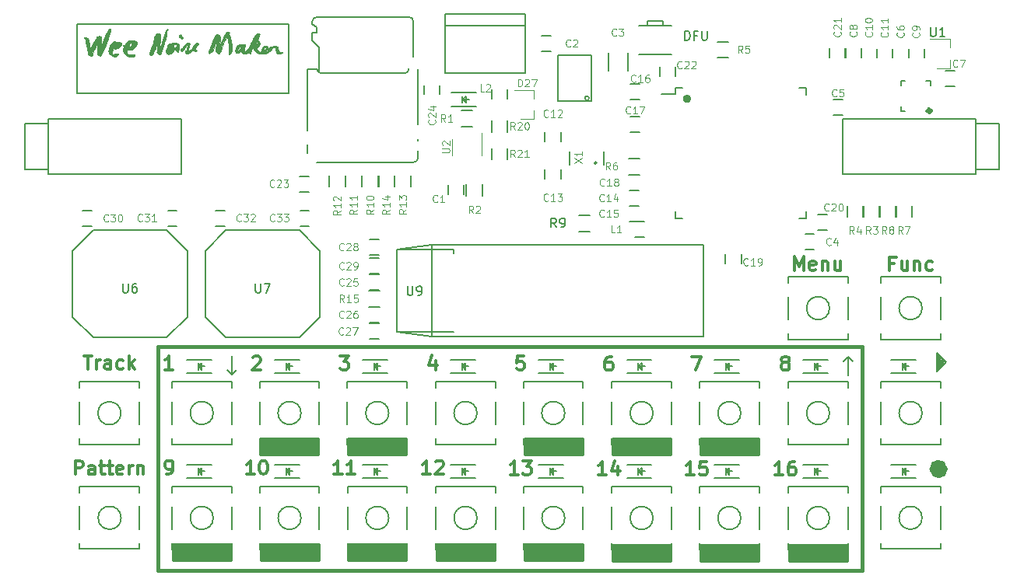
<source format=gto>
G04 #@! TF.FileFunction,Legend,Top*
%FSLAX46Y46*%
G04 Gerber Fmt 4.6, Leading zero omitted, Abs format (unit mm)*
G04 Created by KiCad (PCBNEW 4.0.7-e0-6372~58~ubuntu16.10.1) date Sun Oct 29 19:34:23 2017*
%MOMM*%
%LPD*%
G01*
G04 APERTURE LIST*
%ADD10C,0.100000*%
%ADD11C,0.500000*%
%ADD12C,0.300000*%
%ADD13C,0.200000*%
%ADD14C,0.400000*%
%ADD15C,1.000000*%
%ADD16C,0.150000*%
%ADD17C,0.010000*%
%ADD18C,0.120000*%
%ADD19C,0.127000*%
%ADD20C,0.125000*%
%ADD21C,0.254000*%
G04 APERTURE END LIST*
D10*
D11*
X171608114Y-90150000D02*
G75*
G03X171608114Y-90150000I-158114J0D01*
G01*
X145312132Y-88850000D02*
G75*
G03X145312132Y-88850000I-212132J0D01*
G01*
D12*
X78535715Y-129778571D02*
X78535715Y-128278571D01*
X79107143Y-128278571D01*
X79250001Y-128350000D01*
X79321429Y-128421429D01*
X79392858Y-128564286D01*
X79392858Y-128778571D01*
X79321429Y-128921429D01*
X79250001Y-128992857D01*
X79107143Y-129064286D01*
X78535715Y-129064286D01*
X80678572Y-129778571D02*
X80678572Y-128992857D01*
X80607143Y-128850000D01*
X80464286Y-128778571D01*
X80178572Y-128778571D01*
X80035715Y-128850000D01*
X80678572Y-129707143D02*
X80535715Y-129778571D01*
X80178572Y-129778571D01*
X80035715Y-129707143D01*
X79964286Y-129564286D01*
X79964286Y-129421429D01*
X80035715Y-129278571D01*
X80178572Y-129207143D01*
X80535715Y-129207143D01*
X80678572Y-129135714D01*
X81178572Y-128778571D02*
X81750001Y-128778571D01*
X81392858Y-128278571D02*
X81392858Y-129564286D01*
X81464286Y-129707143D01*
X81607144Y-129778571D01*
X81750001Y-129778571D01*
X82035715Y-128778571D02*
X82607144Y-128778571D01*
X82250001Y-128278571D02*
X82250001Y-129564286D01*
X82321429Y-129707143D01*
X82464287Y-129778571D01*
X82607144Y-129778571D01*
X83678572Y-129707143D02*
X83535715Y-129778571D01*
X83250001Y-129778571D01*
X83107144Y-129707143D01*
X83035715Y-129564286D01*
X83035715Y-128992857D01*
X83107144Y-128850000D01*
X83250001Y-128778571D01*
X83535715Y-128778571D01*
X83678572Y-128850000D01*
X83750001Y-128992857D01*
X83750001Y-129135714D01*
X83035715Y-129278571D01*
X84392858Y-129778571D02*
X84392858Y-128778571D01*
X84392858Y-129064286D02*
X84464286Y-128921429D01*
X84535715Y-128850000D01*
X84678572Y-128778571D01*
X84821429Y-128778571D01*
X85321429Y-128778571D02*
X85321429Y-129778571D01*
X85321429Y-128921429D02*
X85392857Y-128850000D01*
X85535715Y-128778571D01*
X85750000Y-128778571D01*
X85892857Y-128850000D01*
X85964286Y-128992857D01*
X85964286Y-129778571D01*
X79478572Y-116828571D02*
X80335715Y-116828571D01*
X79907144Y-118328571D02*
X79907144Y-116828571D01*
X80835715Y-118328571D02*
X80835715Y-117328571D01*
X80835715Y-117614286D02*
X80907143Y-117471429D01*
X80978572Y-117400000D01*
X81121429Y-117328571D01*
X81264286Y-117328571D01*
X82407143Y-118328571D02*
X82407143Y-117542857D01*
X82335714Y-117400000D01*
X82192857Y-117328571D01*
X81907143Y-117328571D01*
X81764286Y-117400000D01*
X82407143Y-118257143D02*
X82264286Y-118328571D01*
X81907143Y-118328571D01*
X81764286Y-118257143D01*
X81692857Y-118114286D01*
X81692857Y-117971429D01*
X81764286Y-117828571D01*
X81907143Y-117757143D01*
X82264286Y-117757143D01*
X82407143Y-117685714D01*
X83764286Y-118257143D02*
X83621429Y-118328571D01*
X83335715Y-118328571D01*
X83192857Y-118257143D01*
X83121429Y-118185714D01*
X83050000Y-118042857D01*
X83050000Y-117614286D01*
X83121429Y-117471429D01*
X83192857Y-117400000D01*
X83335715Y-117328571D01*
X83621429Y-117328571D01*
X83764286Y-117400000D01*
X84407143Y-118328571D02*
X84407143Y-116828571D01*
X84550000Y-117757143D02*
X84978571Y-118328571D01*
X84978571Y-117328571D02*
X84407143Y-117900000D01*
D13*
X101740000Y-80721200D02*
X101740000Y-88221200D01*
X101740000Y-88239600D02*
X78740000Y-88239600D01*
X78740000Y-80721200D02*
X101740000Y-80721200D01*
X78740000Y-88239600D02*
X78740000Y-80739600D01*
X144861114Y-82468981D02*
X144861114Y-81468981D01*
X145099209Y-81468981D01*
X145242067Y-81516600D01*
X145337305Y-81611838D01*
X145384924Y-81707076D01*
X145432543Y-81897552D01*
X145432543Y-82040410D01*
X145384924Y-82230886D01*
X145337305Y-82326124D01*
X145242067Y-82421362D01*
X145099209Y-82468981D01*
X144861114Y-82468981D01*
X146194448Y-81945171D02*
X145861114Y-81945171D01*
X145861114Y-82468981D02*
X145861114Y-81468981D01*
X146337305Y-81468981D01*
X146718257Y-81468981D02*
X146718257Y-82278505D01*
X146765876Y-82373743D01*
X146813495Y-82421362D01*
X146908733Y-82468981D01*
X147099210Y-82468981D01*
X147194448Y-82421362D01*
X147242067Y-82373743D01*
X147289686Y-82278505D01*
X147289686Y-81468981D01*
X172508389Y-117039829D02*
X172254389Y-116785829D01*
X172254389Y-117293829D02*
X172508389Y-117039829D01*
X172254389Y-117801829D02*
X172762389Y-117293829D01*
X173016389Y-117547829D02*
X172254389Y-118309829D01*
X172762389Y-117293829D02*
X173016389Y-117547829D01*
X172762389Y-118055829D02*
X172762389Y-117293829D01*
X172508389Y-118309829D02*
X172762389Y-118055829D01*
X172508389Y-116785829D02*
X172508389Y-118309829D01*
X172254389Y-116785829D02*
X172508389Y-116785829D01*
X172254389Y-117547829D02*
X172254389Y-116785829D01*
X172762389Y-117039829D02*
X172254389Y-117547829D01*
X172254389Y-118055829D02*
X172762389Y-117547829D01*
X173016389Y-117293829D02*
X172254389Y-118055829D01*
D14*
X87528400Y-115874800D02*
X164134800Y-115874800D01*
X87528400Y-140208000D02*
X87528400Y-115874800D01*
X164134800Y-140208000D02*
X87528400Y-140208000D01*
X164134800Y-115874800D02*
X164134800Y-140208000D01*
D13*
X162661600Y-119024400D02*
X162661600Y-116992400D01*
X162661600Y-116992400D02*
X162153600Y-117500400D01*
X162661600Y-116992400D02*
X163169600Y-117500400D01*
X95605600Y-118922800D02*
X95097600Y-118414800D01*
X95605600Y-118922800D02*
X96113600Y-118414800D01*
X95605600Y-116890800D02*
X95605600Y-118922800D01*
D12*
X156800000Y-107528571D02*
X156800000Y-106028571D01*
X157300000Y-107100000D01*
X157800000Y-106028571D01*
X157800000Y-107528571D01*
X159085714Y-107457143D02*
X158942857Y-107528571D01*
X158657143Y-107528571D01*
X158514286Y-107457143D01*
X158442857Y-107314286D01*
X158442857Y-106742857D01*
X158514286Y-106600000D01*
X158657143Y-106528571D01*
X158942857Y-106528571D01*
X159085714Y-106600000D01*
X159157143Y-106742857D01*
X159157143Y-106885714D01*
X158442857Y-107028571D01*
X159800000Y-106528571D02*
X159800000Y-107528571D01*
X159800000Y-106671429D02*
X159871428Y-106600000D01*
X160014286Y-106528571D01*
X160228571Y-106528571D01*
X160371428Y-106600000D01*
X160442857Y-106742857D01*
X160442857Y-107528571D01*
X161800000Y-106528571D02*
X161800000Y-107528571D01*
X161157143Y-106528571D02*
X161157143Y-107314286D01*
X161228571Y-107457143D01*
X161371429Y-107528571D01*
X161585714Y-107528571D01*
X161728571Y-107457143D01*
X161800000Y-107385714D01*
X167664286Y-106792857D02*
X167164286Y-106792857D01*
X167164286Y-107578571D02*
X167164286Y-106078571D01*
X167878572Y-106078571D01*
X169092857Y-106578571D02*
X169092857Y-107578571D01*
X168450000Y-106578571D02*
X168450000Y-107364286D01*
X168521428Y-107507143D01*
X168664286Y-107578571D01*
X168878571Y-107578571D01*
X169021428Y-107507143D01*
X169092857Y-107435714D01*
X169807143Y-106578571D02*
X169807143Y-107578571D01*
X169807143Y-106721429D02*
X169878571Y-106650000D01*
X170021429Y-106578571D01*
X170235714Y-106578571D01*
X170378571Y-106650000D01*
X170450000Y-106792857D01*
X170450000Y-107578571D01*
X171807143Y-107507143D02*
X171664286Y-107578571D01*
X171378572Y-107578571D01*
X171235714Y-107507143D01*
X171164286Y-107435714D01*
X171092857Y-107292857D01*
X171092857Y-106864286D01*
X171164286Y-106721429D01*
X171235714Y-106650000D01*
X171378572Y-106578571D01*
X171664286Y-106578571D01*
X171807143Y-106650000D01*
X155517886Y-129862971D02*
X154660743Y-129862971D01*
X155089315Y-129862971D02*
X155089315Y-128362971D01*
X154946458Y-128577257D01*
X154803600Y-128720114D01*
X154660743Y-128791543D01*
X156803600Y-128362971D02*
X156517886Y-128362971D01*
X156375029Y-128434400D01*
X156303600Y-128505829D01*
X156160743Y-128720114D01*
X156089314Y-129005829D01*
X156089314Y-129577257D01*
X156160743Y-129720114D01*
X156232171Y-129791543D01*
X156375029Y-129862971D01*
X156660743Y-129862971D01*
X156803600Y-129791543D01*
X156875029Y-129720114D01*
X156946457Y-129577257D01*
X156946457Y-129220114D01*
X156875029Y-129077257D01*
X156803600Y-129005829D01*
X156660743Y-128934400D01*
X156375029Y-128934400D01*
X156232171Y-129005829D01*
X156160743Y-129077257D01*
X156089314Y-129220114D01*
X145865886Y-129862971D02*
X145008743Y-129862971D01*
X145437315Y-129862971D02*
X145437315Y-128362971D01*
X145294458Y-128577257D01*
X145151600Y-128720114D01*
X145008743Y-128791543D01*
X147223029Y-128362971D02*
X146508743Y-128362971D01*
X146437314Y-129077257D01*
X146508743Y-129005829D01*
X146651600Y-128934400D01*
X147008743Y-128934400D01*
X147151600Y-129005829D01*
X147223029Y-129077257D01*
X147294457Y-129220114D01*
X147294457Y-129577257D01*
X147223029Y-129720114D01*
X147151600Y-129791543D01*
X147008743Y-129862971D01*
X146651600Y-129862971D01*
X146508743Y-129791543D01*
X146437314Y-129720114D01*
X136315486Y-129862971D02*
X135458343Y-129862971D01*
X135886915Y-129862971D02*
X135886915Y-128362971D01*
X135744058Y-128577257D01*
X135601200Y-128720114D01*
X135458343Y-128791543D01*
X137601200Y-128862971D02*
X137601200Y-129862971D01*
X137244057Y-128291543D02*
X136886914Y-129362971D01*
X137815486Y-129362971D01*
X126714286Y-129812171D02*
X125857143Y-129812171D01*
X126285715Y-129812171D02*
X126285715Y-128312171D01*
X126142858Y-128526457D01*
X126000000Y-128669314D01*
X125857143Y-128740743D01*
X127214286Y-128312171D02*
X128142857Y-128312171D01*
X127642857Y-128883600D01*
X127857143Y-128883600D01*
X128000000Y-128955029D01*
X128071429Y-129026457D01*
X128142857Y-129169314D01*
X128142857Y-129526457D01*
X128071429Y-129669314D01*
X128000000Y-129740743D01*
X127857143Y-129812171D01*
X127428571Y-129812171D01*
X127285714Y-129740743D01*
X127214286Y-129669314D01*
X117163886Y-129761371D02*
X116306743Y-129761371D01*
X116735315Y-129761371D02*
X116735315Y-128261371D01*
X116592458Y-128475657D01*
X116449600Y-128618514D01*
X116306743Y-128689943D01*
X117735314Y-128404229D02*
X117806743Y-128332800D01*
X117949600Y-128261371D01*
X118306743Y-128261371D01*
X118449600Y-128332800D01*
X118521029Y-128404229D01*
X118592457Y-128547086D01*
X118592457Y-128689943D01*
X118521029Y-128904229D01*
X117663886Y-129761371D01*
X118592457Y-129761371D01*
X107562686Y-129761371D02*
X106705543Y-129761371D01*
X107134115Y-129761371D02*
X107134115Y-128261371D01*
X106991258Y-128475657D01*
X106848400Y-128618514D01*
X106705543Y-128689943D01*
X108991257Y-129761371D02*
X108134114Y-129761371D01*
X108562686Y-129761371D02*
X108562686Y-128261371D01*
X108419829Y-128475657D01*
X108276971Y-128618514D01*
X108134114Y-128689943D01*
X98012286Y-129761371D02*
X97155143Y-129761371D01*
X97583715Y-129761371D02*
X97583715Y-128261371D01*
X97440858Y-128475657D01*
X97298000Y-128618514D01*
X97155143Y-128689943D01*
X98940857Y-128261371D02*
X99083714Y-128261371D01*
X99226571Y-128332800D01*
X99298000Y-128404229D01*
X99369429Y-128547086D01*
X99440857Y-128832800D01*
X99440857Y-129189943D01*
X99369429Y-129475657D01*
X99298000Y-129618514D01*
X99226571Y-129689943D01*
X99083714Y-129761371D01*
X98940857Y-129761371D01*
X98798000Y-129689943D01*
X98726571Y-129618514D01*
X98655143Y-129475657D01*
X98583714Y-129189943D01*
X98583714Y-128832800D01*
X98655143Y-128547086D01*
X98726571Y-128404229D01*
X98798000Y-128332800D01*
X98940857Y-128261371D01*
X88461886Y-129761371D02*
X88747601Y-129761371D01*
X88890458Y-129689943D01*
X88961886Y-129618514D01*
X89104744Y-129404229D01*
X89176172Y-129118514D01*
X89176172Y-128547086D01*
X89104744Y-128404229D01*
X89033315Y-128332800D01*
X88890458Y-128261371D01*
X88604744Y-128261371D01*
X88461886Y-128332800D01*
X88390458Y-128404229D01*
X88319029Y-128547086D01*
X88319029Y-128904229D01*
X88390458Y-129047086D01*
X88461886Y-129118514D01*
X88604744Y-129189943D01*
X88890458Y-129189943D01*
X89033315Y-129118514D01*
X89104744Y-129047086D01*
X89176172Y-128904229D01*
D13*
X172254389Y-116531829D02*
X172254389Y-118563829D01*
X173270389Y-117547829D02*
X172254389Y-116531829D01*
X172254389Y-118563829D02*
X173270389Y-117547829D01*
D15*
X172959436Y-129184400D02*
G75*
G03X172959436Y-129184400I-493436J0D01*
G01*
D12*
X155660744Y-117575829D02*
X155517886Y-117504400D01*
X155446458Y-117432971D01*
X155375029Y-117290114D01*
X155375029Y-117218686D01*
X155446458Y-117075829D01*
X155517886Y-117004400D01*
X155660744Y-116932971D01*
X155946458Y-116932971D01*
X156089315Y-117004400D01*
X156160744Y-117075829D01*
X156232172Y-117218686D01*
X156232172Y-117290114D01*
X156160744Y-117432971D01*
X156089315Y-117504400D01*
X155946458Y-117575829D01*
X155660744Y-117575829D01*
X155517886Y-117647257D01*
X155446458Y-117718686D01*
X155375029Y-117861543D01*
X155375029Y-118147257D01*
X155446458Y-118290114D01*
X155517886Y-118361543D01*
X155660744Y-118432971D01*
X155946458Y-118432971D01*
X156089315Y-118361543D01*
X156160744Y-118290114D01*
X156232172Y-118147257D01*
X156232172Y-117861543D01*
X156160744Y-117718686D01*
X156089315Y-117647257D01*
X155946458Y-117575829D01*
X145651601Y-116932971D02*
X146651601Y-116932971D01*
X146008744Y-118432971D01*
X136886915Y-116932971D02*
X136601201Y-116932971D01*
X136458344Y-117004400D01*
X136386915Y-117075829D01*
X136244058Y-117290114D01*
X136172629Y-117575829D01*
X136172629Y-118147257D01*
X136244058Y-118290114D01*
X136315486Y-118361543D01*
X136458344Y-118432971D01*
X136744058Y-118432971D01*
X136886915Y-118361543D01*
X136958344Y-118290114D01*
X137029772Y-118147257D01*
X137029772Y-117790114D01*
X136958344Y-117647257D01*
X136886915Y-117575829D01*
X136744058Y-117504400D01*
X136458344Y-117504400D01*
X136315486Y-117575829D01*
X136244058Y-117647257D01*
X136172629Y-117790114D01*
X127357144Y-116882171D02*
X126642858Y-116882171D01*
X126571429Y-117596457D01*
X126642858Y-117525029D01*
X126785715Y-117453600D01*
X127142858Y-117453600D01*
X127285715Y-117525029D01*
X127357144Y-117596457D01*
X127428572Y-117739314D01*
X127428572Y-118096457D01*
X127357144Y-118239314D01*
X127285715Y-118310743D01*
X127142858Y-118382171D01*
X126785715Y-118382171D01*
X126642858Y-118310743D01*
X126571429Y-118239314D01*
X117735315Y-117382171D02*
X117735315Y-118382171D01*
X117378172Y-116810743D02*
X117021029Y-117882171D01*
X117949601Y-117882171D01*
X107348401Y-116882171D02*
X108276972Y-116882171D01*
X107776972Y-117453600D01*
X107991258Y-117453600D01*
X108134115Y-117525029D01*
X108205544Y-117596457D01*
X108276972Y-117739314D01*
X108276972Y-118096457D01*
X108205544Y-118239314D01*
X108134115Y-118310743D01*
X107991258Y-118382171D01*
X107562686Y-118382171D01*
X107419829Y-118310743D01*
X107348401Y-118239314D01*
X97869429Y-117025029D02*
X97940858Y-116953600D01*
X98083715Y-116882171D01*
X98440858Y-116882171D01*
X98583715Y-116953600D01*
X98655144Y-117025029D01*
X98726572Y-117167886D01*
X98726572Y-117310743D01*
X98655144Y-117525029D01*
X97798001Y-118382171D01*
X98726572Y-118382171D01*
X89176172Y-118356771D02*
X88319029Y-118356771D01*
X88747601Y-118356771D02*
X88747601Y-116856771D01*
X88604744Y-117071057D01*
X88461886Y-117213914D01*
X88319029Y-117285343D01*
D13*
X92663200Y-112616800D02*
X92663200Y-105416800D01*
X102913200Y-114866800D02*
X94913200Y-114866800D01*
X105163200Y-105416800D02*
X105163200Y-112616800D01*
X94913200Y-103166800D02*
X102913200Y-103166800D01*
X102913200Y-114866800D02*
X105163200Y-112616800D01*
X94913200Y-114866800D02*
X92663200Y-112616800D01*
X94913200Y-103166800D02*
X92663200Y-105416800D01*
X105163200Y-105416800D02*
X102913200Y-103166800D01*
X78229600Y-112616800D02*
X78229600Y-105416800D01*
X88479600Y-114866800D02*
X80479600Y-114866800D01*
X90729600Y-105416800D02*
X90729600Y-112616800D01*
X80479600Y-103166800D02*
X88479600Y-103166800D01*
X88479600Y-114866800D02*
X90729600Y-112616800D01*
X80479600Y-114866800D02*
X78229600Y-112616800D01*
X80479600Y-103166800D02*
X78229600Y-105416800D01*
X90729600Y-105416800D02*
X88479600Y-103166800D01*
D16*
X111562260Y-104168840D02*
X110562260Y-104168840D01*
X110562260Y-105868840D02*
X111562260Y-105868840D01*
X168351800Y-90169400D02*
X168351800Y-89669400D01*
X171601800Y-86919400D02*
X171601800Y-87419400D01*
X168351800Y-86919400D02*
X168351800Y-87419400D01*
X171601800Y-90169400D02*
X171101800Y-90169400D01*
X171601800Y-86919400D02*
X171101800Y-86919400D01*
X168351800Y-86919400D02*
X168851800Y-86919400D01*
X168351800Y-90169400D02*
X168851800Y-90169400D01*
X179042400Y-91522400D02*
X176542400Y-91522400D01*
X179042400Y-96522400D02*
X179042400Y-91522400D01*
X176542400Y-96522400D02*
X179042400Y-96522400D01*
X162042400Y-97022400D02*
X176542400Y-97022400D01*
X162042400Y-91022400D02*
X162042400Y-97022400D01*
X176542400Y-91022400D02*
X162042400Y-91022400D01*
X176542400Y-97022400D02*
X176542400Y-91022400D01*
X100254000Y-118758400D02*
X102954000Y-118758400D01*
X100254000Y-117258400D02*
X102954000Y-117258400D01*
X101754000Y-118158400D02*
X101754000Y-117908400D01*
X101754000Y-117908400D02*
X101604000Y-118058400D01*
X101504000Y-117658400D02*
X101504000Y-118358400D01*
X101854000Y-118008400D02*
X102204000Y-118008400D01*
X101504000Y-118008400D02*
X101854000Y-117658400D01*
X101854000Y-117658400D02*
X101854000Y-118358400D01*
X101854000Y-118358400D02*
X101504000Y-118008400D01*
D17*
G36*
X84719829Y-82483498D02*
X84901000Y-82507849D01*
X85053071Y-82545446D01*
X85163235Y-82593843D01*
X85170603Y-82598609D01*
X85245475Y-82673552D01*
X85272035Y-82766592D01*
X85249800Y-82879200D01*
X85178282Y-83012849D01*
X85056997Y-83169008D01*
X84941170Y-83293576D01*
X84812529Y-83414089D01*
X84700167Y-83491747D01*
X84590922Y-83531851D01*
X84471633Y-83539706D01*
X84362504Y-83526745D01*
X84203697Y-83499385D01*
X84178516Y-83600944D01*
X84150632Y-83716721D01*
X84135854Y-83791288D01*
X84132744Y-83837972D01*
X84139864Y-83870103D01*
X84147701Y-83886551D01*
X84186758Y-83923773D01*
X84260054Y-83968701D01*
X84321033Y-83998005D01*
X84402356Y-84029143D01*
X84479180Y-84046869D01*
X84570206Y-84053556D01*
X84694134Y-84051575D01*
X84731381Y-84050050D01*
X84854161Y-84045405D01*
X84931156Y-84045765D01*
X84972938Y-84053000D01*
X84990082Y-84068978D01*
X84993158Y-84095566D01*
X84993147Y-84096311D01*
X84975668Y-84164343D01*
X84949623Y-84210504D01*
X84920290Y-84238704D01*
X84875544Y-84256528D01*
X84802521Y-84266760D01*
X84688356Y-84272183D01*
X84661243Y-84272892D01*
X84538731Y-84272789D01*
X84429077Y-84267286D01*
X84351150Y-84257492D01*
X84336539Y-84253808D01*
X84215978Y-84199154D01*
X84084161Y-84113819D01*
X83962425Y-84013202D01*
X83881394Y-83925316D01*
X83785154Y-83769882D01*
X83740177Y-83616311D01*
X83743461Y-83450933D01*
X83759536Y-83370437D01*
X83782009Y-83268492D01*
X83785436Y-83230141D01*
X84280294Y-83230141D01*
X84288561Y-83261588D01*
X84332176Y-83254982D01*
X84414925Y-83211392D01*
X84437925Y-83197457D01*
X84505076Y-83146493D01*
X84574799Y-83078642D01*
X84636824Y-83006304D01*
X84680881Y-82941883D01*
X84696700Y-82897780D01*
X84693302Y-82889058D01*
X84694672Y-82856033D01*
X84722311Y-82800961D01*
X84722367Y-82800876D01*
X84751582Y-82750305D01*
X84743074Y-82726691D01*
X84696830Y-82711983D01*
X84613385Y-82715613D01*
X84569897Y-82743686D01*
X84509761Y-82812211D01*
X84438794Y-82913456D01*
X84369078Y-83028553D01*
X84312693Y-83138638D01*
X84303585Y-83159573D01*
X84280294Y-83230141D01*
X83785436Y-83230141D01*
X83788000Y-83201456D01*
X83777739Y-83150325D01*
X83762607Y-83116893D01*
X83738221Y-83062923D01*
X83750042Y-83042482D01*
X83807739Y-83039282D01*
X83808685Y-83039282D01*
X83881817Y-83024513D01*
X83920731Y-82975782D01*
X83953639Y-82920660D01*
X84011596Y-82844446D01*
X84062644Y-82785282D01*
X84140463Y-82697887D01*
X84214888Y-82610823D01*
X84251006Y-82566560D01*
X84292360Y-82518443D01*
X84332503Y-82490992D01*
X84388537Y-82478428D01*
X84477563Y-82474967D01*
X84522361Y-82474837D01*
X84719829Y-82483498D01*
X84719829Y-82483498D01*
G37*
X84719829Y-82483498D02*
X84901000Y-82507849D01*
X85053071Y-82545446D01*
X85163235Y-82593843D01*
X85170603Y-82598609D01*
X85245475Y-82673552D01*
X85272035Y-82766592D01*
X85249800Y-82879200D01*
X85178282Y-83012849D01*
X85056997Y-83169008D01*
X84941170Y-83293576D01*
X84812529Y-83414089D01*
X84700167Y-83491747D01*
X84590922Y-83531851D01*
X84471633Y-83539706D01*
X84362504Y-83526745D01*
X84203697Y-83499385D01*
X84178516Y-83600944D01*
X84150632Y-83716721D01*
X84135854Y-83791288D01*
X84132744Y-83837972D01*
X84139864Y-83870103D01*
X84147701Y-83886551D01*
X84186758Y-83923773D01*
X84260054Y-83968701D01*
X84321033Y-83998005D01*
X84402356Y-84029143D01*
X84479180Y-84046869D01*
X84570206Y-84053556D01*
X84694134Y-84051575D01*
X84731381Y-84050050D01*
X84854161Y-84045405D01*
X84931156Y-84045765D01*
X84972938Y-84053000D01*
X84990082Y-84068978D01*
X84993158Y-84095566D01*
X84993147Y-84096311D01*
X84975668Y-84164343D01*
X84949623Y-84210504D01*
X84920290Y-84238704D01*
X84875544Y-84256528D01*
X84802521Y-84266760D01*
X84688356Y-84272183D01*
X84661243Y-84272892D01*
X84538731Y-84272789D01*
X84429077Y-84267286D01*
X84351150Y-84257492D01*
X84336539Y-84253808D01*
X84215978Y-84199154D01*
X84084161Y-84113819D01*
X83962425Y-84013202D01*
X83881394Y-83925316D01*
X83785154Y-83769882D01*
X83740177Y-83616311D01*
X83743461Y-83450933D01*
X83759536Y-83370437D01*
X83782009Y-83268492D01*
X83785436Y-83230141D01*
X84280294Y-83230141D01*
X84288561Y-83261588D01*
X84332176Y-83254982D01*
X84414925Y-83211392D01*
X84437925Y-83197457D01*
X84505076Y-83146493D01*
X84574799Y-83078642D01*
X84636824Y-83006304D01*
X84680881Y-82941883D01*
X84696700Y-82897780D01*
X84693302Y-82889058D01*
X84694672Y-82856033D01*
X84722311Y-82800961D01*
X84722367Y-82800876D01*
X84751582Y-82750305D01*
X84743074Y-82726691D01*
X84696830Y-82711983D01*
X84613385Y-82715613D01*
X84569897Y-82743686D01*
X84509761Y-82812211D01*
X84438794Y-82913456D01*
X84369078Y-83028553D01*
X84312693Y-83138638D01*
X84303585Y-83159573D01*
X84280294Y-83230141D01*
X83785436Y-83230141D01*
X83788000Y-83201456D01*
X83777739Y-83150325D01*
X83762607Y-83116893D01*
X83738221Y-83062923D01*
X83750042Y-83042482D01*
X83807739Y-83039282D01*
X83808685Y-83039282D01*
X83881817Y-83024513D01*
X83920731Y-82975782D01*
X83953639Y-82920660D01*
X84011596Y-82844446D01*
X84062644Y-82785282D01*
X84140463Y-82697887D01*
X84214888Y-82610823D01*
X84251006Y-82566560D01*
X84292360Y-82518443D01*
X84332503Y-82490992D01*
X84388537Y-82478428D01*
X84477563Y-82474967D01*
X84522361Y-82474837D01*
X84719829Y-82483498D01*
G36*
X82983478Y-82629172D02*
X83145489Y-82646856D01*
X83336150Y-82679973D01*
X83472228Y-82726996D01*
X83554017Y-82788623D01*
X83581814Y-82865550D01*
X83555911Y-82958477D01*
X83476605Y-83068100D01*
X83368227Y-83174219D01*
X83206198Y-83299490D01*
X83056897Y-83374794D01*
X82912483Y-83402729D01*
X82765114Y-83385890D01*
X82745178Y-83380504D01*
X82686419Y-83367885D01*
X82652318Y-83382009D01*
X82624087Y-83434297D01*
X82613352Y-83460636D01*
X82583843Y-83548460D01*
X82553016Y-83661707D01*
X82535545Y-83738188D01*
X82517396Y-83839847D01*
X82515125Y-83902998D01*
X82528836Y-83943328D01*
X82536957Y-83954390D01*
X82602482Y-83989853D01*
X82714196Y-83995285D01*
X82870521Y-83970724D01*
X82976767Y-83943937D01*
X83082043Y-83916404D01*
X83147667Y-83905585D01*
X83187627Y-83910633D01*
X83214729Y-83929519D01*
X83238384Y-83963557D01*
X83228837Y-84002269D01*
X83198874Y-84046175D01*
X83079899Y-84162927D01*
X82936455Y-84229666D01*
X82771946Y-84245463D01*
X82595156Y-84211133D01*
X82457843Y-84143561D01*
X82333506Y-84039654D01*
X82232699Y-83912513D01*
X82165974Y-83775241D01*
X82143758Y-83650692D01*
X82151779Y-83583464D01*
X82172712Y-83488086D01*
X82201434Y-83382391D01*
X82232819Y-83284217D01*
X82261745Y-83211398D01*
X82277426Y-83185433D01*
X82295983Y-83145581D01*
X82772273Y-83145581D01*
X82787075Y-83152171D01*
X82824589Y-83136162D01*
X82888957Y-83095107D01*
X82936468Y-83060448D01*
X83017767Y-82992397D01*
X83061973Y-82943566D01*
X83067977Y-82918692D01*
X83034672Y-82922510D01*
X82960948Y-82959756D01*
X82959888Y-82960381D01*
X82884439Y-83011909D01*
X82822061Y-83066565D01*
X82781693Y-83114428D01*
X82772273Y-83145581D01*
X82295983Y-83145581D01*
X82301923Y-83132827D01*
X82312892Y-83056142D01*
X82312934Y-83051377D01*
X82323013Y-82979127D01*
X82350483Y-82954615D01*
X82386602Y-82933254D01*
X82439723Y-82878272D01*
X82479236Y-82827615D01*
X82533761Y-82757629D01*
X82577871Y-82711502D01*
X82596024Y-82700615D01*
X82610045Y-82679858D01*
X82605362Y-82658282D01*
X82619824Y-82631357D01*
X82688278Y-82617517D01*
X82809802Y-82616782D01*
X82983478Y-82629172D01*
X82983478Y-82629172D01*
G37*
X82983478Y-82629172D02*
X83145489Y-82646856D01*
X83336150Y-82679973D01*
X83472228Y-82726996D01*
X83554017Y-82788623D01*
X83581814Y-82865550D01*
X83555911Y-82958477D01*
X83476605Y-83068100D01*
X83368227Y-83174219D01*
X83206198Y-83299490D01*
X83056897Y-83374794D01*
X82912483Y-83402729D01*
X82765114Y-83385890D01*
X82745178Y-83380504D01*
X82686419Y-83367885D01*
X82652318Y-83382009D01*
X82624087Y-83434297D01*
X82613352Y-83460636D01*
X82583843Y-83548460D01*
X82553016Y-83661707D01*
X82535545Y-83738188D01*
X82517396Y-83839847D01*
X82515125Y-83902998D01*
X82528836Y-83943328D01*
X82536957Y-83954390D01*
X82602482Y-83989853D01*
X82714196Y-83995285D01*
X82870521Y-83970724D01*
X82976767Y-83943937D01*
X83082043Y-83916404D01*
X83147667Y-83905585D01*
X83187627Y-83910633D01*
X83214729Y-83929519D01*
X83238384Y-83963557D01*
X83228837Y-84002269D01*
X83198874Y-84046175D01*
X83079899Y-84162927D01*
X82936455Y-84229666D01*
X82771946Y-84245463D01*
X82595156Y-84211133D01*
X82457843Y-84143561D01*
X82333506Y-84039654D01*
X82232699Y-83912513D01*
X82165974Y-83775241D01*
X82143758Y-83650692D01*
X82151779Y-83583464D01*
X82172712Y-83488086D01*
X82201434Y-83382391D01*
X82232819Y-83284217D01*
X82261745Y-83211398D01*
X82277426Y-83185433D01*
X82295983Y-83145581D01*
X82772273Y-83145581D01*
X82787075Y-83152171D01*
X82824589Y-83136162D01*
X82888957Y-83095107D01*
X82936468Y-83060448D01*
X83017767Y-82992397D01*
X83061973Y-82943566D01*
X83067977Y-82918692D01*
X83034672Y-82922510D01*
X82960948Y-82959756D01*
X82959888Y-82960381D01*
X82884439Y-83011909D01*
X82822061Y-83066565D01*
X82781693Y-83114428D01*
X82772273Y-83145581D01*
X82295983Y-83145581D01*
X82301923Y-83132827D01*
X82312892Y-83056142D01*
X82312934Y-83051377D01*
X82323013Y-82979127D01*
X82350483Y-82954615D01*
X82386602Y-82933254D01*
X82439723Y-82878272D01*
X82479236Y-82827615D01*
X82533761Y-82757629D01*
X82577871Y-82711502D01*
X82596024Y-82700615D01*
X82610045Y-82679858D01*
X82605362Y-82658282D01*
X82619824Y-82631357D01*
X82688278Y-82617517D01*
X82809802Y-82616782D01*
X82983478Y-82629172D01*
G36*
X82381254Y-81266067D02*
X82393732Y-81336742D01*
X82371309Y-81449428D01*
X82339109Y-81543902D01*
X82300872Y-81645909D01*
X82266084Y-81740027D01*
X82250348Y-81783393D01*
X82220466Y-81854521D01*
X82193031Y-81902691D01*
X82174698Y-81950785D01*
X82160940Y-82030194D01*
X82158080Y-82062891D01*
X82142471Y-82165554D01*
X82109165Y-82301692D01*
X82063355Y-82453183D01*
X82010238Y-82601909D01*
X81987384Y-82658282D01*
X81959230Y-82727283D01*
X81919503Y-82827623D01*
X81876683Y-82937875D01*
X81875672Y-82940504D01*
X81835118Y-83036817D01*
X81774869Y-83168204D01*
X81701894Y-83319991D01*
X81623162Y-83477503D01*
X81590688Y-83540615D01*
X81519088Y-83683244D01*
X81458049Y-83813949D01*
X81412147Y-83922198D01*
X81385956Y-83997463D01*
X81381600Y-84021804D01*
X81362190Y-84109899D01*
X81308597Y-84158272D01*
X81227777Y-84165847D01*
X81126686Y-84131549D01*
X81038072Y-84074912D01*
X80915934Y-83981653D01*
X80915934Y-83700967D01*
X80918260Y-83543711D01*
X80924484Y-83360423D01*
X80933471Y-83181290D01*
X80938132Y-83109837D01*
X80947180Y-82975610D01*
X80950839Y-82889936D01*
X80948433Y-82845121D01*
X80939287Y-82833470D01*
X80922725Y-82847289D01*
X80915818Y-82855745D01*
X80864397Y-82933704D01*
X80799651Y-83050499D01*
X80728169Y-83192151D01*
X80656541Y-83344681D01*
X80591358Y-83494112D01*
X80539208Y-83626465D01*
X80509160Y-83718338D01*
X80449920Y-83920835D01*
X80396851Y-84069425D01*
X80349040Y-84166200D01*
X80305576Y-84213251D01*
X80291001Y-84218393D01*
X80241409Y-84208079D01*
X80162739Y-84173420D01*
X80076323Y-84124495D01*
X79990425Y-84068915D01*
X79941893Y-84027514D01*
X79920062Y-83984824D01*
X79914264Y-83925377D01*
X79914045Y-83889146D01*
X79907049Y-83795239D01*
X79888609Y-83672007D01*
X79862544Y-83544469D01*
X79859433Y-83531488D01*
X79800594Y-83283390D01*
X79755534Y-83076912D01*
X79721806Y-82899613D01*
X79696968Y-82739050D01*
X79685260Y-82645101D01*
X79667300Y-82496422D01*
X79651201Y-82394385D01*
X79633775Y-82329413D01*
X79611837Y-82291928D01*
X79582201Y-82272355D01*
X79558821Y-82265079D01*
X79502949Y-82233804D01*
X79496060Y-82191581D01*
X79538019Y-82155271D01*
X79559768Y-82148136D01*
X79653449Y-82147361D01*
X79762916Y-82179091D01*
X79864111Y-82235848D01*
X79878386Y-82247135D01*
X79931058Y-82304353D01*
X79970082Y-82381946D01*
X79999092Y-82490851D01*
X80021725Y-82642005D01*
X80027727Y-82696374D01*
X80048722Y-82844079D01*
X80080212Y-83005104D01*
X80115393Y-83144672D01*
X80115516Y-83145086D01*
X80178768Y-83358150D01*
X80220860Y-83269271D01*
X80254948Y-83209868D01*
X80283241Y-83180937D01*
X80286054Y-83180393D01*
X80307155Y-83157772D01*
X80309156Y-83142313D01*
X80324146Y-83089646D01*
X80365588Y-82999797D01*
X80428185Y-82882254D01*
X80506645Y-82746508D01*
X80595673Y-82602046D01*
X80689973Y-82458358D01*
X80694429Y-82451808D01*
X80766886Y-82339842D01*
X80825291Y-82238849D01*
X80862934Y-82161138D01*
X80873600Y-82123216D01*
X80883254Y-82074463D01*
X80918658Y-82044122D01*
X80989478Y-82028361D01*
X81105376Y-82023345D01*
X81125535Y-82023282D01*
X81216443Y-82025632D01*
X81282833Y-82037785D01*
X81328548Y-82067392D01*
X81357436Y-82122104D01*
X81373342Y-82209574D01*
X81380113Y-82337454D01*
X81381595Y-82513395D01*
X81381600Y-82532728D01*
X81382025Y-82690492D01*
X81383895Y-82798848D01*
X81388103Y-82864830D01*
X81395540Y-82895471D01*
X81407100Y-82897805D01*
X81423675Y-82878865D01*
X81425241Y-82876647D01*
X81459432Y-82814334D01*
X81498971Y-82723376D01*
X81520449Y-82665756D01*
X81556973Y-82560428D01*
X81591956Y-82459402D01*
X81606135Y-82418393D01*
X81667663Y-82259882D01*
X81724726Y-82152668D01*
X81736642Y-82136171D01*
X81763665Y-82080576D01*
X81786101Y-82000782D01*
X81788016Y-81990729D01*
X81810504Y-81918887D01*
X81842093Y-81874877D01*
X81848035Y-81871670D01*
X81883594Y-81833327D01*
X81889600Y-81804669D01*
X81905282Y-81743730D01*
X81934894Y-81688954D01*
X81978653Y-81609216D01*
X82001593Y-81548618D01*
X82027061Y-81496080D01*
X82055078Y-81480004D01*
X82080410Y-81469743D01*
X82080100Y-81460295D01*
X82090608Y-81411008D01*
X82130687Y-81346183D01*
X82185393Y-81284982D01*
X82239777Y-81246566D01*
X82249371Y-81243285D01*
X82333320Y-81235537D01*
X82381254Y-81266067D01*
X82381254Y-81266067D01*
G37*
X82381254Y-81266067D02*
X82393732Y-81336742D01*
X82371309Y-81449428D01*
X82339109Y-81543902D01*
X82300872Y-81645909D01*
X82266084Y-81740027D01*
X82250348Y-81783393D01*
X82220466Y-81854521D01*
X82193031Y-81902691D01*
X82174698Y-81950785D01*
X82160940Y-82030194D01*
X82158080Y-82062891D01*
X82142471Y-82165554D01*
X82109165Y-82301692D01*
X82063355Y-82453183D01*
X82010238Y-82601909D01*
X81987384Y-82658282D01*
X81959230Y-82727283D01*
X81919503Y-82827623D01*
X81876683Y-82937875D01*
X81875672Y-82940504D01*
X81835118Y-83036817D01*
X81774869Y-83168204D01*
X81701894Y-83319991D01*
X81623162Y-83477503D01*
X81590688Y-83540615D01*
X81519088Y-83683244D01*
X81458049Y-83813949D01*
X81412147Y-83922198D01*
X81385956Y-83997463D01*
X81381600Y-84021804D01*
X81362190Y-84109899D01*
X81308597Y-84158272D01*
X81227777Y-84165847D01*
X81126686Y-84131549D01*
X81038072Y-84074912D01*
X80915934Y-83981653D01*
X80915934Y-83700967D01*
X80918260Y-83543711D01*
X80924484Y-83360423D01*
X80933471Y-83181290D01*
X80938132Y-83109837D01*
X80947180Y-82975610D01*
X80950839Y-82889936D01*
X80948433Y-82845121D01*
X80939287Y-82833470D01*
X80922725Y-82847289D01*
X80915818Y-82855745D01*
X80864397Y-82933704D01*
X80799651Y-83050499D01*
X80728169Y-83192151D01*
X80656541Y-83344681D01*
X80591358Y-83494112D01*
X80539208Y-83626465D01*
X80509160Y-83718338D01*
X80449920Y-83920835D01*
X80396851Y-84069425D01*
X80349040Y-84166200D01*
X80305576Y-84213251D01*
X80291001Y-84218393D01*
X80241409Y-84208079D01*
X80162739Y-84173420D01*
X80076323Y-84124495D01*
X79990425Y-84068915D01*
X79941893Y-84027514D01*
X79920062Y-83984824D01*
X79914264Y-83925377D01*
X79914045Y-83889146D01*
X79907049Y-83795239D01*
X79888609Y-83672007D01*
X79862544Y-83544469D01*
X79859433Y-83531488D01*
X79800594Y-83283390D01*
X79755534Y-83076912D01*
X79721806Y-82899613D01*
X79696968Y-82739050D01*
X79685260Y-82645101D01*
X79667300Y-82496422D01*
X79651201Y-82394385D01*
X79633775Y-82329413D01*
X79611837Y-82291928D01*
X79582201Y-82272355D01*
X79558821Y-82265079D01*
X79502949Y-82233804D01*
X79496060Y-82191581D01*
X79538019Y-82155271D01*
X79559768Y-82148136D01*
X79653449Y-82147361D01*
X79762916Y-82179091D01*
X79864111Y-82235848D01*
X79878386Y-82247135D01*
X79931058Y-82304353D01*
X79970082Y-82381946D01*
X79999092Y-82490851D01*
X80021725Y-82642005D01*
X80027727Y-82696374D01*
X80048722Y-82844079D01*
X80080212Y-83005104D01*
X80115393Y-83144672D01*
X80115516Y-83145086D01*
X80178768Y-83358150D01*
X80220860Y-83269271D01*
X80254948Y-83209868D01*
X80283241Y-83180937D01*
X80286054Y-83180393D01*
X80307155Y-83157772D01*
X80309156Y-83142313D01*
X80324146Y-83089646D01*
X80365588Y-82999797D01*
X80428185Y-82882254D01*
X80506645Y-82746508D01*
X80595673Y-82602046D01*
X80689973Y-82458358D01*
X80694429Y-82451808D01*
X80766886Y-82339842D01*
X80825291Y-82238849D01*
X80862934Y-82161138D01*
X80873600Y-82123216D01*
X80883254Y-82074463D01*
X80918658Y-82044122D01*
X80989478Y-82028361D01*
X81105376Y-82023345D01*
X81125535Y-82023282D01*
X81216443Y-82025632D01*
X81282833Y-82037785D01*
X81328548Y-82067392D01*
X81357436Y-82122104D01*
X81373342Y-82209574D01*
X81380113Y-82337454D01*
X81381595Y-82513395D01*
X81381600Y-82532728D01*
X81382025Y-82690492D01*
X81383895Y-82798848D01*
X81388103Y-82864830D01*
X81395540Y-82895471D01*
X81407100Y-82897805D01*
X81423675Y-82878865D01*
X81425241Y-82876647D01*
X81459432Y-82814334D01*
X81498971Y-82723376D01*
X81520449Y-82665756D01*
X81556973Y-82560428D01*
X81591956Y-82459402D01*
X81606135Y-82418393D01*
X81667663Y-82259882D01*
X81724726Y-82152668D01*
X81736642Y-82136171D01*
X81763665Y-82080576D01*
X81786101Y-82000782D01*
X81788016Y-81990729D01*
X81810504Y-81918887D01*
X81842093Y-81874877D01*
X81848035Y-81871670D01*
X81883594Y-81833327D01*
X81889600Y-81804669D01*
X81905282Y-81743730D01*
X81934894Y-81688954D01*
X81978653Y-81609216D01*
X82001593Y-81548618D01*
X82027061Y-81496080D01*
X82055078Y-81480004D01*
X82080410Y-81469743D01*
X82080100Y-81460295D01*
X82090608Y-81411008D01*
X82130687Y-81346183D01*
X82185393Y-81284982D01*
X82239777Y-81246566D01*
X82249371Y-81243285D01*
X82333320Y-81235537D01*
X82381254Y-81266067D01*
G36*
X88603087Y-81275576D02*
X88592009Y-81314642D01*
X88551995Y-81358294D01*
X88510750Y-81412879D01*
X88498908Y-81454391D01*
X88496118Y-81511886D01*
X88487439Y-81594821D01*
X88484922Y-81614060D01*
X88473926Y-81702301D01*
X88460657Y-81819405D01*
X88449583Y-81924504D01*
X88434117Y-82032360D01*
X88412912Y-82123683D01*
X88391063Y-82177728D01*
X88362487Y-82247212D01*
X88352489Y-82318961D01*
X88342870Y-82388480D01*
X88317640Y-82488759D01*
X88282245Y-82598189D01*
X88281934Y-82599047D01*
X88247125Y-82700872D01*
X88221864Y-82785932D01*
X88211265Y-82836886D01*
X88211204Y-82838814D01*
X88198673Y-82897196D01*
X88175012Y-82954615D01*
X88144285Y-83026056D01*
X88110730Y-83119959D01*
X88100561Y-83152171D01*
X88066574Y-83263167D01*
X88030942Y-83377653D01*
X88023865Y-83400101D01*
X88000549Y-83479763D01*
X87986994Y-83537640D01*
X87985600Y-83549696D01*
X87973969Y-83607367D01*
X87943624Y-83693680D01*
X87901394Y-83793904D01*
X87854106Y-83893305D01*
X87808585Y-83977150D01*
X87771658Y-84030705D01*
X87757532Y-84041898D01*
X87685816Y-84039846D01*
X87602358Y-84002344D01*
X87520170Y-83940931D01*
X87452260Y-83867152D01*
X87411638Y-83792550D01*
X87409538Y-83733145D01*
X87419329Y-83679880D01*
X87427830Y-83586819D01*
X87434774Y-83466070D01*
X87439892Y-83329741D01*
X87442918Y-83189938D01*
X87443583Y-83058768D01*
X87441620Y-82948339D01*
X87436762Y-82870756D01*
X87429311Y-82838593D01*
X87411774Y-82854087D01*
X87381848Y-82914896D01*
X87343304Y-83012253D01*
X87299914Y-83137390D01*
X87297273Y-83145487D01*
X87243476Y-83303734D01*
X87183379Y-83468623D01*
X87121047Y-83630191D01*
X87060549Y-83778478D01*
X87005953Y-83903523D01*
X86961325Y-83995364D01*
X86930734Y-84044040D01*
X86930082Y-84044722D01*
X86863048Y-84081092D01*
X86769831Y-84095361D01*
X86690049Y-84086402D01*
X86612470Y-84047926D01*
X86581004Y-83983607D01*
X86593820Y-83888261D01*
X86606821Y-83850749D01*
X86642732Y-83754889D01*
X86674992Y-83665167D01*
X86681575Y-83646060D01*
X86711701Y-83557883D01*
X86744212Y-83463657D01*
X86744573Y-83462615D01*
X86772614Y-83371649D01*
X86801272Y-83263567D01*
X86809254Y-83229782D01*
X86832770Y-83150257D01*
X86857317Y-83102524D01*
X86877079Y-83094050D01*
X86886196Y-83131004D01*
X86893850Y-83127655D01*
X86912643Y-83082267D01*
X86938665Y-83007201D01*
X86968002Y-82914819D01*
X86996745Y-82817482D01*
X87020981Y-82727552D01*
X87036799Y-82657390D01*
X87037744Y-82652077D01*
X87062130Y-82552906D01*
X87098107Y-82448698D01*
X87103981Y-82434668D01*
X87131374Y-82359815D01*
X87130351Y-82321867D01*
X87117204Y-82312372D01*
X87093280Y-82282600D01*
X87089431Y-82263171D01*
X87138934Y-82263171D01*
X87153045Y-82277282D01*
X87167156Y-82263171D01*
X87153045Y-82249060D01*
X87138934Y-82263171D01*
X87089431Y-82263171D01*
X87083003Y-82230728D01*
X87088116Y-82182752D01*
X87107279Y-82164393D01*
X87129316Y-82139884D01*
X87153281Y-82078978D01*
X87158942Y-82058516D01*
X87191158Y-81969182D01*
X87240940Y-81867818D01*
X87263597Y-81829427D01*
X87341378Y-81706214D01*
X87487101Y-81725215D01*
X87612884Y-81743551D01*
X87693542Y-81761785D01*
X87740221Y-81784235D01*
X87764064Y-81815219D01*
X87770882Y-81835172D01*
X87782135Y-81905338D01*
X87786802Y-82010835D01*
X87784789Y-82156496D01*
X87776001Y-82347151D01*
X87760345Y-82587632D01*
X87754720Y-82664524D01*
X87744303Y-82819565D01*
X87737422Y-82954426D01*
X87734404Y-83059272D01*
X87735577Y-83124269D01*
X87738851Y-83140606D01*
X87768386Y-83137409D01*
X87809330Y-83106574D01*
X87840514Y-83066554D01*
X87845835Y-83047345D01*
X87855916Y-82989679D01*
X87881050Y-82941025D01*
X87902836Y-82926393D01*
X87921544Y-82901922D01*
X87929156Y-82844368D01*
X87938657Y-82783574D01*
X87964254Y-82685713D01*
X88001589Y-82566323D01*
X88030086Y-82484535D01*
X88072902Y-82362903D01*
X88107893Y-82256390D01*
X88130575Y-82179062D01*
X88136682Y-82150282D01*
X88155420Y-82078514D01*
X88174080Y-82037393D01*
X88202091Y-81980549D01*
X88211976Y-81952726D01*
X88226138Y-81906683D01*
X88245300Y-81853948D01*
X88266137Y-81776391D01*
X88279779Y-81684094D01*
X88280239Y-81678313D01*
X88299896Y-81606759D01*
X88310182Y-81585837D01*
X88352489Y-81585837D01*
X88366600Y-81599948D01*
X88380712Y-81585837D01*
X88366600Y-81571726D01*
X88352489Y-81585837D01*
X88310182Y-81585837D01*
X88343851Y-81517355D01*
X88402453Y-81424106D01*
X88466051Y-81341021D01*
X88524993Y-81282106D01*
X88567588Y-81261282D01*
X88603087Y-81275576D01*
X88603087Y-81275576D01*
G37*
X88603087Y-81275576D02*
X88592009Y-81314642D01*
X88551995Y-81358294D01*
X88510750Y-81412879D01*
X88498908Y-81454391D01*
X88496118Y-81511886D01*
X88487439Y-81594821D01*
X88484922Y-81614060D01*
X88473926Y-81702301D01*
X88460657Y-81819405D01*
X88449583Y-81924504D01*
X88434117Y-82032360D01*
X88412912Y-82123683D01*
X88391063Y-82177728D01*
X88362487Y-82247212D01*
X88352489Y-82318961D01*
X88342870Y-82388480D01*
X88317640Y-82488759D01*
X88282245Y-82598189D01*
X88281934Y-82599047D01*
X88247125Y-82700872D01*
X88221864Y-82785932D01*
X88211265Y-82836886D01*
X88211204Y-82838814D01*
X88198673Y-82897196D01*
X88175012Y-82954615D01*
X88144285Y-83026056D01*
X88110730Y-83119959D01*
X88100561Y-83152171D01*
X88066574Y-83263167D01*
X88030942Y-83377653D01*
X88023865Y-83400101D01*
X88000549Y-83479763D01*
X87986994Y-83537640D01*
X87985600Y-83549696D01*
X87973969Y-83607367D01*
X87943624Y-83693680D01*
X87901394Y-83793904D01*
X87854106Y-83893305D01*
X87808585Y-83977150D01*
X87771658Y-84030705D01*
X87757532Y-84041898D01*
X87685816Y-84039846D01*
X87602358Y-84002344D01*
X87520170Y-83940931D01*
X87452260Y-83867152D01*
X87411638Y-83792550D01*
X87409538Y-83733145D01*
X87419329Y-83679880D01*
X87427830Y-83586819D01*
X87434774Y-83466070D01*
X87439892Y-83329741D01*
X87442918Y-83189938D01*
X87443583Y-83058768D01*
X87441620Y-82948339D01*
X87436762Y-82870756D01*
X87429311Y-82838593D01*
X87411774Y-82854087D01*
X87381848Y-82914896D01*
X87343304Y-83012253D01*
X87299914Y-83137390D01*
X87297273Y-83145487D01*
X87243476Y-83303734D01*
X87183379Y-83468623D01*
X87121047Y-83630191D01*
X87060549Y-83778478D01*
X87005953Y-83903523D01*
X86961325Y-83995364D01*
X86930734Y-84044040D01*
X86930082Y-84044722D01*
X86863048Y-84081092D01*
X86769831Y-84095361D01*
X86690049Y-84086402D01*
X86612470Y-84047926D01*
X86581004Y-83983607D01*
X86593820Y-83888261D01*
X86606821Y-83850749D01*
X86642732Y-83754889D01*
X86674992Y-83665167D01*
X86681575Y-83646060D01*
X86711701Y-83557883D01*
X86744212Y-83463657D01*
X86744573Y-83462615D01*
X86772614Y-83371649D01*
X86801272Y-83263567D01*
X86809254Y-83229782D01*
X86832770Y-83150257D01*
X86857317Y-83102524D01*
X86877079Y-83094050D01*
X86886196Y-83131004D01*
X86893850Y-83127655D01*
X86912643Y-83082267D01*
X86938665Y-83007201D01*
X86968002Y-82914819D01*
X86996745Y-82817482D01*
X87020981Y-82727552D01*
X87036799Y-82657390D01*
X87037744Y-82652077D01*
X87062130Y-82552906D01*
X87098107Y-82448698D01*
X87103981Y-82434668D01*
X87131374Y-82359815D01*
X87130351Y-82321867D01*
X87117204Y-82312372D01*
X87093280Y-82282600D01*
X87089431Y-82263171D01*
X87138934Y-82263171D01*
X87153045Y-82277282D01*
X87167156Y-82263171D01*
X87153045Y-82249060D01*
X87138934Y-82263171D01*
X87089431Y-82263171D01*
X87083003Y-82230728D01*
X87088116Y-82182752D01*
X87107279Y-82164393D01*
X87129316Y-82139884D01*
X87153281Y-82078978D01*
X87158942Y-82058516D01*
X87191158Y-81969182D01*
X87240940Y-81867818D01*
X87263597Y-81829427D01*
X87341378Y-81706214D01*
X87487101Y-81725215D01*
X87612884Y-81743551D01*
X87693542Y-81761785D01*
X87740221Y-81784235D01*
X87764064Y-81815219D01*
X87770882Y-81835172D01*
X87782135Y-81905338D01*
X87786802Y-82010835D01*
X87784789Y-82156496D01*
X87776001Y-82347151D01*
X87760345Y-82587632D01*
X87754720Y-82664524D01*
X87744303Y-82819565D01*
X87737422Y-82954426D01*
X87734404Y-83059272D01*
X87735577Y-83124269D01*
X87738851Y-83140606D01*
X87768386Y-83137409D01*
X87809330Y-83106574D01*
X87840514Y-83066554D01*
X87845835Y-83047345D01*
X87855916Y-82989679D01*
X87881050Y-82941025D01*
X87902836Y-82926393D01*
X87921544Y-82901922D01*
X87929156Y-82844368D01*
X87938657Y-82783574D01*
X87964254Y-82685713D01*
X88001589Y-82566323D01*
X88030086Y-82484535D01*
X88072902Y-82362903D01*
X88107893Y-82256390D01*
X88130575Y-82179062D01*
X88136682Y-82150282D01*
X88155420Y-82078514D01*
X88174080Y-82037393D01*
X88202091Y-81980549D01*
X88211976Y-81952726D01*
X88226138Y-81906683D01*
X88245300Y-81853948D01*
X88266137Y-81776391D01*
X88279779Y-81684094D01*
X88280239Y-81678313D01*
X88299896Y-81606759D01*
X88310182Y-81585837D01*
X88352489Y-81585837D01*
X88366600Y-81599948D01*
X88380712Y-81585837D01*
X88366600Y-81571726D01*
X88352489Y-81585837D01*
X88310182Y-81585837D01*
X88343851Y-81517355D01*
X88402453Y-81424106D01*
X88466051Y-81341021D01*
X88524993Y-81282106D01*
X88567588Y-81261282D01*
X88603087Y-81275576D01*
G36*
X95176837Y-81531941D02*
X95252461Y-81565623D01*
X95291225Y-81612970D01*
X95287089Y-81661852D01*
X95255722Y-81690328D01*
X95214611Y-81737684D01*
X95224457Y-81794928D01*
X95249707Y-81823140D01*
X95297467Y-81888824D01*
X95345759Y-82001753D01*
X95393102Y-82152763D01*
X95438017Y-82332690D01*
X95479023Y-82532371D01*
X95514640Y-82742642D01*
X95543388Y-82954339D01*
X95563786Y-83158298D01*
X95574354Y-83345356D01*
X95573612Y-83506350D01*
X95560080Y-83632114D01*
X95549017Y-83676029D01*
X95510119Y-83769466D01*
X95456949Y-83865061D01*
X95398941Y-83949019D01*
X95345529Y-84007540D01*
X95308999Y-84027060D01*
X95276751Y-84001713D01*
X95245534Y-83935946D01*
X95237180Y-83908484D01*
X95222517Y-83840061D01*
X95212378Y-83755552D01*
X95206412Y-83646220D01*
X95204271Y-83503328D01*
X95205602Y-83318143D01*
X95207976Y-83180393D01*
X95201637Y-82909659D01*
X95174541Y-82613801D01*
X95129389Y-82319030D01*
X95108386Y-82214270D01*
X95061424Y-81996036D01*
X94969332Y-82186048D01*
X94872349Y-82391589D01*
X94773932Y-82609922D01*
X94679039Y-82829254D01*
X94592626Y-83037792D01*
X94519650Y-83223744D01*
X94465069Y-83375316D01*
X94450581Y-83420154D01*
X94408902Y-83534697D01*
X94354753Y-83655615D01*
X94295697Y-83768618D01*
X94239296Y-83859416D01*
X94193115Y-83913717D01*
X94187011Y-83918172D01*
X94129326Y-83925334D01*
X94047385Y-83899964D01*
X93957432Y-83848847D01*
X93891363Y-83794698D01*
X93796245Y-83702505D01*
X93814770Y-83448505D01*
X93826426Y-83318534D01*
X93834547Y-83250948D01*
X94109823Y-83250948D01*
X94123934Y-83265060D01*
X94138045Y-83250948D01*
X94123934Y-83236837D01*
X94109823Y-83250948D01*
X93834547Y-83250948D01*
X93841164Y-83195882D01*
X93856325Y-83101765D01*
X93860717Y-83081615D01*
X93880166Y-82989877D01*
X93902227Y-82868017D01*
X93924402Y-82732261D01*
X93944195Y-82598835D01*
X93959110Y-82483966D01*
X93966650Y-82403880D01*
X93967098Y-82390171D01*
X93960627Y-82361916D01*
X93940396Y-82383642D01*
X93906026Y-82456237D01*
X93857135Y-82580585D01*
X93793340Y-82757576D01*
X93730383Y-82940420D01*
X93623769Y-83235262D01*
X93522373Y-83475114D01*
X93425438Y-83661112D01*
X93332212Y-83794394D01*
X93241941Y-83876097D01*
X93153869Y-83907358D01*
X93093823Y-83900060D01*
X93047025Y-83859525D01*
X93037378Y-83806203D01*
X93048030Y-83739160D01*
X93077140Y-83632666D01*
X93120440Y-83498937D01*
X93173661Y-83350189D01*
X93232536Y-83198638D01*
X93292795Y-83056500D01*
X93320132Y-82996948D01*
X93356740Y-82914707D01*
X93403829Y-82802302D01*
X93451940Y-82682377D01*
X93457538Y-82668031D01*
X93558421Y-82416991D01*
X93649355Y-82208007D01*
X93728953Y-82043869D01*
X93795834Y-81927364D01*
X93848613Y-81861284D01*
X93862847Y-81850937D01*
X93918648Y-81838669D01*
X94005165Y-81838005D01*
X94055243Y-81842749D01*
X94149506Y-81861817D01*
X94215428Y-81895727D01*
X94257621Y-81953299D01*
X94280696Y-82043353D01*
X94289263Y-82174708D01*
X94289182Y-82290243D01*
X94270688Y-82561240D01*
X94220522Y-82841318D01*
X94211150Y-82881287D01*
X94182811Y-83005486D01*
X94162179Y-83108390D01*
X94151398Y-83178379D01*
X94151735Y-83203491D01*
X94164013Y-83193816D01*
X94166267Y-83170985D01*
X94177322Y-83130463D01*
X94188653Y-83123948D01*
X94210897Y-83099872D01*
X94235615Y-83041026D01*
X94238337Y-83032226D01*
X94264974Y-82972232D01*
X94294147Y-82946405D01*
X94297566Y-82946542D01*
X94320513Y-82925198D01*
X94341398Y-82863645D01*
X94348389Y-82826598D01*
X94364956Y-82751340D01*
X94385068Y-82706300D01*
X94393774Y-82700615D01*
X94413796Y-82676483D01*
X94420267Y-82631052D01*
X94441446Y-82563738D01*
X94474418Y-82532509D01*
X94519597Y-82485060D01*
X94546924Y-82419953D01*
X94579158Y-82333876D01*
X94619850Y-82267003D01*
X94653437Y-82204925D01*
X94657453Y-82153415D01*
X94663543Y-82113453D01*
X94690811Y-82040200D01*
X94731799Y-81949009D01*
X94779051Y-81855231D01*
X94825110Y-81774218D01*
X94862520Y-81721323D01*
X94871452Y-81712837D01*
X94896353Y-81676728D01*
X94907642Y-81650982D01*
X94962753Y-81576138D01*
X95051609Y-81532478D01*
X95156585Y-81527796D01*
X95176837Y-81531941D01*
X95176837Y-81531941D01*
G37*
X95176837Y-81531941D02*
X95252461Y-81565623D01*
X95291225Y-81612970D01*
X95287089Y-81661852D01*
X95255722Y-81690328D01*
X95214611Y-81737684D01*
X95224457Y-81794928D01*
X95249707Y-81823140D01*
X95297467Y-81888824D01*
X95345759Y-82001753D01*
X95393102Y-82152763D01*
X95438017Y-82332690D01*
X95479023Y-82532371D01*
X95514640Y-82742642D01*
X95543388Y-82954339D01*
X95563786Y-83158298D01*
X95574354Y-83345356D01*
X95573612Y-83506350D01*
X95560080Y-83632114D01*
X95549017Y-83676029D01*
X95510119Y-83769466D01*
X95456949Y-83865061D01*
X95398941Y-83949019D01*
X95345529Y-84007540D01*
X95308999Y-84027060D01*
X95276751Y-84001713D01*
X95245534Y-83935946D01*
X95237180Y-83908484D01*
X95222517Y-83840061D01*
X95212378Y-83755552D01*
X95206412Y-83646220D01*
X95204271Y-83503328D01*
X95205602Y-83318143D01*
X95207976Y-83180393D01*
X95201637Y-82909659D01*
X95174541Y-82613801D01*
X95129389Y-82319030D01*
X95108386Y-82214270D01*
X95061424Y-81996036D01*
X94969332Y-82186048D01*
X94872349Y-82391589D01*
X94773932Y-82609922D01*
X94679039Y-82829254D01*
X94592626Y-83037792D01*
X94519650Y-83223744D01*
X94465069Y-83375316D01*
X94450581Y-83420154D01*
X94408902Y-83534697D01*
X94354753Y-83655615D01*
X94295697Y-83768618D01*
X94239296Y-83859416D01*
X94193115Y-83913717D01*
X94187011Y-83918172D01*
X94129326Y-83925334D01*
X94047385Y-83899964D01*
X93957432Y-83848847D01*
X93891363Y-83794698D01*
X93796245Y-83702505D01*
X93814770Y-83448505D01*
X93826426Y-83318534D01*
X93834547Y-83250948D01*
X94109823Y-83250948D01*
X94123934Y-83265060D01*
X94138045Y-83250948D01*
X94123934Y-83236837D01*
X94109823Y-83250948D01*
X93834547Y-83250948D01*
X93841164Y-83195882D01*
X93856325Y-83101765D01*
X93860717Y-83081615D01*
X93880166Y-82989877D01*
X93902227Y-82868017D01*
X93924402Y-82732261D01*
X93944195Y-82598835D01*
X93959110Y-82483966D01*
X93966650Y-82403880D01*
X93967098Y-82390171D01*
X93960627Y-82361916D01*
X93940396Y-82383642D01*
X93906026Y-82456237D01*
X93857135Y-82580585D01*
X93793340Y-82757576D01*
X93730383Y-82940420D01*
X93623769Y-83235262D01*
X93522373Y-83475114D01*
X93425438Y-83661112D01*
X93332212Y-83794394D01*
X93241941Y-83876097D01*
X93153869Y-83907358D01*
X93093823Y-83900060D01*
X93047025Y-83859525D01*
X93037378Y-83806203D01*
X93048030Y-83739160D01*
X93077140Y-83632666D01*
X93120440Y-83498937D01*
X93173661Y-83350189D01*
X93232536Y-83198638D01*
X93292795Y-83056500D01*
X93320132Y-82996948D01*
X93356740Y-82914707D01*
X93403829Y-82802302D01*
X93451940Y-82682377D01*
X93457538Y-82668031D01*
X93558421Y-82416991D01*
X93649355Y-82208007D01*
X93728953Y-82043869D01*
X93795834Y-81927364D01*
X93848613Y-81861284D01*
X93862847Y-81850937D01*
X93918648Y-81838669D01*
X94005165Y-81838005D01*
X94055243Y-81842749D01*
X94149506Y-81861817D01*
X94215428Y-81895727D01*
X94257621Y-81953299D01*
X94280696Y-82043353D01*
X94289263Y-82174708D01*
X94289182Y-82290243D01*
X94270688Y-82561240D01*
X94220522Y-82841318D01*
X94211150Y-82881287D01*
X94182811Y-83005486D01*
X94162179Y-83108390D01*
X94151398Y-83178379D01*
X94151735Y-83203491D01*
X94164013Y-83193816D01*
X94166267Y-83170985D01*
X94177322Y-83130463D01*
X94188653Y-83123948D01*
X94210897Y-83099872D01*
X94235615Y-83041026D01*
X94238337Y-83032226D01*
X94264974Y-82972232D01*
X94294147Y-82946405D01*
X94297566Y-82946542D01*
X94320513Y-82925198D01*
X94341398Y-82863645D01*
X94348389Y-82826598D01*
X94364956Y-82751340D01*
X94385068Y-82706300D01*
X94393774Y-82700615D01*
X94413796Y-82676483D01*
X94420267Y-82631052D01*
X94441446Y-82563738D01*
X94474418Y-82532509D01*
X94519597Y-82485060D01*
X94546924Y-82419953D01*
X94579158Y-82333876D01*
X94619850Y-82267003D01*
X94653437Y-82204925D01*
X94657453Y-82153415D01*
X94663543Y-82113453D01*
X94690811Y-82040200D01*
X94731799Y-81949009D01*
X94779051Y-81855231D01*
X94825110Y-81774218D01*
X94862520Y-81721323D01*
X94871452Y-81712837D01*
X94896353Y-81676728D01*
X94907642Y-81650982D01*
X94962753Y-81576138D01*
X95051609Y-81532478D01*
X95156585Y-81527796D01*
X95176837Y-81531941D01*
G36*
X89588469Y-82772380D02*
X89690532Y-82796875D01*
X89761675Y-82840404D01*
X89809971Y-82905279D01*
X89822626Y-82932624D01*
X89838221Y-83008722D01*
X89841953Y-83120449D01*
X89835507Y-83252939D01*
X89820569Y-83391322D01*
X89798824Y-83520729D01*
X89771957Y-83626292D01*
X89741655Y-83693142D01*
X89735606Y-83700283D01*
X89701601Y-83730610D01*
X89670802Y-83736311D01*
X89625857Y-83714617D01*
X89564067Y-83672911D01*
X89462915Y-83596714D01*
X89406938Y-83533095D01*
X89391132Y-83468790D01*
X89410491Y-83390534D01*
X89435945Y-83333351D01*
X89493865Y-83198351D01*
X89538040Y-83066357D01*
X89562689Y-82955923D01*
X89565887Y-82916196D01*
X89558134Y-82883025D01*
X89524513Y-82873824D01*
X89460212Y-82881884D01*
X89324525Y-82907140D01*
X89237833Y-82932339D01*
X89193269Y-82965520D01*
X89183967Y-83014727D01*
X89203061Y-83088001D01*
X89228030Y-83153825D01*
X89276859Y-83326827D01*
X89276585Y-83480220D01*
X89226774Y-83622980D01*
X89203426Y-83663003D01*
X89090700Y-83805061D01*
X88960667Y-83909563D01*
X88822160Y-83972395D01*
X88684009Y-83989441D01*
X88564156Y-83960852D01*
X88490227Y-83909624D01*
X88438772Y-83846679D01*
X88429390Y-83809721D01*
X88667037Y-83809721D01*
X88725839Y-83750919D01*
X88774433Y-83684485D01*
X88817131Y-83597990D01*
X88822140Y-83584422D01*
X88847141Y-83485559D01*
X88858346Y-83387304D01*
X88858385Y-83377948D01*
X88857130Y-83279171D01*
X88789289Y-83423367D01*
X88744339Y-83530987D01*
X88706723Y-83641631D01*
X88694242Y-83688642D01*
X88667037Y-83809721D01*
X88429390Y-83809721D01*
X88414031Y-83749222D01*
X88419288Y-83613501D01*
X88452455Y-83447691D01*
X88511443Y-83259965D01*
X88594163Y-83058496D01*
X88688387Y-82869948D01*
X88713138Y-82845068D01*
X88761979Y-82824850D01*
X88841841Y-82808098D01*
X88959654Y-82793613D01*
X89122348Y-82780196D01*
X89259299Y-82771246D01*
X89447415Y-82764608D01*
X89588469Y-82772380D01*
X89588469Y-82772380D01*
G37*
X89588469Y-82772380D02*
X89690532Y-82796875D01*
X89761675Y-82840404D01*
X89809971Y-82905279D01*
X89822626Y-82932624D01*
X89838221Y-83008722D01*
X89841953Y-83120449D01*
X89835507Y-83252939D01*
X89820569Y-83391322D01*
X89798824Y-83520729D01*
X89771957Y-83626292D01*
X89741655Y-83693142D01*
X89735606Y-83700283D01*
X89701601Y-83730610D01*
X89670802Y-83736311D01*
X89625857Y-83714617D01*
X89564067Y-83672911D01*
X89462915Y-83596714D01*
X89406938Y-83533095D01*
X89391132Y-83468790D01*
X89410491Y-83390534D01*
X89435945Y-83333351D01*
X89493865Y-83198351D01*
X89538040Y-83066357D01*
X89562689Y-82955923D01*
X89565887Y-82916196D01*
X89558134Y-82883025D01*
X89524513Y-82873824D01*
X89460212Y-82881884D01*
X89324525Y-82907140D01*
X89237833Y-82932339D01*
X89193269Y-82965520D01*
X89183967Y-83014727D01*
X89203061Y-83088001D01*
X89228030Y-83153825D01*
X89276859Y-83326827D01*
X89276585Y-83480220D01*
X89226774Y-83622980D01*
X89203426Y-83663003D01*
X89090700Y-83805061D01*
X88960667Y-83909563D01*
X88822160Y-83972395D01*
X88684009Y-83989441D01*
X88564156Y-83960852D01*
X88490227Y-83909624D01*
X88438772Y-83846679D01*
X88429390Y-83809721D01*
X88667037Y-83809721D01*
X88725839Y-83750919D01*
X88774433Y-83684485D01*
X88817131Y-83597990D01*
X88822140Y-83584422D01*
X88847141Y-83485559D01*
X88858346Y-83387304D01*
X88858385Y-83377948D01*
X88857130Y-83279171D01*
X88789289Y-83423367D01*
X88744339Y-83530987D01*
X88706723Y-83641631D01*
X88694242Y-83688642D01*
X88667037Y-83809721D01*
X88429390Y-83809721D01*
X88414031Y-83749222D01*
X88419288Y-83613501D01*
X88452455Y-83447691D01*
X88511443Y-83259965D01*
X88594163Y-83058496D01*
X88688387Y-82869948D01*
X88713138Y-82845068D01*
X88761979Y-82824850D01*
X88841841Y-82808098D01*
X88959654Y-82793613D01*
X89122348Y-82780196D01*
X89259299Y-82771246D01*
X89447415Y-82764608D01*
X89588469Y-82772380D01*
G36*
X98495512Y-81728856D02*
X98554893Y-81769360D01*
X98581554Y-81802887D01*
X98591744Y-81837273D01*
X98585422Y-81888865D01*
X98562548Y-81974008D01*
X98554314Y-82002193D01*
X98524438Y-82097704D01*
X98497740Y-82172235D01*
X98481529Y-82206949D01*
X98459935Y-82249635D01*
X98430604Y-82323225D01*
X98419109Y-82355460D01*
X98395410Y-82430526D01*
X98394899Y-82473653D01*
X98422019Y-82506146D01*
X98455748Y-82531070D01*
X98520806Y-82595037D01*
X98576929Y-82678151D01*
X98582192Y-82688692D01*
X98615075Y-82792677D01*
X98611678Y-82897969D01*
X98569240Y-83011325D01*
X98484996Y-83139504D01*
X98356186Y-83289263D01*
X98321939Y-83325417D01*
X98251660Y-83403971D01*
X98217597Y-83459328D01*
X98212703Y-83504542D01*
X98216618Y-83520514D01*
X98234552Y-83563288D01*
X98252444Y-83555567D01*
X98263253Y-83537768D01*
X98299003Y-83498133D01*
X98341271Y-83503442D01*
X98395357Y-83556362D01*
X98448076Y-83630747D01*
X98501459Y-83708193D01*
X98539846Y-83746484D01*
X98577034Y-83755017D01*
X98617409Y-83746068D01*
X98707715Y-83715653D01*
X98760950Y-83681664D01*
X98791255Y-83627712D01*
X98794237Y-83615196D01*
X98973679Y-83615196D01*
X99000580Y-83631822D01*
X99052117Y-83606720D01*
X99122692Y-83540832D01*
X99132642Y-83529697D01*
X99222863Y-83413606D01*
X99264745Y-83325963D01*
X99258205Y-83266951D01*
X99251912Y-83259415D01*
X99210847Y-83241371D01*
X99147112Y-83260096D01*
X99146788Y-83260244D01*
X99075559Y-83321970D01*
X99015027Y-83435266D01*
X98977013Y-83555900D01*
X98973679Y-83615196D01*
X98794237Y-83615196D01*
X98812772Y-83537407D01*
X98817050Y-83514701D01*
X98854377Y-83351845D01*
X98901239Y-83237257D01*
X98965804Y-83162776D01*
X99056235Y-83120241D01*
X99180698Y-83101493D01*
X99232932Y-83099065D01*
X99355938Y-83111361D01*
X99434114Y-83154794D01*
X99467581Y-83226366D01*
X99456459Y-83323077D01*
X99400869Y-83441927D01*
X99300932Y-83579917D01*
X99209464Y-83681337D01*
X99142691Y-83753139D01*
X99118510Y-83789877D01*
X99138355Y-83795114D01*
X99203664Y-83772417D01*
X99240118Y-83757451D01*
X99371709Y-83683699D01*
X99459916Y-83593195D01*
X99498883Y-83492426D01*
X99500267Y-83469275D01*
X99527303Y-83364734D01*
X99604611Y-83272993D01*
X99726491Y-83199560D01*
X99811191Y-83168754D01*
X99899413Y-83150300D01*
X100016055Y-83136308D01*
X100146384Y-83127270D01*
X100275668Y-83123681D01*
X100389175Y-83126033D01*
X100472172Y-83134817D01*
X100504987Y-83145547D01*
X100558748Y-83212251D01*
X100599530Y-83329679D01*
X100614478Y-83406171D01*
X100642530Y-83512759D01*
X100688013Y-83623777D01*
X100703611Y-83653115D01*
X100746119Y-83722071D01*
X100784497Y-83757729D01*
X100839164Y-83771065D01*
X100926679Y-83773060D01*
X101011313Y-83777654D01*
X101067261Y-83789499D01*
X101080712Y-83800806D01*
X101057508Y-83827531D01*
X100997464Y-83868031D01*
X100934791Y-83902496D01*
X100783519Y-83955744D01*
X100648124Y-83955226D01*
X100530630Y-83901565D01*
X100433059Y-83795380D01*
X100400120Y-83738450D01*
X100367942Y-83665096D01*
X100352222Y-83593192D01*
X100350109Y-83501782D01*
X100355527Y-83410600D01*
X100371364Y-83201202D01*
X100233666Y-83217510D01*
X100076680Y-83250752D01*
X99968662Y-83307028D01*
X99911124Y-83385461D01*
X99904856Y-83408169D01*
X99868579Y-83477326D01*
X99789022Y-83562122D01*
X99674667Y-83655687D01*
X99533997Y-83751153D01*
X99375495Y-83841649D01*
X99359156Y-83850077D01*
X99244489Y-83903465D01*
X99152212Y-83931060D01*
X99058272Y-83939143D01*
X99020489Y-83938523D01*
X98902774Y-83938751D01*
X98783482Y-83945364D01*
X98738267Y-83950190D01*
X98647518Y-83956345D01*
X98572396Y-83951483D01*
X98554823Y-83947131D01*
X98370487Y-83862264D01*
X98205242Y-83748709D01*
X98069463Y-83615877D01*
X97973526Y-83473178D01*
X97940274Y-83389763D01*
X97904387Y-83266689D01*
X97783455Y-83407084D01*
X97717806Y-83488000D01*
X97679372Y-83554872D01*
X97658731Y-83630849D01*
X97646462Y-83739085D01*
X97645968Y-83744935D01*
X97630353Y-83863163D01*
X97604439Y-83928634D01*
X97562967Y-83944814D01*
X97500675Y-83915165D01*
X97448717Y-83874803D01*
X97394533Y-83832641D01*
X97354604Y-83822623D01*
X97302554Y-83842492D01*
X97270163Y-83859509D01*
X97167203Y-83894227D01*
X97036385Y-83911345D01*
X96900612Y-83910309D01*
X96782788Y-83890569D01*
X96735580Y-83872401D01*
X96657877Y-83818173D01*
X96596565Y-83756590D01*
X96538324Y-83682549D01*
X96431796Y-83766158D01*
X96342831Y-83822292D01*
X96248603Y-83861979D01*
X96220985Y-83868846D01*
X96144449Y-83875312D01*
X96085899Y-83853793D01*
X96031432Y-83809325D01*
X95975133Y-83741833D01*
X95943050Y-83673625D01*
X95942024Y-83667421D01*
X96170045Y-83667421D01*
X96186967Y-83666146D01*
X96229775Y-83634423D01*
X96286528Y-83583704D01*
X96345287Y-83525436D01*
X96394113Y-83471069D01*
X96421067Y-83432053D01*
X96423121Y-83424733D01*
X96439734Y-83387902D01*
X96478631Y-83331580D01*
X96480489Y-83329205D01*
X96520984Y-83257543D01*
X96536934Y-83191303D01*
X96531385Y-83146098D01*
X96503682Y-83142013D01*
X96467455Y-83156815D01*
X96405790Y-83205912D01*
X96336480Y-83292527D01*
X96268998Y-83400394D01*
X96212821Y-83513244D01*
X96177423Y-83614811D01*
X96170045Y-83667421D01*
X95942024Y-83667421D01*
X95940825Y-83660171D01*
X95940592Y-83516715D01*
X95965447Y-83423535D01*
X95982877Y-83399815D01*
X96021671Y-83342628D01*
X96043125Y-83291965D01*
X96065861Y-83234273D01*
X96082493Y-83208615D01*
X96103203Y-83174238D01*
X96128293Y-83111186D01*
X96128531Y-83110481D01*
X96181189Y-83029806D01*
X96266620Y-82964878D01*
X96325587Y-82936161D01*
X96388211Y-82918203D01*
X96469255Y-82908858D01*
X96583480Y-82905984D01*
X96669104Y-82906420D01*
X96825388Y-82910542D01*
X96932107Y-82922196D01*
X96996074Y-82946177D01*
X97024103Y-82987280D01*
X97023005Y-83050300D01*
X96999853Y-83139198D01*
X96971881Y-83239718D01*
X96944074Y-83355847D01*
X96919054Y-83474130D01*
X96899441Y-83581116D01*
X96887858Y-83663352D01*
X96886928Y-83707386D01*
X96888474Y-83710674D01*
X96918887Y-83706850D01*
X96970175Y-83679631D01*
X97022142Y-83640084D01*
X97098330Y-83575515D01*
X97188502Y-83495396D01*
X97282420Y-83409200D01*
X97369847Y-83326399D01*
X97440545Y-83256465D01*
X97484278Y-83208870D01*
X97493065Y-83195825D01*
X97585602Y-82954445D01*
X98163137Y-82954445D01*
X98163630Y-82954615D01*
X98195139Y-82942955D01*
X98253832Y-82914682D01*
X98257891Y-82912591D01*
X98320974Y-82865714D01*
X98357370Y-82813179D01*
X98364395Y-82752741D01*
X98358010Y-82680575D01*
X98342072Y-82618463D01*
X98320440Y-82588188D01*
X98317436Y-82587726D01*
X98297314Y-82611944D01*
X98264454Y-82675626D01*
X98225749Y-82765321D01*
X98223417Y-82771171D01*
X98189303Y-82861421D01*
X98167778Y-82926903D01*
X98163137Y-82954445D01*
X97585602Y-82954445D01*
X97623605Y-82855316D01*
X97754940Y-82552140D01*
X97823953Y-82413599D01*
X98080313Y-82413599D01*
X98086379Y-82418393D01*
X98114136Y-82395081D01*
X98155163Y-82334699D01*
X98190335Y-82270226D01*
X98223805Y-82195724D01*
X98229264Y-82165903D01*
X98210257Y-82178647D01*
X98170329Y-82231838D01*
X98119428Y-82312560D01*
X98087735Y-82375757D01*
X98080313Y-82413599D01*
X97823953Y-82413599D01*
X97883974Y-82293111D01*
X97974712Y-82136171D01*
X97999442Y-82093837D01*
X98258489Y-82093837D01*
X98272600Y-82107948D01*
X98286712Y-82093837D01*
X98272600Y-82079726D01*
X98258489Y-82093837D01*
X97999442Y-82093837D01*
X98029928Y-82041650D01*
X98070523Y-81960742D01*
X98088800Y-81909015D01*
X98089140Y-81904774D01*
X98110171Y-81858657D01*
X98162663Y-81801944D01*
X98183542Y-81784829D01*
X98286996Y-81730294D01*
X98396745Y-81711396D01*
X98495512Y-81728856D01*
X98495512Y-81728856D01*
G37*
X98495512Y-81728856D02*
X98554893Y-81769360D01*
X98581554Y-81802887D01*
X98591744Y-81837273D01*
X98585422Y-81888865D01*
X98562548Y-81974008D01*
X98554314Y-82002193D01*
X98524438Y-82097704D01*
X98497740Y-82172235D01*
X98481529Y-82206949D01*
X98459935Y-82249635D01*
X98430604Y-82323225D01*
X98419109Y-82355460D01*
X98395410Y-82430526D01*
X98394899Y-82473653D01*
X98422019Y-82506146D01*
X98455748Y-82531070D01*
X98520806Y-82595037D01*
X98576929Y-82678151D01*
X98582192Y-82688692D01*
X98615075Y-82792677D01*
X98611678Y-82897969D01*
X98569240Y-83011325D01*
X98484996Y-83139504D01*
X98356186Y-83289263D01*
X98321939Y-83325417D01*
X98251660Y-83403971D01*
X98217597Y-83459328D01*
X98212703Y-83504542D01*
X98216618Y-83520514D01*
X98234552Y-83563288D01*
X98252444Y-83555567D01*
X98263253Y-83537768D01*
X98299003Y-83498133D01*
X98341271Y-83503442D01*
X98395357Y-83556362D01*
X98448076Y-83630747D01*
X98501459Y-83708193D01*
X98539846Y-83746484D01*
X98577034Y-83755017D01*
X98617409Y-83746068D01*
X98707715Y-83715653D01*
X98760950Y-83681664D01*
X98791255Y-83627712D01*
X98794237Y-83615196D01*
X98973679Y-83615196D01*
X99000580Y-83631822D01*
X99052117Y-83606720D01*
X99122692Y-83540832D01*
X99132642Y-83529697D01*
X99222863Y-83413606D01*
X99264745Y-83325963D01*
X99258205Y-83266951D01*
X99251912Y-83259415D01*
X99210847Y-83241371D01*
X99147112Y-83260096D01*
X99146788Y-83260244D01*
X99075559Y-83321970D01*
X99015027Y-83435266D01*
X98977013Y-83555900D01*
X98973679Y-83615196D01*
X98794237Y-83615196D01*
X98812772Y-83537407D01*
X98817050Y-83514701D01*
X98854377Y-83351845D01*
X98901239Y-83237257D01*
X98965804Y-83162776D01*
X99056235Y-83120241D01*
X99180698Y-83101493D01*
X99232932Y-83099065D01*
X99355938Y-83111361D01*
X99434114Y-83154794D01*
X99467581Y-83226366D01*
X99456459Y-83323077D01*
X99400869Y-83441927D01*
X99300932Y-83579917D01*
X99209464Y-83681337D01*
X99142691Y-83753139D01*
X99118510Y-83789877D01*
X99138355Y-83795114D01*
X99203664Y-83772417D01*
X99240118Y-83757451D01*
X99371709Y-83683699D01*
X99459916Y-83593195D01*
X99498883Y-83492426D01*
X99500267Y-83469275D01*
X99527303Y-83364734D01*
X99604611Y-83272993D01*
X99726491Y-83199560D01*
X99811191Y-83168754D01*
X99899413Y-83150300D01*
X100016055Y-83136308D01*
X100146384Y-83127270D01*
X100275668Y-83123681D01*
X100389175Y-83126033D01*
X100472172Y-83134817D01*
X100504987Y-83145547D01*
X100558748Y-83212251D01*
X100599530Y-83329679D01*
X100614478Y-83406171D01*
X100642530Y-83512759D01*
X100688013Y-83623777D01*
X100703611Y-83653115D01*
X100746119Y-83722071D01*
X100784497Y-83757729D01*
X100839164Y-83771065D01*
X100926679Y-83773060D01*
X101011313Y-83777654D01*
X101067261Y-83789499D01*
X101080712Y-83800806D01*
X101057508Y-83827531D01*
X100997464Y-83868031D01*
X100934791Y-83902496D01*
X100783519Y-83955744D01*
X100648124Y-83955226D01*
X100530630Y-83901565D01*
X100433059Y-83795380D01*
X100400120Y-83738450D01*
X100367942Y-83665096D01*
X100352222Y-83593192D01*
X100350109Y-83501782D01*
X100355527Y-83410600D01*
X100371364Y-83201202D01*
X100233666Y-83217510D01*
X100076680Y-83250752D01*
X99968662Y-83307028D01*
X99911124Y-83385461D01*
X99904856Y-83408169D01*
X99868579Y-83477326D01*
X99789022Y-83562122D01*
X99674667Y-83655687D01*
X99533997Y-83751153D01*
X99375495Y-83841649D01*
X99359156Y-83850077D01*
X99244489Y-83903465D01*
X99152212Y-83931060D01*
X99058272Y-83939143D01*
X99020489Y-83938523D01*
X98902774Y-83938751D01*
X98783482Y-83945364D01*
X98738267Y-83950190D01*
X98647518Y-83956345D01*
X98572396Y-83951483D01*
X98554823Y-83947131D01*
X98370487Y-83862264D01*
X98205242Y-83748709D01*
X98069463Y-83615877D01*
X97973526Y-83473178D01*
X97940274Y-83389763D01*
X97904387Y-83266689D01*
X97783455Y-83407084D01*
X97717806Y-83488000D01*
X97679372Y-83554872D01*
X97658731Y-83630849D01*
X97646462Y-83739085D01*
X97645968Y-83744935D01*
X97630353Y-83863163D01*
X97604439Y-83928634D01*
X97562967Y-83944814D01*
X97500675Y-83915165D01*
X97448717Y-83874803D01*
X97394533Y-83832641D01*
X97354604Y-83822623D01*
X97302554Y-83842492D01*
X97270163Y-83859509D01*
X97167203Y-83894227D01*
X97036385Y-83911345D01*
X96900612Y-83910309D01*
X96782788Y-83890569D01*
X96735580Y-83872401D01*
X96657877Y-83818173D01*
X96596565Y-83756590D01*
X96538324Y-83682549D01*
X96431796Y-83766158D01*
X96342831Y-83822292D01*
X96248603Y-83861979D01*
X96220985Y-83868846D01*
X96144449Y-83875312D01*
X96085899Y-83853793D01*
X96031432Y-83809325D01*
X95975133Y-83741833D01*
X95943050Y-83673625D01*
X95942024Y-83667421D01*
X96170045Y-83667421D01*
X96186967Y-83666146D01*
X96229775Y-83634423D01*
X96286528Y-83583704D01*
X96345287Y-83525436D01*
X96394113Y-83471069D01*
X96421067Y-83432053D01*
X96423121Y-83424733D01*
X96439734Y-83387902D01*
X96478631Y-83331580D01*
X96480489Y-83329205D01*
X96520984Y-83257543D01*
X96536934Y-83191303D01*
X96531385Y-83146098D01*
X96503682Y-83142013D01*
X96467455Y-83156815D01*
X96405790Y-83205912D01*
X96336480Y-83292527D01*
X96268998Y-83400394D01*
X96212821Y-83513244D01*
X96177423Y-83614811D01*
X96170045Y-83667421D01*
X95942024Y-83667421D01*
X95940825Y-83660171D01*
X95940592Y-83516715D01*
X95965447Y-83423535D01*
X95982877Y-83399815D01*
X96021671Y-83342628D01*
X96043125Y-83291965D01*
X96065861Y-83234273D01*
X96082493Y-83208615D01*
X96103203Y-83174238D01*
X96128293Y-83111186D01*
X96128531Y-83110481D01*
X96181189Y-83029806D01*
X96266620Y-82964878D01*
X96325587Y-82936161D01*
X96388211Y-82918203D01*
X96469255Y-82908858D01*
X96583480Y-82905984D01*
X96669104Y-82906420D01*
X96825388Y-82910542D01*
X96932107Y-82922196D01*
X96996074Y-82946177D01*
X97024103Y-82987280D01*
X97023005Y-83050300D01*
X96999853Y-83139198D01*
X96971881Y-83239718D01*
X96944074Y-83355847D01*
X96919054Y-83474130D01*
X96899441Y-83581116D01*
X96887858Y-83663352D01*
X96886928Y-83707386D01*
X96888474Y-83710674D01*
X96918887Y-83706850D01*
X96970175Y-83679631D01*
X97022142Y-83640084D01*
X97098330Y-83575515D01*
X97188502Y-83495396D01*
X97282420Y-83409200D01*
X97369847Y-83326399D01*
X97440545Y-83256465D01*
X97484278Y-83208870D01*
X97493065Y-83195825D01*
X97585602Y-82954445D01*
X98163137Y-82954445D01*
X98163630Y-82954615D01*
X98195139Y-82942955D01*
X98253832Y-82914682D01*
X98257891Y-82912591D01*
X98320974Y-82865714D01*
X98357370Y-82813179D01*
X98364395Y-82752741D01*
X98358010Y-82680575D01*
X98342072Y-82618463D01*
X98320440Y-82588188D01*
X98317436Y-82587726D01*
X98297314Y-82611944D01*
X98264454Y-82675626D01*
X98225749Y-82765321D01*
X98223417Y-82771171D01*
X98189303Y-82861421D01*
X98167778Y-82926903D01*
X98163137Y-82954445D01*
X97585602Y-82954445D01*
X97623605Y-82855316D01*
X97754940Y-82552140D01*
X97823953Y-82413599D01*
X98080313Y-82413599D01*
X98086379Y-82418393D01*
X98114136Y-82395081D01*
X98155163Y-82334699D01*
X98190335Y-82270226D01*
X98223805Y-82195724D01*
X98229264Y-82165903D01*
X98210257Y-82178647D01*
X98170329Y-82231838D01*
X98119428Y-82312560D01*
X98087735Y-82375757D01*
X98080313Y-82413599D01*
X97823953Y-82413599D01*
X97883974Y-82293111D01*
X97974712Y-82136171D01*
X97999442Y-82093837D01*
X98258489Y-82093837D01*
X98272600Y-82107948D01*
X98286712Y-82093837D01*
X98272600Y-82079726D01*
X98258489Y-82093837D01*
X97999442Y-82093837D01*
X98029928Y-82041650D01*
X98070523Y-81960742D01*
X98088800Y-81909015D01*
X98089140Y-81904774D01*
X98110171Y-81858657D01*
X98162663Y-81801944D01*
X98183542Y-81784829D01*
X98286996Y-81730294D01*
X98396745Y-81711396D01*
X98495512Y-81728856D01*
G36*
X90875144Y-82712572D02*
X90911258Y-82729152D01*
X90916648Y-82732208D01*
X90959105Y-82764701D01*
X90980110Y-82808387D01*
X90979770Y-82873810D01*
X90958193Y-82971509D01*
X90920348Y-83096863D01*
X90891017Y-83204227D01*
X90866839Y-83321326D01*
X90849390Y-83435399D01*
X90840243Y-83533683D01*
X90840972Y-83603415D01*
X90853151Y-83631835D01*
X90854364Y-83631948D01*
X90889138Y-83618046D01*
X90958408Y-83581106D01*
X91048977Y-83528284D01*
X91076591Y-83511478D01*
X91177465Y-83446529D01*
X91239295Y-83396622D01*
X91273014Y-83350569D01*
X91289558Y-83297184D01*
X91290378Y-83292755D01*
X91329485Y-83139039D01*
X91345811Y-83107106D01*
X91569823Y-83107106D01*
X91586530Y-83116788D01*
X91630311Y-83091006D01*
X91691653Y-83037276D01*
X91761045Y-82963116D01*
X91778773Y-82941976D01*
X91836278Y-82864127D01*
X91852698Y-82822256D01*
X91828436Y-82817647D01*
X91763891Y-82851584D01*
X91752771Y-82858757D01*
X91700644Y-82905393D01*
X91643613Y-82973651D01*
X91595670Y-83044539D01*
X91570806Y-83099062D01*
X91569823Y-83107106D01*
X91345811Y-83107106D01*
X91391122Y-83018483D01*
X91486955Y-82912825D01*
X91581113Y-82837594D01*
X91692222Y-82774112D01*
X91787056Y-82753987D01*
X91858788Y-82775943D01*
X91900592Y-82838705D01*
X91908489Y-82898762D01*
X91890285Y-82946336D01*
X91844033Y-83017637D01*
X91782278Y-83097172D01*
X91717563Y-83169447D01*
X91662431Y-83218966D01*
X91639307Y-83231277D01*
X91614488Y-83261899D01*
X91592148Y-83329624D01*
X91584592Y-83369287D01*
X91578494Y-83465680D01*
X91601655Y-83520294D01*
X91661922Y-83543578D01*
X91717989Y-83546850D01*
X91779697Y-83557224D01*
X91790081Y-83584098D01*
X91750047Y-83622564D01*
X91698846Y-83650778D01*
X91622779Y-83679359D01*
X91560699Y-83677039D01*
X91517442Y-83661854D01*
X91440726Y-83619593D01*
X91384622Y-83573563D01*
X91358122Y-83548589D01*
X91331569Y-83543888D01*
X91293621Y-83564498D01*
X91232936Y-83615457D01*
X91177970Y-83665371D01*
X91087765Y-83744488D01*
X91001286Y-83814608D01*
X90936704Y-83861021D01*
X90934823Y-83862183D01*
X90832298Y-83901372D01*
X90715118Y-83912086D01*
X90607639Y-83893801D01*
X90560102Y-83870237D01*
X90518247Y-83816803D01*
X90500658Y-83743514D01*
X90504633Y-83665552D01*
X90527465Y-83598097D01*
X90566452Y-83556329D01*
X90616369Y-83554414D01*
X90637703Y-83552036D01*
X90656358Y-83521318D01*
X90675086Y-83454044D01*
X90696641Y-83341997D01*
X90705968Y-83287037D01*
X90724258Y-83167037D01*
X90736119Y-83068993D01*
X90740221Y-83005387D01*
X90737824Y-82988098D01*
X90706692Y-82993904D01*
X90650992Y-83040904D01*
X90576496Y-83122694D01*
X90488976Y-83232870D01*
X90394202Y-83365027D01*
X90382060Y-83382880D01*
X90287540Y-83515169D01*
X90212331Y-83600817D01*
X90150709Y-83643769D01*
X90096948Y-83647972D01*
X90045321Y-83617372D01*
X90043800Y-83616007D01*
X90002876Y-83554216D01*
X89990098Y-83482091D01*
X90005940Y-83420626D01*
X90038767Y-83393487D01*
X90077742Y-83364625D01*
X90139171Y-83301826D01*
X90212095Y-83216646D01*
X90240705Y-83180600D01*
X90390459Y-83014086D01*
X90567548Y-82870795D01*
X90617642Y-82836885D01*
X90722661Y-82768919D01*
X90792689Y-82728309D01*
X90839568Y-82710909D01*
X90875144Y-82712572D01*
X90875144Y-82712572D01*
G37*
X90875144Y-82712572D02*
X90911258Y-82729152D01*
X90916648Y-82732208D01*
X90959105Y-82764701D01*
X90980110Y-82808387D01*
X90979770Y-82873810D01*
X90958193Y-82971509D01*
X90920348Y-83096863D01*
X90891017Y-83204227D01*
X90866839Y-83321326D01*
X90849390Y-83435399D01*
X90840243Y-83533683D01*
X90840972Y-83603415D01*
X90853151Y-83631835D01*
X90854364Y-83631948D01*
X90889138Y-83618046D01*
X90958408Y-83581106D01*
X91048977Y-83528284D01*
X91076591Y-83511478D01*
X91177465Y-83446529D01*
X91239295Y-83396622D01*
X91273014Y-83350569D01*
X91289558Y-83297184D01*
X91290378Y-83292755D01*
X91329485Y-83139039D01*
X91345811Y-83107106D01*
X91569823Y-83107106D01*
X91586530Y-83116788D01*
X91630311Y-83091006D01*
X91691653Y-83037276D01*
X91761045Y-82963116D01*
X91778773Y-82941976D01*
X91836278Y-82864127D01*
X91852698Y-82822256D01*
X91828436Y-82817647D01*
X91763891Y-82851584D01*
X91752771Y-82858757D01*
X91700644Y-82905393D01*
X91643613Y-82973651D01*
X91595670Y-83044539D01*
X91570806Y-83099062D01*
X91569823Y-83107106D01*
X91345811Y-83107106D01*
X91391122Y-83018483D01*
X91486955Y-82912825D01*
X91581113Y-82837594D01*
X91692222Y-82774112D01*
X91787056Y-82753987D01*
X91858788Y-82775943D01*
X91900592Y-82838705D01*
X91908489Y-82898762D01*
X91890285Y-82946336D01*
X91844033Y-83017637D01*
X91782278Y-83097172D01*
X91717563Y-83169447D01*
X91662431Y-83218966D01*
X91639307Y-83231277D01*
X91614488Y-83261899D01*
X91592148Y-83329624D01*
X91584592Y-83369287D01*
X91578494Y-83465680D01*
X91601655Y-83520294D01*
X91661922Y-83543578D01*
X91717989Y-83546850D01*
X91779697Y-83557224D01*
X91790081Y-83584098D01*
X91750047Y-83622564D01*
X91698846Y-83650778D01*
X91622779Y-83679359D01*
X91560699Y-83677039D01*
X91517442Y-83661854D01*
X91440726Y-83619593D01*
X91384622Y-83573563D01*
X91358122Y-83548589D01*
X91331569Y-83543888D01*
X91293621Y-83564498D01*
X91232936Y-83615457D01*
X91177970Y-83665371D01*
X91087765Y-83744488D01*
X91001286Y-83814608D01*
X90936704Y-83861021D01*
X90934823Y-83862183D01*
X90832298Y-83901372D01*
X90715118Y-83912086D01*
X90607639Y-83893801D01*
X90560102Y-83870237D01*
X90518247Y-83816803D01*
X90500658Y-83743514D01*
X90504633Y-83665552D01*
X90527465Y-83598097D01*
X90566452Y-83556329D01*
X90616369Y-83554414D01*
X90637703Y-83552036D01*
X90656358Y-83521318D01*
X90675086Y-83454044D01*
X90696641Y-83341997D01*
X90705968Y-83287037D01*
X90724258Y-83167037D01*
X90736119Y-83068993D01*
X90740221Y-83005387D01*
X90737824Y-82988098D01*
X90706692Y-82993904D01*
X90650992Y-83040904D01*
X90576496Y-83122694D01*
X90488976Y-83232870D01*
X90394202Y-83365027D01*
X90382060Y-83382880D01*
X90287540Y-83515169D01*
X90212331Y-83600817D01*
X90150709Y-83643769D01*
X90096948Y-83647972D01*
X90045321Y-83617372D01*
X90043800Y-83616007D01*
X90002876Y-83554216D01*
X89990098Y-83482091D01*
X90005940Y-83420626D01*
X90038767Y-83393487D01*
X90077742Y-83364625D01*
X90139171Y-83301826D01*
X90212095Y-83216646D01*
X90240705Y-83180600D01*
X90390459Y-83014086D01*
X90567548Y-82870795D01*
X90617642Y-82836885D01*
X90722661Y-82768919D01*
X90792689Y-82728309D01*
X90839568Y-82710909D01*
X90875144Y-82712572D01*
G36*
X90043183Y-81897895D02*
X90112533Y-81958288D01*
X90199909Y-82063300D01*
X90237704Y-82157331D01*
X90229914Y-82247023D01*
X90189926Y-82293636D01*
X90121472Y-82307838D01*
X90041769Y-82290372D01*
X89968029Y-82241981D01*
X89961612Y-82235433D01*
X89900657Y-82181693D01*
X89844893Y-82149221D01*
X89843803Y-82148865D01*
X89800575Y-82109882D01*
X89797492Y-82037266D01*
X89834820Y-81937330D01*
X89834881Y-81937214D01*
X89889703Y-81870727D01*
X89958709Y-81857588D01*
X90043183Y-81897895D01*
X90043183Y-81897895D01*
G37*
X90043183Y-81897895D02*
X90112533Y-81958288D01*
X90199909Y-82063300D01*
X90237704Y-82157331D01*
X90229914Y-82247023D01*
X90189926Y-82293636D01*
X90121472Y-82307838D01*
X90041769Y-82290372D01*
X89968029Y-82241981D01*
X89961612Y-82235433D01*
X89900657Y-82181693D01*
X89844893Y-82149221D01*
X89843803Y-82148865D01*
X89800575Y-82109882D01*
X89797492Y-82037266D01*
X89834820Y-81937330D01*
X89834881Y-81937214D01*
X89889703Y-81870727D01*
X89958709Y-81857588D01*
X90043183Y-81897895D01*
D16*
X130294000Y-81979400D02*
X129294000Y-81979400D01*
X129294000Y-83679400D02*
X130294000Y-83679400D01*
X143827200Y-87667800D02*
X143827200Y-88317800D01*
X158077200Y-87667800D02*
X158077200Y-88427800D01*
X158077200Y-101917800D02*
X158077200Y-101157800D01*
X143827200Y-101917800D02*
X143827200Y-101157800D01*
X143827200Y-87667800D02*
X144587200Y-87667800D01*
X143827200Y-101917800D02*
X144587200Y-101917800D01*
X158077200Y-101917800D02*
X157317200Y-101917800D01*
X158077200Y-87667800D02*
X157317200Y-87667800D01*
X143827200Y-88317800D02*
X142302200Y-88317800D01*
X110550680Y-113247860D02*
X111550680Y-113247860D01*
X111550680Y-111547860D02*
X110550680Y-111547860D01*
X110566680Y-115045860D02*
X111566680Y-115045860D01*
X111566680Y-113345860D02*
X110566680Y-113345860D01*
X122250800Y-123081800D02*
G75*
G03X122250800Y-123081800I-1250000J0D01*
G01*
X124250800Y-125831800D02*
X124250800Y-126481800D01*
X124250800Y-126481800D02*
X117750800Y-126481800D01*
X117750800Y-126481800D02*
X117750800Y-125831800D01*
X124250800Y-120331800D02*
X124250800Y-119681800D01*
X124250800Y-119681800D02*
X117750800Y-119681800D01*
X117750800Y-119681800D02*
X117750800Y-120331800D01*
X124250800Y-121831800D02*
X124250800Y-124331800D01*
X117750800Y-121831800D02*
X117750800Y-124331800D01*
X167501200Y-83396200D02*
X167501200Y-84396200D01*
X169201200Y-84396200D02*
X169201200Y-83396200D01*
X93553600Y-123081800D02*
G75*
G03X93553600Y-123081800I-1250000J0D01*
G01*
X95553600Y-125831800D02*
X95553600Y-126481800D01*
X95553600Y-126481800D02*
X89053600Y-126481800D01*
X89053600Y-126481800D02*
X89053600Y-125831800D01*
X95553600Y-120331800D02*
X95553600Y-119681800D01*
X95553600Y-119681800D02*
X89053600Y-119681800D01*
X89053600Y-119681800D02*
X89053600Y-120331800D01*
X95553600Y-121831800D02*
X95553600Y-124331800D01*
X89053600Y-121831800D02*
X89053600Y-124331800D01*
X150957600Y-123088400D02*
G75*
G03X150957600Y-123088400I-1250000J0D01*
G01*
X152957600Y-125838400D02*
X152957600Y-126488400D01*
X152957600Y-126488400D02*
X146457600Y-126488400D01*
X146457600Y-126488400D02*
X146457600Y-125838400D01*
X152957600Y-120338400D02*
X152957600Y-119688400D01*
X152957600Y-119688400D02*
X146457600Y-119688400D01*
X146457600Y-119688400D02*
X146457600Y-120338400D01*
X152957600Y-121838400D02*
X152957600Y-124338400D01*
X146457600Y-121838400D02*
X146457600Y-124338400D01*
X120558000Y-90107800D02*
X121758000Y-90107800D01*
X121758000Y-91857800D02*
X120558000Y-91857800D01*
X160609600Y-123088400D02*
G75*
G03X160609600Y-123088400I-1250000J0D01*
G01*
X162609600Y-125838400D02*
X162609600Y-126488400D01*
X162609600Y-126488400D02*
X156109600Y-126488400D01*
X156109600Y-126488400D02*
X156109600Y-125838400D01*
X162609600Y-120338400D02*
X162609600Y-119688400D01*
X162609600Y-119688400D02*
X156109600Y-119688400D01*
X156109600Y-119688400D02*
X156109600Y-120338400D01*
X162609600Y-121838400D02*
X162609600Y-124338400D01*
X156109600Y-121838400D02*
X156109600Y-124338400D01*
X103099200Y-123081800D02*
G75*
G03X103099200Y-123081800I-1250000J0D01*
G01*
X105099200Y-125831800D02*
X105099200Y-126481800D01*
X105099200Y-126481800D02*
X98599200Y-126481800D01*
X98599200Y-126481800D02*
X98599200Y-125831800D01*
X105099200Y-120331800D02*
X105099200Y-119681800D01*
X105099200Y-119681800D02*
X98599200Y-119681800D01*
X98599200Y-119681800D02*
X98599200Y-120331800D01*
X105099200Y-121831800D02*
X105099200Y-124331800D01*
X98599200Y-121831800D02*
X98599200Y-124331800D01*
X112649600Y-123081800D02*
G75*
G03X112649600Y-123081800I-1250000J0D01*
G01*
X114649600Y-125831800D02*
X114649600Y-126481800D01*
X114649600Y-126481800D02*
X108149600Y-126481800D01*
X108149600Y-126481800D02*
X108149600Y-125831800D01*
X114649600Y-120331800D02*
X114649600Y-119681800D01*
X114649600Y-119681800D02*
X108149600Y-119681800D01*
X108149600Y-119681800D02*
X108149600Y-120331800D01*
X114649600Y-121831800D02*
X114649600Y-124331800D01*
X108149600Y-121831800D02*
X108149600Y-124331800D01*
X131801200Y-123081800D02*
G75*
G03X131801200Y-123081800I-1250000J0D01*
G01*
X133801200Y-125831800D02*
X133801200Y-126481800D01*
X133801200Y-126481800D02*
X127301200Y-126481800D01*
X127301200Y-126481800D02*
X127301200Y-125831800D01*
X133801200Y-120331800D02*
X133801200Y-119681800D01*
X133801200Y-119681800D02*
X127301200Y-119681800D01*
X127301200Y-119681800D02*
X127301200Y-120331800D01*
X133801200Y-121831800D02*
X133801200Y-124331800D01*
X127301200Y-121831800D02*
X127301200Y-124331800D01*
X141407200Y-123088400D02*
G75*
G03X141407200Y-123088400I-1250000J0D01*
G01*
X143407200Y-125838400D02*
X143407200Y-126488400D01*
X143407200Y-126488400D02*
X136907200Y-126488400D01*
X136907200Y-126488400D02*
X136907200Y-125838400D01*
X143407200Y-120338400D02*
X143407200Y-119688400D01*
X143407200Y-119688400D02*
X136907200Y-119688400D01*
X136907200Y-119688400D02*
X136907200Y-120338400D01*
X143407200Y-121838400D02*
X143407200Y-124338400D01*
X136907200Y-121838400D02*
X136907200Y-124338400D01*
X93553600Y-134511800D02*
G75*
G03X93553600Y-134511800I-1250000J0D01*
G01*
X95553600Y-137261800D02*
X95553600Y-137911800D01*
X95553600Y-137911800D02*
X89053600Y-137911800D01*
X89053600Y-137911800D02*
X89053600Y-137261800D01*
X95553600Y-131761800D02*
X95553600Y-131111800D01*
X95553600Y-131111800D02*
X89053600Y-131111800D01*
X89053600Y-131111800D02*
X89053600Y-131761800D01*
X95553600Y-133261800D02*
X95553600Y-135761800D01*
X89053600Y-133261800D02*
X89053600Y-135761800D01*
X103104000Y-134511800D02*
G75*
G03X103104000Y-134511800I-1250000J0D01*
G01*
X105104000Y-137261800D02*
X105104000Y-137911800D01*
X105104000Y-137911800D02*
X98604000Y-137911800D01*
X98604000Y-137911800D02*
X98604000Y-137261800D01*
X105104000Y-131761800D02*
X105104000Y-131111800D01*
X105104000Y-131111800D02*
X98604000Y-131111800D01*
X98604000Y-131111800D02*
X98604000Y-131761800D01*
X105104000Y-133261800D02*
X105104000Y-135761800D01*
X98604000Y-133261800D02*
X98604000Y-135761800D01*
X112654400Y-134511800D02*
G75*
G03X112654400Y-134511800I-1250000J0D01*
G01*
X114654400Y-137261800D02*
X114654400Y-137911800D01*
X114654400Y-137911800D02*
X108154400Y-137911800D01*
X108154400Y-137911800D02*
X108154400Y-137261800D01*
X114654400Y-131761800D02*
X114654400Y-131111800D01*
X114654400Y-131111800D02*
X108154400Y-131111800D01*
X108154400Y-131111800D02*
X108154400Y-131761800D01*
X114654400Y-133261800D02*
X114654400Y-135761800D01*
X108154400Y-133261800D02*
X108154400Y-135761800D01*
X122255600Y-134511800D02*
G75*
G03X122255600Y-134511800I-1250000J0D01*
G01*
X124255600Y-137261800D02*
X124255600Y-137911800D01*
X124255600Y-137911800D02*
X117755600Y-137911800D01*
X117755600Y-137911800D02*
X117755600Y-137261800D01*
X124255600Y-131761800D02*
X124255600Y-131111800D01*
X124255600Y-131111800D02*
X117755600Y-131111800D01*
X117755600Y-131111800D02*
X117755600Y-131761800D01*
X124255600Y-133261800D02*
X124255600Y-135761800D01*
X117755600Y-133261800D02*
X117755600Y-135761800D01*
X131806000Y-134511800D02*
G75*
G03X131806000Y-134511800I-1250000J0D01*
G01*
X133806000Y-137261800D02*
X133806000Y-137911800D01*
X133806000Y-137911800D02*
X127306000Y-137911800D01*
X127306000Y-137911800D02*
X127306000Y-137261800D01*
X133806000Y-131761800D02*
X133806000Y-131111800D01*
X133806000Y-131111800D02*
X127306000Y-131111800D01*
X127306000Y-131111800D02*
X127306000Y-131761800D01*
X133806000Y-133261800D02*
X133806000Y-135761800D01*
X127306000Y-133261800D02*
X127306000Y-135761800D01*
X141407200Y-134518400D02*
G75*
G03X141407200Y-134518400I-1250000J0D01*
G01*
X143407200Y-137268400D02*
X143407200Y-137918400D01*
X143407200Y-137918400D02*
X136907200Y-137918400D01*
X136907200Y-137918400D02*
X136907200Y-137268400D01*
X143407200Y-131768400D02*
X143407200Y-131118400D01*
X143407200Y-131118400D02*
X136907200Y-131118400D01*
X136907200Y-131118400D02*
X136907200Y-131768400D01*
X143407200Y-133268400D02*
X143407200Y-135768400D01*
X136907200Y-133268400D02*
X136907200Y-135768400D01*
X150957600Y-134518400D02*
G75*
G03X150957600Y-134518400I-1250000J0D01*
G01*
X152957600Y-137268400D02*
X152957600Y-137918400D01*
X152957600Y-137918400D02*
X146457600Y-137918400D01*
X146457600Y-137918400D02*
X146457600Y-137268400D01*
X152957600Y-131768400D02*
X152957600Y-131118400D01*
X152957600Y-131118400D02*
X146457600Y-131118400D01*
X146457600Y-131118400D02*
X146457600Y-131768400D01*
X152957600Y-133268400D02*
X152957600Y-135768400D01*
X146457600Y-133268400D02*
X146457600Y-135768400D01*
X160609600Y-134518400D02*
G75*
G03X160609600Y-134518400I-1250000J0D01*
G01*
X162609600Y-137268400D02*
X162609600Y-137918400D01*
X162609600Y-137918400D02*
X156109600Y-137918400D01*
X156109600Y-137918400D02*
X156109600Y-137268400D01*
X162609600Y-131768400D02*
X162609600Y-131118400D01*
X162609600Y-131118400D02*
X156109600Y-131118400D01*
X156109600Y-131118400D02*
X156109600Y-131768400D01*
X162609600Y-133268400D02*
X162609600Y-135768400D01*
X156109600Y-133268400D02*
X156109600Y-135768400D01*
X170675000Y-123088400D02*
G75*
G03X170675000Y-123088400I-1250000J0D01*
G01*
X172675000Y-125838400D02*
X172675000Y-126488400D01*
X172675000Y-126488400D02*
X166175000Y-126488400D01*
X166175000Y-126488400D02*
X166175000Y-125838400D01*
X172675000Y-120338400D02*
X172675000Y-119688400D01*
X172675000Y-119688400D02*
X166175000Y-119688400D01*
X166175000Y-119688400D02*
X166175000Y-120338400D01*
X172675000Y-121838400D02*
X172675000Y-124338400D01*
X166175000Y-121838400D02*
X166175000Y-124338400D01*
X170675000Y-134500000D02*
G75*
G03X170675000Y-134500000I-1250000J0D01*
G01*
X172675000Y-137250000D02*
X172675000Y-137900000D01*
X172675000Y-137900000D02*
X166175000Y-137900000D01*
X166175000Y-137900000D02*
X166175000Y-137250000D01*
X172675000Y-131750000D02*
X172675000Y-131100000D01*
X172675000Y-131100000D02*
X166175000Y-131100000D01*
X166175000Y-131100000D02*
X166175000Y-131750000D01*
X172675000Y-133250000D02*
X172675000Y-135750000D01*
X166175000Y-133250000D02*
X166175000Y-135750000D01*
X170675000Y-111658400D02*
G75*
G03X170675000Y-111658400I-1250000J0D01*
G01*
X172675000Y-114408400D02*
X172675000Y-115058400D01*
X172675000Y-115058400D02*
X166175000Y-115058400D01*
X166175000Y-115058400D02*
X166175000Y-114408400D01*
X172675000Y-108908400D02*
X172675000Y-108258400D01*
X172675000Y-108258400D02*
X166175000Y-108258400D01*
X166175000Y-108258400D02*
X166175000Y-108908400D01*
X172675000Y-110408400D02*
X172675000Y-112908400D01*
X166175000Y-110408400D02*
X166175000Y-112908400D01*
X160609600Y-111658400D02*
G75*
G03X160609600Y-111658400I-1250000J0D01*
G01*
X162609600Y-114408400D02*
X162609600Y-115058400D01*
X162609600Y-115058400D02*
X156109600Y-115058400D01*
X156109600Y-115058400D02*
X156109600Y-114408400D01*
X162609600Y-108908400D02*
X162609600Y-108258400D01*
X162609600Y-108258400D02*
X156109600Y-108258400D01*
X156109600Y-108258400D02*
X156109600Y-108908400D01*
X162609600Y-110408400D02*
X162609600Y-112908400D01*
X156109600Y-110408400D02*
X156109600Y-112908400D01*
X90703600Y-130188400D02*
X93403600Y-130188400D01*
X90703600Y-128688400D02*
X93403600Y-128688400D01*
X92203600Y-129588400D02*
X92203600Y-129338400D01*
X92203600Y-129338400D02*
X92053600Y-129488400D01*
X91953600Y-129088400D02*
X91953600Y-129788400D01*
X92303600Y-129438400D02*
X92653600Y-129438400D01*
X91953600Y-129438400D02*
X92303600Y-129088400D01*
X92303600Y-129088400D02*
X92303600Y-129788400D01*
X92303600Y-129788400D02*
X91953600Y-129438400D01*
X100254000Y-130188400D02*
X102954000Y-130188400D01*
X100254000Y-128688400D02*
X102954000Y-128688400D01*
X101754000Y-129588400D02*
X101754000Y-129338400D01*
X101754000Y-129338400D02*
X101604000Y-129488400D01*
X101504000Y-129088400D02*
X101504000Y-129788400D01*
X101854000Y-129438400D02*
X102204000Y-129438400D01*
X101504000Y-129438400D02*
X101854000Y-129088400D01*
X101854000Y-129088400D02*
X101854000Y-129788400D01*
X101854000Y-129788400D02*
X101504000Y-129438400D01*
X109804400Y-130188400D02*
X112504400Y-130188400D01*
X109804400Y-128688400D02*
X112504400Y-128688400D01*
X111304400Y-129588400D02*
X111304400Y-129338400D01*
X111304400Y-129338400D02*
X111154400Y-129488400D01*
X111054400Y-129088400D02*
X111054400Y-129788400D01*
X111404400Y-129438400D02*
X111754400Y-129438400D01*
X111054400Y-129438400D02*
X111404400Y-129088400D01*
X111404400Y-129088400D02*
X111404400Y-129788400D01*
X111404400Y-129788400D02*
X111054400Y-129438400D01*
X119405600Y-130188400D02*
X122105600Y-130188400D01*
X119405600Y-128688400D02*
X122105600Y-128688400D01*
X120905600Y-129588400D02*
X120905600Y-129338400D01*
X120905600Y-129338400D02*
X120755600Y-129488400D01*
X120655600Y-129088400D02*
X120655600Y-129788400D01*
X121005600Y-129438400D02*
X121355600Y-129438400D01*
X120655600Y-129438400D02*
X121005600Y-129088400D01*
X121005600Y-129088400D02*
X121005600Y-129788400D01*
X121005600Y-129788400D02*
X120655600Y-129438400D01*
X128956000Y-130188400D02*
X131656000Y-130188400D01*
X128956000Y-128688400D02*
X131656000Y-128688400D01*
X130456000Y-129588400D02*
X130456000Y-129338400D01*
X130456000Y-129338400D02*
X130306000Y-129488400D01*
X130206000Y-129088400D02*
X130206000Y-129788400D01*
X130556000Y-129438400D02*
X130906000Y-129438400D01*
X130206000Y-129438400D02*
X130556000Y-129088400D01*
X130556000Y-129088400D02*
X130556000Y-129788400D01*
X130556000Y-129788400D02*
X130206000Y-129438400D01*
X138557200Y-130188400D02*
X141257200Y-130188400D01*
X138557200Y-128688400D02*
X141257200Y-128688400D01*
X140057200Y-129588400D02*
X140057200Y-129338400D01*
X140057200Y-129338400D02*
X139907200Y-129488400D01*
X139807200Y-129088400D02*
X139807200Y-129788400D01*
X140157200Y-129438400D02*
X140507200Y-129438400D01*
X139807200Y-129438400D02*
X140157200Y-129088400D01*
X140157200Y-129088400D02*
X140157200Y-129788400D01*
X140157200Y-129788400D02*
X139807200Y-129438400D01*
X148107600Y-130188400D02*
X150807600Y-130188400D01*
X148107600Y-128688400D02*
X150807600Y-128688400D01*
X149607600Y-129588400D02*
X149607600Y-129338400D01*
X149607600Y-129338400D02*
X149457600Y-129488400D01*
X149357600Y-129088400D02*
X149357600Y-129788400D01*
X149707600Y-129438400D02*
X150057600Y-129438400D01*
X149357600Y-129438400D02*
X149707600Y-129088400D01*
X149707600Y-129088400D02*
X149707600Y-129788400D01*
X149707600Y-129788400D02*
X149357600Y-129438400D01*
X157759600Y-130188400D02*
X160459600Y-130188400D01*
X157759600Y-128688400D02*
X160459600Y-128688400D01*
X159259600Y-129588400D02*
X159259600Y-129338400D01*
X159259600Y-129338400D02*
X159109600Y-129488400D01*
X159009600Y-129088400D02*
X159009600Y-129788400D01*
X159359600Y-129438400D02*
X159709600Y-129438400D01*
X159009600Y-129438400D02*
X159359600Y-129088400D01*
X159359600Y-129088400D02*
X159359600Y-129788400D01*
X159359600Y-129788400D02*
X159009600Y-129438400D01*
X167310000Y-130188400D02*
X170010000Y-130188400D01*
X167310000Y-128688400D02*
X170010000Y-128688400D01*
X168810000Y-129588400D02*
X168810000Y-129338400D01*
X168810000Y-129338400D02*
X168660000Y-129488400D01*
X168560000Y-129088400D02*
X168560000Y-129788400D01*
X168910000Y-129438400D02*
X169260000Y-129438400D01*
X168560000Y-129438400D02*
X168910000Y-129088400D01*
X168910000Y-129088400D02*
X168910000Y-129788400D01*
X168910000Y-129788400D02*
X168560000Y-129438400D01*
X90703600Y-118758400D02*
X93403600Y-118758400D01*
X90703600Y-117258400D02*
X93403600Y-117258400D01*
X92203600Y-118158400D02*
X92203600Y-117908400D01*
X92203600Y-117908400D02*
X92053600Y-118058400D01*
X91953600Y-117658400D02*
X91953600Y-118358400D01*
X92303600Y-118008400D02*
X92653600Y-118008400D01*
X91953600Y-118008400D02*
X92303600Y-117658400D01*
X92303600Y-117658400D02*
X92303600Y-118358400D01*
X92303600Y-118358400D02*
X91953600Y-118008400D01*
X109804400Y-118758400D02*
X112504400Y-118758400D01*
X109804400Y-117258400D02*
X112504400Y-117258400D01*
X111304400Y-118158400D02*
X111304400Y-117908400D01*
X111304400Y-117908400D02*
X111154400Y-118058400D01*
X111054400Y-117658400D02*
X111054400Y-118358400D01*
X111404400Y-118008400D02*
X111754400Y-118008400D01*
X111054400Y-118008400D02*
X111404400Y-117658400D01*
X111404400Y-117658400D02*
X111404400Y-118358400D01*
X111404400Y-118358400D02*
X111054400Y-118008400D01*
X119405600Y-118758400D02*
X122105600Y-118758400D01*
X119405600Y-117258400D02*
X122105600Y-117258400D01*
X120905600Y-118158400D02*
X120905600Y-117908400D01*
X120905600Y-117908400D02*
X120755600Y-118058400D01*
X120655600Y-117658400D02*
X120655600Y-118358400D01*
X121005600Y-118008400D02*
X121355600Y-118008400D01*
X120655600Y-118008400D02*
X121005600Y-117658400D01*
X121005600Y-117658400D02*
X121005600Y-118358400D01*
X121005600Y-118358400D02*
X120655600Y-118008400D01*
X128956000Y-118758400D02*
X131656000Y-118758400D01*
X128956000Y-117258400D02*
X131656000Y-117258400D01*
X130456000Y-118158400D02*
X130456000Y-117908400D01*
X130456000Y-117908400D02*
X130306000Y-118058400D01*
X130206000Y-117658400D02*
X130206000Y-118358400D01*
X130556000Y-118008400D02*
X130906000Y-118008400D01*
X130206000Y-118008400D02*
X130556000Y-117658400D01*
X130556000Y-117658400D02*
X130556000Y-118358400D01*
X130556000Y-118358400D02*
X130206000Y-118008400D01*
X138557200Y-118758400D02*
X141257200Y-118758400D01*
X138557200Y-117258400D02*
X141257200Y-117258400D01*
X140057200Y-118158400D02*
X140057200Y-117908400D01*
X140057200Y-117908400D02*
X139907200Y-118058400D01*
X139807200Y-117658400D02*
X139807200Y-118358400D01*
X140157200Y-118008400D02*
X140507200Y-118008400D01*
X139807200Y-118008400D02*
X140157200Y-117658400D01*
X140157200Y-117658400D02*
X140157200Y-118358400D01*
X140157200Y-118358400D02*
X139807200Y-118008400D01*
X148107600Y-118758400D02*
X150807600Y-118758400D01*
X148107600Y-117258400D02*
X150807600Y-117258400D01*
X149607600Y-118158400D02*
X149607600Y-117908400D01*
X149607600Y-117908400D02*
X149457600Y-118058400D01*
X149357600Y-117658400D02*
X149357600Y-118358400D01*
X149707600Y-118008400D02*
X150057600Y-118008400D01*
X149357600Y-118008400D02*
X149707600Y-117658400D01*
X149707600Y-117658400D02*
X149707600Y-118358400D01*
X149707600Y-118358400D02*
X149357600Y-118008400D01*
X157759600Y-118758400D02*
X160459600Y-118758400D01*
X157759600Y-117258400D02*
X160459600Y-117258400D01*
X159259600Y-118158400D02*
X159259600Y-117908400D01*
X159259600Y-117908400D02*
X159109600Y-118058400D01*
X159009600Y-117658400D02*
X159009600Y-118358400D01*
X159359600Y-118008400D02*
X159709600Y-118008400D01*
X159009600Y-118008400D02*
X159359600Y-117658400D01*
X159359600Y-117658400D02*
X159359600Y-118358400D01*
X159359600Y-118358400D02*
X159009600Y-118008400D01*
X167310000Y-118758400D02*
X170010000Y-118758400D01*
X167310000Y-117258400D02*
X170010000Y-117258400D01*
X168810000Y-118158400D02*
X168810000Y-117908400D01*
X168810000Y-117908400D02*
X168660000Y-118058400D01*
X168560000Y-117658400D02*
X168560000Y-118358400D01*
X168910000Y-118008400D02*
X169260000Y-118008400D01*
X168560000Y-118008400D02*
X168910000Y-117658400D01*
X168910000Y-117658400D02*
X168910000Y-118358400D01*
X168910000Y-118358400D02*
X168560000Y-118008400D01*
D18*
X119548000Y-93257800D02*
X119548000Y-95057800D01*
X122768000Y-95057800D02*
X122768000Y-92607800D01*
D16*
X127507880Y-79646940D02*
X118807880Y-79646940D01*
X127507880Y-86051940D02*
X118807880Y-86051940D01*
X118807880Y-86051940D02*
X118807880Y-79646940D01*
X118807880Y-80876940D02*
X127507880Y-80876940D01*
X127507880Y-79646940D02*
X127507880Y-86051940D01*
X120826900Y-99264600D02*
X120826900Y-98264600D01*
X119126900Y-98264600D02*
X119126900Y-99264600D01*
X136592200Y-83810600D02*
X136592200Y-85810600D01*
X138642200Y-85810600D02*
X138642200Y-83810600D01*
X122845800Y-98190800D02*
X122845800Y-99390800D01*
X121095800Y-99390800D02*
X121095800Y-98190800D01*
D18*
X128471200Y-91038800D02*
X128471200Y-90108800D01*
X128471200Y-87878800D02*
X128471200Y-88808800D01*
X128471200Y-87878800D02*
X126311200Y-87878800D01*
X128471200Y-91038800D02*
X127011200Y-91038800D01*
D16*
X158945200Y-103594800D02*
X157945200Y-103594800D01*
X157945200Y-105294800D02*
X158945200Y-105294800D01*
X162018600Y-88913600D02*
X161018600Y-88913600D01*
X161018600Y-90613600D02*
X162018600Y-90613600D01*
X174250000Y-85800000D02*
X173250000Y-85800000D01*
X173250000Y-87500000D02*
X174250000Y-87500000D01*
X162345000Y-83370800D02*
X162345000Y-84370800D01*
X164045000Y-84370800D02*
X164045000Y-83370800D01*
X169228400Y-83396200D02*
X169228400Y-84396200D01*
X170928400Y-84396200D02*
X170928400Y-83396200D01*
X165746800Y-84396200D02*
X165746800Y-83396200D01*
X164046800Y-83396200D02*
X164046800Y-84396200D01*
X167474000Y-84396200D02*
X167474000Y-83396200D01*
X165774000Y-83396200D02*
X165774000Y-84396200D01*
X119431000Y-89700800D02*
X122131000Y-89700800D01*
X119431000Y-88200800D02*
X122131000Y-88200800D01*
X120931000Y-89100800D02*
X120931000Y-88850800D01*
X120931000Y-88850800D02*
X120781000Y-89000800D01*
X120681000Y-88600800D02*
X120681000Y-89300800D01*
X121031000Y-88950800D02*
X121381000Y-88950800D01*
X120681000Y-88950800D02*
X121031000Y-88600800D01*
X121031000Y-88600800D02*
X121031000Y-89300800D01*
X121031000Y-89300800D02*
X120681000Y-88950800D01*
X131355200Y-93514800D02*
X131355200Y-92514800D01*
X129655200Y-92514800D02*
X129655200Y-93514800D01*
X129655200Y-96578800D02*
X129655200Y-97578800D01*
X131355200Y-97578800D02*
X131355200Y-96578800D01*
X139869800Y-98832800D02*
X138869800Y-98832800D01*
X138869800Y-100532800D02*
X139869800Y-100532800D01*
X139869200Y-100532800D02*
X138869200Y-100532800D01*
X138869200Y-102232800D02*
X139869200Y-102232800D01*
X138936600Y-88932800D02*
X139936600Y-88932800D01*
X139936600Y-87232800D02*
X138936600Y-87232800D01*
X138946000Y-92493200D02*
X139946000Y-92493200D01*
X139946000Y-90793200D02*
X138946000Y-90793200D01*
X139869200Y-97132800D02*
X138869200Y-97132800D01*
X138869200Y-98832800D02*
X139869200Y-98832800D01*
X149300000Y-105800000D02*
X149300000Y-106800000D01*
X151000000Y-106800000D02*
X151000000Y-105800000D01*
X159369200Y-103135800D02*
X160369200Y-103135800D01*
X160369200Y-101435800D02*
X159369200Y-101435800D01*
X162317800Y-84370800D02*
X162317800Y-83370800D01*
X160617800Y-83370800D02*
X160617800Y-84370800D01*
X142177400Y-85377400D02*
X142177400Y-86377400D01*
X143877400Y-86377400D02*
X143877400Y-85377400D01*
X140419200Y-102232800D02*
X139419200Y-102232800D01*
X139419200Y-103932800D02*
X140419200Y-103932800D01*
X164303740Y-101737680D02*
X164303740Y-100537680D01*
X166053740Y-100537680D02*
X166053740Y-101737680D01*
X162533360Y-101740220D02*
X162533360Y-100540220D01*
X164283360Y-100540220D02*
X164283360Y-101740220D01*
X149637040Y-84380040D02*
X148437040Y-84380040D01*
X148437040Y-82630040D02*
X149637040Y-82630040D01*
X138769200Y-95357800D02*
X139969200Y-95357800D01*
X139969200Y-97107800D02*
X138769200Y-97107800D01*
X167852120Y-101727520D02*
X167852120Y-100527520D01*
X169602120Y-100527520D02*
X169602120Y-101727520D01*
X166084280Y-101730060D02*
X166084280Y-100530060D01*
X167834280Y-100530060D02*
X167834280Y-101730060D01*
X123864000Y-87828500D02*
X123864000Y-88828500D01*
X125564000Y-88828500D02*
X125564000Y-87828500D01*
X111504700Y-97202700D02*
X111504700Y-98402700D01*
X109754700Y-98402700D02*
X109754700Y-97202700D01*
X109714000Y-97202700D02*
X109714000Y-98402700D01*
X107964000Y-98402700D02*
X107964000Y-97202700D01*
X107936000Y-97202700D02*
X107936000Y-98402700D01*
X106186000Y-98402700D02*
X106186000Y-97202700D01*
X115060700Y-97202700D02*
X115060700Y-98402700D01*
X113310700Y-98402700D02*
X113310700Y-97202700D01*
X113295400Y-97202700D02*
X113295400Y-98402700D01*
X111545400Y-98402700D02*
X111545400Y-97202700D01*
X102979600Y-98970200D02*
X103979600Y-98970200D01*
X103979600Y-97270200D02*
X102979600Y-97270200D01*
X118223400Y-88371300D02*
X118223400Y-87371300D01*
X116523400Y-87371300D02*
X116523400Y-88371300D01*
X110566680Y-109711860D02*
X111566680Y-109711860D01*
X111566680Y-108011860D02*
X110566680Y-108011860D01*
X111566680Y-106233860D02*
X110566680Y-106233860D01*
X110566680Y-107933860D02*
X111566680Y-107933860D01*
X110466680Y-109764860D02*
X111666680Y-109764860D01*
X111666680Y-111514860D02*
X110466680Y-111514860D01*
X79350000Y-102700000D02*
X80350000Y-102700000D01*
X80350000Y-101000000D02*
X79350000Y-101000000D01*
X89600000Y-101000000D02*
X88600000Y-101000000D01*
X88600000Y-102700000D02*
X89600000Y-102700000D01*
X93800000Y-102700000D02*
X94800000Y-102700000D01*
X94800000Y-101000000D02*
X93800000Y-101000000D01*
X104000000Y-101000000D02*
X103000000Y-101000000D01*
X103000000Y-102700000D02*
X104000000Y-102700000D01*
X134441007Y-88788600D02*
G75*
G03X134441007Y-88788600I-223607J0D01*
G01*
X134717400Y-84088600D02*
X134717400Y-89088600D01*
X131017400Y-84088600D02*
X134717400Y-84088600D01*
X131017400Y-89088600D02*
X131017400Y-84088600D01*
X134717400Y-89088600D02*
X131017400Y-89088600D01*
X125576300Y-91246400D02*
X125576300Y-92446400D01*
X123826300Y-92446400D02*
X123826300Y-91246400D01*
X125589000Y-94266500D02*
X125589000Y-95466500D01*
X123839000Y-95466500D02*
X123839000Y-94266500D01*
D18*
X173724600Y-85501600D02*
X173724600Y-84571600D01*
X173724600Y-82341600D02*
X173724600Y-83271600D01*
X173724600Y-82341600D02*
X171564600Y-82341600D01*
X173724600Y-85501600D02*
X172264600Y-85501600D01*
D16*
X135274979Y-95836740D02*
G75*
G03X135274979Y-95836740I-141899J0D01*
G01*
X136032240Y-94635320D02*
X136032240Y-96037400D01*
X132334000Y-96037400D02*
X132334000Y-94635320D01*
X83525000Y-134500000D02*
G75*
G03X83525000Y-134500000I-1250000J0D01*
G01*
X85525000Y-137250000D02*
X85525000Y-137900000D01*
X85525000Y-137900000D02*
X79025000Y-137900000D01*
X79025000Y-137900000D02*
X79025000Y-137250000D01*
X85525000Y-131750000D02*
X85525000Y-131100000D01*
X85525000Y-131100000D02*
X79025000Y-131100000D01*
X79025000Y-131100000D02*
X79025000Y-131750000D01*
X85525000Y-133250000D02*
X85525000Y-135750000D01*
X79025000Y-133250000D02*
X79025000Y-135750000D01*
X83500000Y-123100000D02*
G75*
G03X83500000Y-123100000I-1250000J0D01*
G01*
X85500000Y-125850000D02*
X85500000Y-126500000D01*
X85500000Y-126500000D02*
X79000000Y-126500000D01*
X79000000Y-126500000D02*
X79000000Y-125850000D01*
X85500000Y-120350000D02*
X85500000Y-119700000D01*
X85500000Y-119700000D02*
X79000000Y-119700000D01*
X79000000Y-119700000D02*
X79000000Y-120350000D01*
X85500000Y-121850000D02*
X85500000Y-124350000D01*
X79000000Y-121850000D02*
X79000000Y-124350000D01*
X133350000Y-101575000D02*
X134550000Y-101575000D01*
X134550000Y-103325000D02*
X133350000Y-103325000D01*
D13*
X113570916Y-105234346D02*
X113570916Y-114234346D01*
X113570916Y-105234346D02*
X117370916Y-104734346D01*
X113570916Y-105234346D02*
X119670916Y-105234346D01*
X113570916Y-114234346D02*
X117370916Y-114734346D01*
X113570916Y-114234346D02*
X119670916Y-114234346D01*
X146870916Y-114734346D02*
X146870916Y-104734346D01*
X117370916Y-104734346D02*
X146870916Y-104734346D01*
X117370916Y-114734346D02*
X117370916Y-104734346D01*
X146870916Y-114734346D02*
X117370916Y-114734346D01*
X119670916Y-105234346D02*
X119670916Y-105734346D01*
D16*
X73078000Y-96530800D02*
X75578000Y-96530800D01*
X73078000Y-91530800D02*
X73078000Y-96530800D01*
X75578000Y-91530800D02*
X73078000Y-91530800D01*
X90078000Y-91030800D02*
X75578000Y-91030800D01*
X90078000Y-97030800D02*
X90078000Y-91030800D01*
X75578000Y-97030800D02*
X90078000Y-97030800D01*
X75578000Y-91030800D02*
X75578000Y-97030800D01*
D19*
X104830400Y-85584400D02*
X103830400Y-85584400D01*
X105030400Y-83284400D02*
X105030400Y-85984400D01*
X104330400Y-82534400D02*
X105030400Y-83284400D01*
X104330400Y-81684400D02*
X104330400Y-82534400D01*
X104830400Y-81684400D02*
X104330400Y-81684400D01*
X104830400Y-81034400D02*
X104830400Y-81684400D01*
X104330400Y-80684400D02*
X104830400Y-81034400D01*
X104330400Y-80434400D02*
X104330400Y-80684400D01*
X114830400Y-85584400D02*
G75*
G02X114330400Y-86084400I-500000J0D01*
G01*
X114330400Y-86084400D02*
X105330400Y-86084400D01*
X105330400Y-86084400D02*
G75*
G02X104830400Y-85584400I0J500000D01*
G01*
X115330400Y-84284400D02*
X115330400Y-80434400D01*
X115330400Y-80434400D02*
G75*
G03X114830400Y-79934400I-500000J0D01*
G01*
X114830400Y-79934400D02*
X104830400Y-79934400D01*
X104830400Y-79934400D02*
G75*
G03X104330400Y-80434400I0J-500000D01*
G01*
X115830400Y-85634400D02*
X115830400Y-91634400D01*
X115830400Y-93384400D02*
X115830400Y-93234400D01*
X115830400Y-94484400D02*
X115830400Y-95284400D01*
X115830400Y-95284400D02*
G75*
G02X115330400Y-95784400I-500000J0D01*
G01*
X115330400Y-95784400D02*
X104830400Y-95784400D01*
X103830400Y-93834400D02*
X103830400Y-94734400D01*
X103830400Y-85634400D02*
X103830400Y-92334400D01*
D16*
X140783800Y-80886800D02*
X140783800Y-80336800D01*
X140783800Y-80336800D02*
X142483800Y-80336800D01*
X142483800Y-80336800D02*
X142483800Y-80886800D01*
X143383800Y-83986800D02*
X139883800Y-83986800D01*
X139883800Y-80886800D02*
X143383800Y-80886800D01*
X98151295Y-108969181D02*
X98151295Y-109778705D01*
X98198914Y-109873943D01*
X98246533Y-109921562D01*
X98341771Y-109969181D01*
X98532248Y-109969181D01*
X98627486Y-109921562D01*
X98675105Y-109873943D01*
X98722724Y-109778705D01*
X98722724Y-108969181D01*
X99103676Y-108969181D02*
X99770343Y-108969181D01*
X99341771Y-109969181D01*
X83717695Y-108969181D02*
X83717695Y-109778705D01*
X83765314Y-109873943D01*
X83812933Y-109921562D01*
X83908171Y-109969181D01*
X84098648Y-109969181D01*
X84193886Y-109921562D01*
X84241505Y-109873943D01*
X84289124Y-109778705D01*
X84289124Y-108969181D01*
X85193886Y-108969181D02*
X85003409Y-108969181D01*
X84908171Y-109016800D01*
X84860552Y-109064419D01*
X84765314Y-109207276D01*
X84717695Y-109397752D01*
X84717695Y-109778705D01*
X84765314Y-109873943D01*
X84812933Y-109921562D01*
X84908171Y-109969181D01*
X85098648Y-109969181D01*
X85193886Y-109921562D01*
X85241505Y-109873943D01*
X85289124Y-109778705D01*
X85289124Y-109540610D01*
X85241505Y-109445371D01*
X85193886Y-109397752D01*
X85098648Y-109350133D01*
X84908171Y-109350133D01*
X84812933Y-109397752D01*
X84765314Y-109445371D01*
X84717695Y-109540610D01*
D20*
X107753974Y-105304554D02*
X107715879Y-105342650D01*
X107601593Y-105380745D01*
X107525403Y-105380745D01*
X107411117Y-105342650D01*
X107334926Y-105266459D01*
X107296831Y-105190269D01*
X107258736Y-105037888D01*
X107258736Y-104923602D01*
X107296831Y-104771221D01*
X107334926Y-104695030D01*
X107411117Y-104618840D01*
X107525403Y-104580745D01*
X107601593Y-104580745D01*
X107715879Y-104618840D01*
X107753974Y-104656935D01*
X108058736Y-104656935D02*
X108096831Y-104618840D01*
X108173022Y-104580745D01*
X108363498Y-104580745D01*
X108439688Y-104618840D01*
X108477784Y-104656935D01*
X108515879Y-104733126D01*
X108515879Y-104809316D01*
X108477784Y-104923602D01*
X108020641Y-105380745D01*
X108515879Y-105380745D01*
X108973022Y-104923602D02*
X108896831Y-104885507D01*
X108858736Y-104847411D01*
X108820641Y-104771221D01*
X108820641Y-104733126D01*
X108858736Y-104656935D01*
X108896831Y-104618840D01*
X108973022Y-104580745D01*
X109125403Y-104580745D01*
X109201593Y-104618840D01*
X109239689Y-104656935D01*
X109277784Y-104733126D01*
X109277784Y-104771221D01*
X109239689Y-104847411D01*
X109201593Y-104885507D01*
X109125403Y-104923602D01*
X108973022Y-104923602D01*
X108896831Y-104961697D01*
X108858736Y-104999792D01*
X108820641Y-105075983D01*
X108820641Y-105228364D01*
X108858736Y-105304554D01*
X108896831Y-105342650D01*
X108973022Y-105380745D01*
X109125403Y-105380745D01*
X109201593Y-105342650D01*
X109239689Y-105304554D01*
X109277784Y-105228364D01*
X109277784Y-105075983D01*
X109239689Y-104999792D01*
X109201593Y-104961697D01*
X109125403Y-104923602D01*
X132429267Y-83115114D02*
X132391172Y-83153210D01*
X132276886Y-83191305D01*
X132200696Y-83191305D01*
X132086410Y-83153210D01*
X132010219Y-83077019D01*
X131972124Y-83000829D01*
X131934029Y-82848448D01*
X131934029Y-82734162D01*
X131972124Y-82581781D01*
X132010219Y-82505590D01*
X132086410Y-82429400D01*
X132200696Y-82391305D01*
X132276886Y-82391305D01*
X132391172Y-82429400D01*
X132429267Y-82467495D01*
X132734029Y-82467495D02*
X132772124Y-82429400D01*
X132848315Y-82391305D01*
X133038791Y-82391305D01*
X133114981Y-82429400D01*
X133153077Y-82467495D01*
X133191172Y-82543686D01*
X133191172Y-82619876D01*
X133153077Y-82734162D01*
X132695934Y-83191305D01*
X133191172Y-83191305D01*
X107742394Y-112670574D02*
X107704299Y-112708670D01*
X107590013Y-112746765D01*
X107513823Y-112746765D01*
X107399537Y-112708670D01*
X107323346Y-112632479D01*
X107285251Y-112556289D01*
X107247156Y-112403908D01*
X107247156Y-112289622D01*
X107285251Y-112137241D01*
X107323346Y-112061050D01*
X107399537Y-111984860D01*
X107513823Y-111946765D01*
X107590013Y-111946765D01*
X107704299Y-111984860D01*
X107742394Y-112022955D01*
X108047156Y-112022955D02*
X108085251Y-111984860D01*
X108161442Y-111946765D01*
X108351918Y-111946765D01*
X108428108Y-111984860D01*
X108466204Y-112022955D01*
X108504299Y-112099146D01*
X108504299Y-112175336D01*
X108466204Y-112289622D01*
X108009061Y-112746765D01*
X108504299Y-112746765D01*
X109190013Y-111946765D02*
X109037632Y-111946765D01*
X108961442Y-111984860D01*
X108923347Y-112022955D01*
X108847156Y-112137241D01*
X108809061Y-112289622D01*
X108809061Y-112594384D01*
X108847156Y-112670574D01*
X108885251Y-112708670D01*
X108961442Y-112746765D01*
X109113823Y-112746765D01*
X109190013Y-112708670D01*
X109228109Y-112670574D01*
X109266204Y-112594384D01*
X109266204Y-112403908D01*
X109228109Y-112327717D01*
X109190013Y-112289622D01*
X109113823Y-112251527D01*
X108961442Y-112251527D01*
X108885251Y-112289622D01*
X108847156Y-112327717D01*
X108809061Y-112403908D01*
X107694894Y-114481574D02*
X107656799Y-114519670D01*
X107542513Y-114557765D01*
X107466323Y-114557765D01*
X107352037Y-114519670D01*
X107275846Y-114443479D01*
X107237751Y-114367289D01*
X107199656Y-114214908D01*
X107199656Y-114100622D01*
X107237751Y-113948241D01*
X107275846Y-113872050D01*
X107352037Y-113795860D01*
X107466323Y-113757765D01*
X107542513Y-113757765D01*
X107656799Y-113795860D01*
X107694894Y-113833955D01*
X107999656Y-113833955D02*
X108037751Y-113795860D01*
X108113942Y-113757765D01*
X108304418Y-113757765D01*
X108380608Y-113795860D01*
X108418704Y-113833955D01*
X108456799Y-113910146D01*
X108456799Y-113986336D01*
X108418704Y-114100622D01*
X107961561Y-114557765D01*
X108456799Y-114557765D01*
X108723466Y-113757765D02*
X109256799Y-113757765D01*
X108913942Y-114557765D01*
X168636914Y-81629233D02*
X168675010Y-81667328D01*
X168713105Y-81781614D01*
X168713105Y-81857804D01*
X168675010Y-81972090D01*
X168598819Y-82048281D01*
X168522629Y-82086376D01*
X168370248Y-82124471D01*
X168255962Y-82124471D01*
X168103581Y-82086376D01*
X168027390Y-82048281D01*
X167951200Y-81972090D01*
X167913105Y-81857804D01*
X167913105Y-81781614D01*
X167951200Y-81667328D01*
X167989295Y-81629233D01*
X167913105Y-80943519D02*
X167913105Y-81095900D01*
X167951200Y-81172090D01*
X167989295Y-81210185D01*
X168103581Y-81286376D01*
X168255962Y-81324471D01*
X168560724Y-81324471D01*
X168636914Y-81286376D01*
X168675010Y-81248281D01*
X168713105Y-81172090D01*
X168713105Y-81019709D01*
X168675010Y-80943519D01*
X168636914Y-80905423D01*
X168560724Y-80867328D01*
X168370248Y-80867328D01*
X168294057Y-80905423D01*
X168255962Y-80943519D01*
X168217867Y-81019709D01*
X168217867Y-81172090D01*
X168255962Y-81248281D01*
X168294057Y-81286376D01*
X168370248Y-81324471D01*
X118816667Y-91361905D02*
X118550000Y-90980952D01*
X118359524Y-91361905D02*
X118359524Y-90561905D01*
X118664286Y-90561905D01*
X118740477Y-90600000D01*
X118778572Y-90638095D01*
X118816667Y-90714286D01*
X118816667Y-90828571D01*
X118778572Y-90904762D01*
X118740477Y-90942857D01*
X118664286Y-90980952D01*
X118359524Y-90980952D01*
X119578572Y-91361905D02*
X119121429Y-91361905D01*
X119350000Y-91361905D02*
X119350000Y-90561905D01*
X119273810Y-90676190D01*
X119197619Y-90752381D01*
X119121429Y-90790476D01*
X118461905Y-94709524D02*
X119109524Y-94709524D01*
X119185714Y-94671429D01*
X119223810Y-94633333D01*
X119261905Y-94557143D01*
X119261905Y-94404762D01*
X119223810Y-94328571D01*
X119185714Y-94290476D01*
X119109524Y-94252381D01*
X118461905Y-94252381D01*
X118538095Y-93909524D02*
X118500000Y-93871429D01*
X118461905Y-93795238D01*
X118461905Y-93604762D01*
X118500000Y-93528572D01*
X118538095Y-93490476D01*
X118614286Y-93452381D01*
X118690476Y-93452381D01*
X118804762Y-93490476D01*
X119261905Y-93947619D01*
X119261905Y-93452381D01*
X117943567Y-100050314D02*
X117905472Y-100088410D01*
X117791186Y-100126505D01*
X117714996Y-100126505D01*
X117600710Y-100088410D01*
X117524519Y-100012219D01*
X117486424Y-99936029D01*
X117448329Y-99783648D01*
X117448329Y-99669362D01*
X117486424Y-99516981D01*
X117524519Y-99440790D01*
X117600710Y-99364600D01*
X117714996Y-99326505D01*
X117791186Y-99326505D01*
X117905472Y-99364600D01*
X117943567Y-99402695D01*
X118705472Y-100126505D02*
X118248329Y-100126505D01*
X118476900Y-100126505D02*
X118476900Y-99326505D01*
X118400710Y-99440790D01*
X118324519Y-99516981D01*
X118248329Y-99555076D01*
X137416667Y-81935714D02*
X137378572Y-81973810D01*
X137264286Y-82011905D01*
X137188096Y-82011905D01*
X137073810Y-81973810D01*
X136997619Y-81897619D01*
X136959524Y-81821429D01*
X136921429Y-81669048D01*
X136921429Y-81554762D01*
X136959524Y-81402381D01*
X136997619Y-81326190D01*
X137073810Y-81250000D01*
X137188096Y-81211905D01*
X137264286Y-81211905D01*
X137378572Y-81250000D01*
X137416667Y-81288095D01*
X137683334Y-81211905D02*
X138178572Y-81211905D01*
X137911905Y-81516667D01*
X138026191Y-81516667D01*
X138102381Y-81554762D01*
X138140477Y-81592857D01*
X138178572Y-81669048D01*
X138178572Y-81859524D01*
X138140477Y-81935714D01*
X138102381Y-81973810D01*
X138026191Y-82011905D01*
X137797619Y-82011905D01*
X137721429Y-81973810D01*
X137683334Y-81935714D01*
X121837467Y-101311705D02*
X121570800Y-100930752D01*
X121380324Y-101311705D02*
X121380324Y-100511705D01*
X121685086Y-100511705D01*
X121761277Y-100549800D01*
X121799372Y-100587895D01*
X121837467Y-100664086D01*
X121837467Y-100778371D01*
X121799372Y-100854562D01*
X121761277Y-100892657D01*
X121685086Y-100930752D01*
X121380324Y-100930752D01*
X122142229Y-100587895D02*
X122180324Y-100549800D01*
X122256515Y-100511705D01*
X122446991Y-100511705D01*
X122523181Y-100549800D01*
X122561277Y-100587895D01*
X122599372Y-100664086D01*
X122599372Y-100740276D01*
X122561277Y-100854562D01*
X122104134Y-101311705D01*
X122599372Y-101311705D01*
X126728571Y-87511905D02*
X126728571Y-86711905D01*
X126919047Y-86711905D01*
X127033333Y-86750000D01*
X127109524Y-86826190D01*
X127147619Y-86902381D01*
X127185714Y-87054762D01*
X127185714Y-87169048D01*
X127147619Y-87321429D01*
X127109524Y-87397619D01*
X127033333Y-87473810D01*
X126919047Y-87511905D01*
X126728571Y-87511905D01*
X127490476Y-86788095D02*
X127528571Y-86750000D01*
X127604762Y-86711905D01*
X127795238Y-86711905D01*
X127871428Y-86750000D01*
X127909524Y-86788095D01*
X127947619Y-86864286D01*
X127947619Y-86940476D01*
X127909524Y-87054762D01*
X127452381Y-87511905D01*
X127947619Y-87511905D01*
X128214286Y-86711905D02*
X128747619Y-86711905D01*
X128404762Y-87511905D01*
X160762967Y-104730514D02*
X160724872Y-104768610D01*
X160610586Y-104806705D01*
X160534396Y-104806705D01*
X160420110Y-104768610D01*
X160343919Y-104692419D01*
X160305824Y-104616229D01*
X160267729Y-104463848D01*
X160267729Y-104349562D01*
X160305824Y-104197181D01*
X160343919Y-104120990D01*
X160420110Y-104044800D01*
X160534396Y-104006705D01*
X160610586Y-104006705D01*
X160724872Y-104044800D01*
X160762967Y-104082895D01*
X161448681Y-104273371D02*
X161448681Y-104806705D01*
X161258205Y-103968610D02*
X161067729Y-104540038D01*
X161562967Y-104540038D01*
X161366667Y-88535714D02*
X161328572Y-88573810D01*
X161214286Y-88611905D01*
X161138096Y-88611905D01*
X161023810Y-88573810D01*
X160947619Y-88497619D01*
X160909524Y-88421429D01*
X160871429Y-88269048D01*
X160871429Y-88154762D01*
X160909524Y-88002381D01*
X160947619Y-87926190D01*
X161023810Y-87850000D01*
X161138096Y-87811905D01*
X161214286Y-87811905D01*
X161328572Y-87850000D01*
X161366667Y-87888095D01*
X162090477Y-87811905D02*
X161709524Y-87811905D01*
X161671429Y-88192857D01*
X161709524Y-88154762D01*
X161785715Y-88116667D01*
X161976191Y-88116667D01*
X162052381Y-88154762D01*
X162090477Y-88192857D01*
X162128572Y-88269048D01*
X162128572Y-88459524D01*
X162090477Y-88535714D01*
X162052381Y-88573810D01*
X161976191Y-88611905D01*
X161785715Y-88611905D01*
X161709524Y-88573810D01*
X161671429Y-88535714D01*
X174531067Y-85310114D02*
X174492972Y-85348210D01*
X174378686Y-85386305D01*
X174302496Y-85386305D01*
X174188210Y-85348210D01*
X174112019Y-85272019D01*
X174073924Y-85195829D01*
X174035829Y-85043448D01*
X174035829Y-84929162D01*
X174073924Y-84776781D01*
X174112019Y-84700590D01*
X174188210Y-84624400D01*
X174302496Y-84586305D01*
X174378686Y-84586305D01*
X174492972Y-84624400D01*
X174531067Y-84662495D01*
X174797734Y-84586305D02*
X175331067Y-84586305D01*
X174988210Y-85386305D01*
X163506114Y-81565733D02*
X163544210Y-81603828D01*
X163582305Y-81718114D01*
X163582305Y-81794304D01*
X163544210Y-81908590D01*
X163468019Y-81984781D01*
X163391829Y-82022876D01*
X163239448Y-82060971D01*
X163125162Y-82060971D01*
X162972781Y-82022876D01*
X162896590Y-81984781D01*
X162820400Y-81908590D01*
X162782305Y-81794304D01*
X162782305Y-81718114D01*
X162820400Y-81603828D01*
X162858495Y-81565733D01*
X163125162Y-81108590D02*
X163087067Y-81184781D01*
X163048971Y-81222876D01*
X162972781Y-81260971D01*
X162934686Y-81260971D01*
X162858495Y-81222876D01*
X162820400Y-81184781D01*
X162782305Y-81108590D01*
X162782305Y-80956209D01*
X162820400Y-80880019D01*
X162858495Y-80841923D01*
X162934686Y-80803828D01*
X162972781Y-80803828D01*
X163048971Y-80841923D01*
X163087067Y-80880019D01*
X163125162Y-80956209D01*
X163125162Y-81108590D01*
X163163257Y-81184781D01*
X163201352Y-81222876D01*
X163277543Y-81260971D01*
X163429924Y-81260971D01*
X163506114Y-81222876D01*
X163544210Y-81184781D01*
X163582305Y-81108590D01*
X163582305Y-80956209D01*
X163544210Y-80880019D01*
X163506114Y-80841923D01*
X163429924Y-80803828D01*
X163277543Y-80803828D01*
X163201352Y-80841923D01*
X163163257Y-80880019D01*
X163125162Y-80956209D01*
X170326114Y-81657533D02*
X170364210Y-81695628D01*
X170402305Y-81809914D01*
X170402305Y-81886104D01*
X170364210Y-82000390D01*
X170288019Y-82076581D01*
X170211829Y-82114676D01*
X170059448Y-82152771D01*
X169945162Y-82152771D01*
X169792781Y-82114676D01*
X169716590Y-82076581D01*
X169640400Y-82000390D01*
X169602305Y-81886104D01*
X169602305Y-81809914D01*
X169640400Y-81695628D01*
X169678495Y-81657533D01*
X170402305Y-81276581D02*
X170402305Y-81124200D01*
X170364210Y-81048009D01*
X170326114Y-81009914D01*
X170211829Y-80933723D01*
X170059448Y-80895628D01*
X169754686Y-80895628D01*
X169678495Y-80933723D01*
X169640400Y-80971819D01*
X169602305Y-81048009D01*
X169602305Y-81200390D01*
X169640400Y-81276581D01*
X169678495Y-81314676D01*
X169754686Y-81352771D01*
X169945162Y-81352771D01*
X170021352Y-81314676D01*
X170059448Y-81276581D01*
X170097543Y-81200390D01*
X170097543Y-81048009D01*
X170059448Y-80971819D01*
X170021352Y-80933723D01*
X169945162Y-80895628D01*
X165182514Y-81591086D02*
X165220610Y-81629181D01*
X165258705Y-81743467D01*
X165258705Y-81819657D01*
X165220610Y-81933943D01*
X165144419Y-82010134D01*
X165068229Y-82048229D01*
X164915848Y-82086324D01*
X164801562Y-82086324D01*
X164649181Y-82048229D01*
X164572990Y-82010134D01*
X164496800Y-81933943D01*
X164458705Y-81819657D01*
X164458705Y-81743467D01*
X164496800Y-81629181D01*
X164534895Y-81591086D01*
X165258705Y-80829181D02*
X165258705Y-81286324D01*
X165258705Y-81057753D02*
X164458705Y-81057753D01*
X164572990Y-81133943D01*
X164649181Y-81210134D01*
X164687276Y-81286324D01*
X164458705Y-80333943D02*
X164458705Y-80257752D01*
X164496800Y-80181562D01*
X164534895Y-80143467D01*
X164611086Y-80105371D01*
X164763467Y-80067276D01*
X164953943Y-80067276D01*
X165106324Y-80105371D01*
X165182514Y-80143467D01*
X165220610Y-80181562D01*
X165258705Y-80257752D01*
X165258705Y-80333943D01*
X165220610Y-80410133D01*
X165182514Y-80448229D01*
X165106324Y-80486324D01*
X164953943Y-80524419D01*
X164763467Y-80524419D01*
X164611086Y-80486324D01*
X164534895Y-80448229D01*
X164496800Y-80410133D01*
X164458705Y-80333943D01*
X166909714Y-81616486D02*
X166947810Y-81654581D01*
X166985905Y-81768867D01*
X166985905Y-81845057D01*
X166947810Y-81959343D01*
X166871619Y-82035534D01*
X166795429Y-82073629D01*
X166643048Y-82111724D01*
X166528762Y-82111724D01*
X166376381Y-82073629D01*
X166300190Y-82035534D01*
X166224000Y-81959343D01*
X166185905Y-81845057D01*
X166185905Y-81768867D01*
X166224000Y-81654581D01*
X166262095Y-81616486D01*
X166985905Y-80854581D02*
X166985905Y-81311724D01*
X166985905Y-81083153D02*
X166185905Y-81083153D01*
X166300190Y-81159343D01*
X166376381Y-81235534D01*
X166414476Y-81311724D01*
X166985905Y-80092676D02*
X166985905Y-80549819D01*
X166985905Y-80321248D02*
X166185905Y-80321248D01*
X166300190Y-80397438D01*
X166376381Y-80473629D01*
X166414476Y-80549819D01*
X129990914Y-90760514D02*
X129952819Y-90798610D01*
X129838533Y-90836705D01*
X129762343Y-90836705D01*
X129648057Y-90798610D01*
X129571866Y-90722419D01*
X129533771Y-90646229D01*
X129495676Y-90493848D01*
X129495676Y-90379562D01*
X129533771Y-90227181D01*
X129571866Y-90150990D01*
X129648057Y-90074800D01*
X129762343Y-90036705D01*
X129838533Y-90036705D01*
X129952819Y-90074800D01*
X129990914Y-90112895D01*
X130752819Y-90836705D02*
X130295676Y-90836705D01*
X130524247Y-90836705D02*
X130524247Y-90036705D01*
X130448057Y-90150990D01*
X130371866Y-90227181D01*
X130295676Y-90265276D01*
X131057581Y-90112895D02*
X131095676Y-90074800D01*
X131171867Y-90036705D01*
X131362343Y-90036705D01*
X131438533Y-90074800D01*
X131476629Y-90112895D01*
X131514724Y-90189086D01*
X131514724Y-90265276D01*
X131476629Y-90379562D01*
X131019486Y-90836705D01*
X131514724Y-90836705D01*
X129990914Y-99904514D02*
X129952819Y-99942610D01*
X129838533Y-99980705D01*
X129762343Y-99980705D01*
X129648057Y-99942610D01*
X129571866Y-99866419D01*
X129533771Y-99790229D01*
X129495676Y-99637848D01*
X129495676Y-99523562D01*
X129533771Y-99371181D01*
X129571866Y-99294990D01*
X129648057Y-99218800D01*
X129762343Y-99180705D01*
X129838533Y-99180705D01*
X129952819Y-99218800D01*
X129990914Y-99256895D01*
X130752819Y-99980705D02*
X130295676Y-99980705D01*
X130524247Y-99980705D02*
X130524247Y-99180705D01*
X130448057Y-99294990D01*
X130371866Y-99371181D01*
X130295676Y-99409276D01*
X131019486Y-99180705D02*
X131514724Y-99180705D01*
X131248057Y-99485467D01*
X131362343Y-99485467D01*
X131438533Y-99523562D01*
X131476629Y-99561657D01*
X131514724Y-99637848D01*
X131514724Y-99828324D01*
X131476629Y-99904514D01*
X131438533Y-99942610D01*
X131362343Y-99980705D01*
X131133771Y-99980705D01*
X131057581Y-99942610D01*
X131019486Y-99904514D01*
X136048814Y-99968514D02*
X136010719Y-100006610D01*
X135896433Y-100044705D01*
X135820243Y-100044705D01*
X135705957Y-100006610D01*
X135629766Y-99930419D01*
X135591671Y-99854229D01*
X135553576Y-99701848D01*
X135553576Y-99587562D01*
X135591671Y-99435181D01*
X135629766Y-99358990D01*
X135705957Y-99282800D01*
X135820243Y-99244705D01*
X135896433Y-99244705D01*
X136010719Y-99282800D01*
X136048814Y-99320895D01*
X136810719Y-100044705D02*
X136353576Y-100044705D01*
X136582147Y-100044705D02*
X136582147Y-99244705D01*
X136505957Y-99358990D01*
X136429766Y-99435181D01*
X136353576Y-99473276D01*
X137496433Y-99511371D02*
X137496433Y-100044705D01*
X137305957Y-99206610D02*
X137115481Y-99778038D01*
X137610719Y-99778038D01*
X136073614Y-101668514D02*
X136035519Y-101706610D01*
X135921233Y-101744705D01*
X135845043Y-101744705D01*
X135730757Y-101706610D01*
X135654566Y-101630419D01*
X135616471Y-101554229D01*
X135578376Y-101401848D01*
X135578376Y-101287562D01*
X135616471Y-101135181D01*
X135654566Y-101058990D01*
X135730757Y-100982800D01*
X135845043Y-100944705D01*
X135921233Y-100944705D01*
X136035519Y-100982800D01*
X136073614Y-101020895D01*
X136835519Y-101744705D02*
X136378376Y-101744705D01*
X136606947Y-101744705D02*
X136606947Y-100944705D01*
X136530757Y-101058990D01*
X136454566Y-101135181D01*
X136378376Y-101173276D01*
X137559329Y-100944705D02*
X137178376Y-100944705D01*
X137140281Y-101325657D01*
X137178376Y-101287562D01*
X137254567Y-101249467D01*
X137445043Y-101249467D01*
X137521233Y-101287562D01*
X137559329Y-101325657D01*
X137597424Y-101401848D01*
X137597424Y-101592324D01*
X137559329Y-101668514D01*
X137521233Y-101706610D01*
X137445043Y-101744705D01*
X137254567Y-101744705D01*
X137178376Y-101706610D01*
X137140281Y-101668514D01*
X139490514Y-86950514D02*
X139452419Y-86988610D01*
X139338133Y-87026705D01*
X139261943Y-87026705D01*
X139147657Y-86988610D01*
X139071466Y-86912419D01*
X139033371Y-86836229D01*
X138995276Y-86683848D01*
X138995276Y-86569562D01*
X139033371Y-86417181D01*
X139071466Y-86340990D01*
X139147657Y-86264800D01*
X139261943Y-86226705D01*
X139338133Y-86226705D01*
X139452419Y-86264800D01*
X139490514Y-86302895D01*
X140252419Y-87026705D02*
X139795276Y-87026705D01*
X140023847Y-87026705D02*
X140023847Y-86226705D01*
X139947657Y-86340990D01*
X139871466Y-86417181D01*
X139795276Y-86455276D01*
X140938133Y-86226705D02*
X140785752Y-86226705D01*
X140709562Y-86264800D01*
X140671467Y-86302895D01*
X140595276Y-86417181D01*
X140557181Y-86569562D01*
X140557181Y-86874324D01*
X140595276Y-86950514D01*
X140633371Y-86988610D01*
X140709562Y-87026705D01*
X140861943Y-87026705D01*
X140938133Y-86988610D01*
X140976229Y-86950514D01*
X141014324Y-86874324D01*
X141014324Y-86683848D01*
X140976229Y-86607657D01*
X140938133Y-86569562D01*
X140861943Y-86531467D01*
X140709562Y-86531467D01*
X140633371Y-86569562D01*
X140595276Y-86607657D01*
X140557181Y-86683848D01*
X138931714Y-90417614D02*
X138893619Y-90455710D01*
X138779333Y-90493805D01*
X138703143Y-90493805D01*
X138588857Y-90455710D01*
X138512666Y-90379519D01*
X138474571Y-90303329D01*
X138436476Y-90150948D01*
X138436476Y-90036662D01*
X138474571Y-89884281D01*
X138512666Y-89808090D01*
X138588857Y-89731900D01*
X138703143Y-89693805D01*
X138779333Y-89693805D01*
X138893619Y-89731900D01*
X138931714Y-89769995D01*
X139693619Y-90493805D02*
X139236476Y-90493805D01*
X139465047Y-90493805D02*
X139465047Y-89693805D01*
X139388857Y-89808090D01*
X139312666Y-89884281D01*
X139236476Y-89922376D01*
X139960286Y-89693805D02*
X140493619Y-89693805D01*
X140150762Y-90493805D01*
X136113714Y-98275714D02*
X136075619Y-98313810D01*
X135961333Y-98351905D01*
X135885143Y-98351905D01*
X135770857Y-98313810D01*
X135694666Y-98237619D01*
X135656571Y-98161429D01*
X135618476Y-98009048D01*
X135618476Y-97894762D01*
X135656571Y-97742381D01*
X135694666Y-97666190D01*
X135770857Y-97590000D01*
X135885143Y-97551905D01*
X135961333Y-97551905D01*
X136075619Y-97590000D01*
X136113714Y-97628095D01*
X136875619Y-98351905D02*
X136418476Y-98351905D01*
X136647047Y-98351905D02*
X136647047Y-97551905D01*
X136570857Y-97666190D01*
X136494666Y-97742381D01*
X136418476Y-97780476D01*
X137332762Y-97894762D02*
X137256571Y-97856667D01*
X137218476Y-97818571D01*
X137180381Y-97742381D01*
X137180381Y-97704286D01*
X137218476Y-97628095D01*
X137256571Y-97590000D01*
X137332762Y-97551905D01*
X137485143Y-97551905D01*
X137561333Y-97590000D01*
X137599429Y-97628095D01*
X137637524Y-97704286D01*
X137637524Y-97742381D01*
X137599429Y-97818571D01*
X137561333Y-97856667D01*
X137485143Y-97894762D01*
X137332762Y-97894762D01*
X137256571Y-97932857D01*
X137218476Y-97970952D01*
X137180381Y-98047143D01*
X137180381Y-98199524D01*
X137218476Y-98275714D01*
X137256571Y-98313810D01*
X137332762Y-98351905D01*
X137485143Y-98351905D01*
X137561333Y-98313810D01*
X137599429Y-98275714D01*
X137637524Y-98199524D01*
X137637524Y-98047143D01*
X137599429Y-97970952D01*
X137561333Y-97932857D01*
X137485143Y-97894762D01*
X151731214Y-106928614D02*
X151693119Y-106966710D01*
X151578833Y-107004805D01*
X151502643Y-107004805D01*
X151388357Y-106966710D01*
X151312166Y-106890519D01*
X151274071Y-106814329D01*
X151235976Y-106661948D01*
X151235976Y-106547662D01*
X151274071Y-106395281D01*
X151312166Y-106319090D01*
X151388357Y-106242900D01*
X151502643Y-106204805D01*
X151578833Y-106204805D01*
X151693119Y-106242900D01*
X151731214Y-106280995D01*
X152493119Y-107004805D02*
X152035976Y-107004805D01*
X152264547Y-107004805D02*
X152264547Y-106204805D01*
X152188357Y-106319090D01*
X152112166Y-106395281D01*
X152035976Y-106433376D01*
X152874071Y-107004805D02*
X153026452Y-107004805D01*
X153102643Y-106966710D01*
X153140738Y-106928614D01*
X153216929Y-106814329D01*
X153255024Y-106661948D01*
X153255024Y-106357186D01*
X153216929Y-106280995D01*
X153178833Y-106242900D01*
X153102643Y-106204805D01*
X152950262Y-106204805D01*
X152874071Y-106242900D01*
X152835976Y-106280995D01*
X152797881Y-106357186D01*
X152797881Y-106547662D01*
X152835976Y-106623852D01*
X152874071Y-106661948D01*
X152950262Y-106700043D01*
X153102643Y-106700043D01*
X153178833Y-106661948D01*
X153216929Y-106623852D01*
X153255024Y-106547662D01*
X160538314Y-101001514D02*
X160500219Y-101039610D01*
X160385933Y-101077705D01*
X160309743Y-101077705D01*
X160195457Y-101039610D01*
X160119266Y-100963419D01*
X160081171Y-100887229D01*
X160043076Y-100734848D01*
X160043076Y-100620562D01*
X160081171Y-100468181D01*
X160119266Y-100391990D01*
X160195457Y-100315800D01*
X160309743Y-100277705D01*
X160385933Y-100277705D01*
X160500219Y-100315800D01*
X160538314Y-100353895D01*
X160843076Y-100353895D02*
X160881171Y-100315800D01*
X160957362Y-100277705D01*
X161147838Y-100277705D01*
X161224028Y-100315800D01*
X161262124Y-100353895D01*
X161300219Y-100430086D01*
X161300219Y-100506276D01*
X161262124Y-100620562D01*
X160804981Y-101077705D01*
X161300219Y-101077705D01*
X161795457Y-100277705D02*
X161871648Y-100277705D01*
X161947838Y-100315800D01*
X161985933Y-100353895D01*
X162024029Y-100430086D01*
X162062124Y-100582467D01*
X162062124Y-100772943D01*
X162024029Y-100925324D01*
X161985933Y-101001514D01*
X161947838Y-101039610D01*
X161871648Y-101077705D01*
X161795457Y-101077705D01*
X161719267Y-101039610D01*
X161681171Y-101001514D01*
X161643076Y-100925324D01*
X161604981Y-100772943D01*
X161604981Y-100582467D01*
X161643076Y-100430086D01*
X161681171Y-100353895D01*
X161719267Y-100315800D01*
X161795457Y-100277705D01*
X161778914Y-81565686D02*
X161817010Y-81603781D01*
X161855105Y-81718067D01*
X161855105Y-81794257D01*
X161817010Y-81908543D01*
X161740819Y-81984734D01*
X161664629Y-82022829D01*
X161512248Y-82060924D01*
X161397962Y-82060924D01*
X161245581Y-82022829D01*
X161169390Y-81984734D01*
X161093200Y-81908543D01*
X161055105Y-81794257D01*
X161055105Y-81718067D01*
X161093200Y-81603781D01*
X161131295Y-81565686D01*
X161131295Y-81260924D02*
X161093200Y-81222829D01*
X161055105Y-81146638D01*
X161055105Y-80956162D01*
X161093200Y-80879972D01*
X161131295Y-80841876D01*
X161207486Y-80803781D01*
X161283676Y-80803781D01*
X161397962Y-80841876D01*
X161855105Y-81299019D01*
X161855105Y-80803781D01*
X161855105Y-80041876D02*
X161855105Y-80499019D01*
X161855105Y-80270448D02*
X161055105Y-80270448D01*
X161169390Y-80346638D01*
X161245581Y-80422829D01*
X161283676Y-80499019D01*
X144545114Y-85464614D02*
X144507019Y-85502710D01*
X144392733Y-85540805D01*
X144316543Y-85540805D01*
X144202257Y-85502710D01*
X144126066Y-85426519D01*
X144087971Y-85350329D01*
X144049876Y-85197948D01*
X144049876Y-85083662D01*
X144087971Y-84931281D01*
X144126066Y-84855090D01*
X144202257Y-84778900D01*
X144316543Y-84740805D01*
X144392733Y-84740805D01*
X144507019Y-84778900D01*
X144545114Y-84816995D01*
X144849876Y-84816995D02*
X144887971Y-84778900D01*
X144964162Y-84740805D01*
X145154638Y-84740805D01*
X145230828Y-84778900D01*
X145268924Y-84816995D01*
X145307019Y-84893186D01*
X145307019Y-84969376D01*
X145268924Y-85083662D01*
X144811781Y-85540805D01*
X145307019Y-85540805D01*
X145611781Y-84816995D02*
X145649876Y-84778900D01*
X145726067Y-84740805D01*
X145916543Y-84740805D01*
X145992733Y-84778900D01*
X146030829Y-84816995D01*
X146068924Y-84893186D01*
X146068924Y-84969376D01*
X146030829Y-85083662D01*
X145573686Y-85540805D01*
X146068924Y-85540805D01*
X137245867Y-103444705D02*
X136864914Y-103444705D01*
X136864914Y-102644705D01*
X137931581Y-103444705D02*
X137474438Y-103444705D01*
X137703009Y-103444705D02*
X137703009Y-102644705D01*
X137626819Y-102758990D01*
X137550628Y-102835181D01*
X137474438Y-102873276D01*
X165066667Y-103561905D02*
X164800000Y-103180952D01*
X164609524Y-103561905D02*
X164609524Y-102761905D01*
X164914286Y-102761905D01*
X164990477Y-102800000D01*
X165028572Y-102838095D01*
X165066667Y-102914286D01*
X165066667Y-103028571D01*
X165028572Y-103104762D01*
X164990477Y-103142857D01*
X164914286Y-103180952D01*
X164609524Y-103180952D01*
X165333334Y-102761905D02*
X165828572Y-102761905D01*
X165561905Y-103066667D01*
X165676191Y-103066667D01*
X165752381Y-103104762D01*
X165790477Y-103142857D01*
X165828572Y-103219048D01*
X165828572Y-103409524D01*
X165790477Y-103485714D01*
X165752381Y-103523810D01*
X165676191Y-103561905D01*
X165447619Y-103561905D01*
X165371429Y-103523810D01*
X165333334Y-103485714D01*
X163266667Y-103561905D02*
X163000000Y-103180952D01*
X162809524Y-103561905D02*
X162809524Y-102761905D01*
X163114286Y-102761905D01*
X163190477Y-102800000D01*
X163228572Y-102838095D01*
X163266667Y-102914286D01*
X163266667Y-103028571D01*
X163228572Y-103104762D01*
X163190477Y-103142857D01*
X163114286Y-103180952D01*
X162809524Y-103180952D01*
X163952381Y-103028571D02*
X163952381Y-103561905D01*
X163761905Y-102723810D02*
X163571429Y-103295238D01*
X164066667Y-103295238D01*
X151149067Y-83851705D02*
X150882400Y-83470752D01*
X150691924Y-83851705D02*
X150691924Y-83051705D01*
X150996686Y-83051705D01*
X151072877Y-83089800D01*
X151110972Y-83127895D01*
X151149067Y-83204086D01*
X151149067Y-83318371D01*
X151110972Y-83394562D01*
X151072877Y-83432657D01*
X150996686Y-83470752D01*
X150691924Y-83470752D01*
X151872877Y-83051705D02*
X151491924Y-83051705D01*
X151453829Y-83432657D01*
X151491924Y-83394562D01*
X151568115Y-83356467D01*
X151758591Y-83356467D01*
X151834781Y-83394562D01*
X151872877Y-83432657D01*
X151910972Y-83508848D01*
X151910972Y-83699324D01*
X151872877Y-83775514D01*
X151834781Y-83813610D01*
X151758591Y-83851705D01*
X151568115Y-83851705D01*
X151491924Y-83813610D01*
X151453829Y-83775514D01*
X136746667Y-96569305D02*
X136480000Y-96188352D01*
X136289524Y-96569305D02*
X136289524Y-95769305D01*
X136594286Y-95769305D01*
X136670477Y-95807400D01*
X136708572Y-95845495D01*
X136746667Y-95921686D01*
X136746667Y-96035971D01*
X136708572Y-96112162D01*
X136670477Y-96150257D01*
X136594286Y-96188352D01*
X136289524Y-96188352D01*
X137432381Y-95769305D02*
X137280000Y-95769305D01*
X137203810Y-95807400D01*
X137165715Y-95845495D01*
X137089524Y-95959781D01*
X137051429Y-96112162D01*
X137051429Y-96416924D01*
X137089524Y-96493114D01*
X137127619Y-96531210D01*
X137203810Y-96569305D01*
X137356191Y-96569305D01*
X137432381Y-96531210D01*
X137470477Y-96493114D01*
X137508572Y-96416924D01*
X137508572Y-96226448D01*
X137470477Y-96150257D01*
X137432381Y-96112162D01*
X137356191Y-96074067D01*
X137203810Y-96074067D01*
X137127619Y-96112162D01*
X137089524Y-96150257D01*
X137051429Y-96226448D01*
X168566667Y-103561905D02*
X168300000Y-103180952D01*
X168109524Y-103561905D02*
X168109524Y-102761905D01*
X168414286Y-102761905D01*
X168490477Y-102800000D01*
X168528572Y-102838095D01*
X168566667Y-102914286D01*
X168566667Y-103028571D01*
X168528572Y-103104762D01*
X168490477Y-103142857D01*
X168414286Y-103180952D01*
X168109524Y-103180952D01*
X168833334Y-102761905D02*
X169366667Y-102761905D01*
X169023810Y-103561905D01*
X166816667Y-103561905D02*
X166550000Y-103180952D01*
X166359524Y-103561905D02*
X166359524Y-102761905D01*
X166664286Y-102761905D01*
X166740477Y-102800000D01*
X166778572Y-102838095D01*
X166816667Y-102914286D01*
X166816667Y-103028571D01*
X166778572Y-103104762D01*
X166740477Y-103142857D01*
X166664286Y-103180952D01*
X166359524Y-103180952D01*
X167273810Y-103104762D02*
X167197619Y-103066667D01*
X167159524Y-103028571D01*
X167121429Y-102952381D01*
X167121429Y-102914286D01*
X167159524Y-102838095D01*
X167197619Y-102800000D01*
X167273810Y-102761905D01*
X167426191Y-102761905D01*
X167502381Y-102800000D01*
X167540477Y-102838095D01*
X167578572Y-102914286D01*
X167578572Y-102952381D01*
X167540477Y-103028571D01*
X167502381Y-103066667D01*
X167426191Y-103104762D01*
X167273810Y-103104762D01*
X167197619Y-103142857D01*
X167159524Y-103180952D01*
X167121429Y-103257143D01*
X167121429Y-103409524D01*
X167159524Y-103485714D01*
X167197619Y-103523810D01*
X167273810Y-103561905D01*
X167426191Y-103561905D01*
X167502381Y-103523810D01*
X167540477Y-103485714D01*
X167578572Y-103409524D01*
X167578572Y-103257143D01*
X167540477Y-103180952D01*
X167502381Y-103142857D01*
X167426191Y-103104762D01*
X123016667Y-88061905D02*
X122635714Y-88061905D01*
X122635714Y-87261905D01*
X123245238Y-87338095D02*
X123283333Y-87300000D01*
X123359524Y-87261905D01*
X123550000Y-87261905D01*
X123626190Y-87300000D01*
X123664286Y-87338095D01*
X123702381Y-87414286D01*
X123702381Y-87490476D01*
X123664286Y-87604762D01*
X123207143Y-88061905D01*
X123702381Y-88061905D01*
X110991605Y-100920486D02*
X110610652Y-101187153D01*
X110991605Y-101377629D02*
X110191605Y-101377629D01*
X110191605Y-101072867D01*
X110229700Y-100996676D01*
X110267795Y-100958581D01*
X110343986Y-100920486D01*
X110458271Y-100920486D01*
X110534462Y-100958581D01*
X110572557Y-100996676D01*
X110610652Y-101072867D01*
X110610652Y-101377629D01*
X110991605Y-100158581D02*
X110991605Y-100615724D01*
X110991605Y-100387153D02*
X110191605Y-100387153D01*
X110305890Y-100463343D01*
X110382081Y-100539534D01*
X110420176Y-100615724D01*
X110191605Y-99663343D02*
X110191605Y-99587152D01*
X110229700Y-99510962D01*
X110267795Y-99472867D01*
X110343986Y-99434771D01*
X110496367Y-99396676D01*
X110686843Y-99396676D01*
X110839224Y-99434771D01*
X110915414Y-99472867D01*
X110953510Y-99510962D01*
X110991605Y-99587152D01*
X110991605Y-99663343D01*
X110953510Y-99739533D01*
X110915414Y-99777629D01*
X110839224Y-99815724D01*
X110686843Y-99853819D01*
X110496367Y-99853819D01*
X110343986Y-99815724D01*
X110267795Y-99777629D01*
X110229700Y-99739533D01*
X110191605Y-99663343D01*
X109188205Y-100933186D02*
X108807252Y-101199853D01*
X109188205Y-101390329D02*
X108388205Y-101390329D01*
X108388205Y-101085567D01*
X108426300Y-101009376D01*
X108464395Y-100971281D01*
X108540586Y-100933186D01*
X108654871Y-100933186D01*
X108731062Y-100971281D01*
X108769157Y-101009376D01*
X108807252Y-101085567D01*
X108807252Y-101390329D01*
X109188205Y-100171281D02*
X109188205Y-100628424D01*
X109188205Y-100399853D02*
X108388205Y-100399853D01*
X108502490Y-100476043D01*
X108578681Y-100552234D01*
X108616776Y-100628424D01*
X109188205Y-99409376D02*
X109188205Y-99866519D01*
X109188205Y-99637948D02*
X108388205Y-99637948D01*
X108502490Y-99714138D01*
X108578681Y-99790329D01*
X108616776Y-99866519D01*
X107410205Y-100996686D02*
X107029252Y-101263353D01*
X107410205Y-101453829D02*
X106610205Y-101453829D01*
X106610205Y-101149067D01*
X106648300Y-101072876D01*
X106686395Y-101034781D01*
X106762586Y-100996686D01*
X106876871Y-100996686D01*
X106953062Y-101034781D01*
X106991157Y-101072876D01*
X107029252Y-101149067D01*
X107029252Y-101453829D01*
X107410205Y-100234781D02*
X107410205Y-100691924D01*
X107410205Y-100463353D02*
X106610205Y-100463353D01*
X106724490Y-100539543D01*
X106800681Y-100615734D01*
X106838776Y-100691924D01*
X106686395Y-99930019D02*
X106648300Y-99891924D01*
X106610205Y-99815733D01*
X106610205Y-99625257D01*
X106648300Y-99549067D01*
X106686395Y-99510971D01*
X106762586Y-99472876D01*
X106838776Y-99472876D01*
X106953062Y-99510971D01*
X107410205Y-99968114D01*
X107410205Y-99472876D01*
X114547605Y-100907786D02*
X114166652Y-101174453D01*
X114547605Y-101364929D02*
X113747605Y-101364929D01*
X113747605Y-101060167D01*
X113785700Y-100983976D01*
X113823795Y-100945881D01*
X113899986Y-100907786D01*
X114014271Y-100907786D01*
X114090462Y-100945881D01*
X114128557Y-100983976D01*
X114166652Y-101060167D01*
X114166652Y-101364929D01*
X114547605Y-100145881D02*
X114547605Y-100603024D01*
X114547605Y-100374453D02*
X113747605Y-100374453D01*
X113861890Y-100450643D01*
X113938081Y-100526834D01*
X113976176Y-100603024D01*
X113747605Y-99879214D02*
X113747605Y-99383976D01*
X114052367Y-99650643D01*
X114052367Y-99536357D01*
X114090462Y-99460167D01*
X114128557Y-99422071D01*
X114204748Y-99383976D01*
X114395224Y-99383976D01*
X114471414Y-99422071D01*
X114509510Y-99460167D01*
X114547605Y-99536357D01*
X114547605Y-99764929D01*
X114509510Y-99841119D01*
X114471414Y-99879214D01*
X112756905Y-100933186D02*
X112375952Y-101199853D01*
X112756905Y-101390329D02*
X111956905Y-101390329D01*
X111956905Y-101085567D01*
X111995000Y-101009376D01*
X112033095Y-100971281D01*
X112109286Y-100933186D01*
X112223571Y-100933186D01*
X112299762Y-100971281D01*
X112337857Y-101009376D01*
X112375952Y-101085567D01*
X112375952Y-101390329D01*
X112756905Y-100171281D02*
X112756905Y-100628424D01*
X112756905Y-100399853D02*
X111956905Y-100399853D01*
X112071190Y-100476043D01*
X112147381Y-100552234D01*
X112185476Y-100628424D01*
X112223571Y-99485567D02*
X112756905Y-99485567D01*
X111918810Y-99676043D02*
X112490238Y-99866519D01*
X112490238Y-99371281D01*
X100184014Y-98405914D02*
X100145919Y-98444010D01*
X100031633Y-98482105D01*
X99955443Y-98482105D01*
X99841157Y-98444010D01*
X99764966Y-98367819D01*
X99726871Y-98291629D01*
X99688776Y-98139248D01*
X99688776Y-98024962D01*
X99726871Y-97872581D01*
X99764966Y-97796390D01*
X99841157Y-97720200D01*
X99955443Y-97682105D01*
X100031633Y-97682105D01*
X100145919Y-97720200D01*
X100184014Y-97758295D01*
X100488776Y-97758295D02*
X100526871Y-97720200D01*
X100603062Y-97682105D01*
X100793538Y-97682105D01*
X100869728Y-97720200D01*
X100907824Y-97758295D01*
X100945919Y-97834486D01*
X100945919Y-97910676D01*
X100907824Y-98024962D01*
X100450681Y-98482105D01*
X100945919Y-98482105D01*
X101212586Y-97682105D02*
X101707824Y-97682105D01*
X101441157Y-97986867D01*
X101555443Y-97986867D01*
X101631633Y-98024962D01*
X101669729Y-98063057D01*
X101707824Y-98139248D01*
X101707824Y-98329724D01*
X101669729Y-98405914D01*
X101631633Y-98444010D01*
X101555443Y-98482105D01*
X101326871Y-98482105D01*
X101250681Y-98444010D01*
X101212586Y-98405914D01*
X117659114Y-91166886D02*
X117697210Y-91204981D01*
X117735305Y-91319267D01*
X117735305Y-91395457D01*
X117697210Y-91509743D01*
X117621019Y-91585934D01*
X117544829Y-91624029D01*
X117392448Y-91662124D01*
X117278162Y-91662124D01*
X117125781Y-91624029D01*
X117049590Y-91585934D01*
X116973400Y-91509743D01*
X116935305Y-91395457D01*
X116935305Y-91319267D01*
X116973400Y-91204981D01*
X117011495Y-91166886D01*
X117011495Y-90862124D02*
X116973400Y-90824029D01*
X116935305Y-90747838D01*
X116935305Y-90557362D01*
X116973400Y-90481172D01*
X117011495Y-90443076D01*
X117087686Y-90404981D01*
X117163876Y-90404981D01*
X117278162Y-90443076D01*
X117735305Y-90900219D01*
X117735305Y-90404981D01*
X117201971Y-89719267D02*
X117735305Y-89719267D01*
X116897210Y-89909743D02*
X117468638Y-90100219D01*
X117468638Y-89604981D01*
X107758394Y-109134874D02*
X107720299Y-109172970D01*
X107606013Y-109211065D01*
X107529823Y-109211065D01*
X107415537Y-109172970D01*
X107339346Y-109096779D01*
X107301251Y-109020589D01*
X107263156Y-108868208D01*
X107263156Y-108753922D01*
X107301251Y-108601541D01*
X107339346Y-108525350D01*
X107415537Y-108449160D01*
X107529823Y-108411065D01*
X107606013Y-108411065D01*
X107720299Y-108449160D01*
X107758394Y-108487255D01*
X108063156Y-108487255D02*
X108101251Y-108449160D01*
X108177442Y-108411065D01*
X108367918Y-108411065D01*
X108444108Y-108449160D01*
X108482204Y-108487255D01*
X108520299Y-108563446D01*
X108520299Y-108639636D01*
X108482204Y-108753922D01*
X108025061Y-109211065D01*
X108520299Y-109211065D01*
X109244109Y-108411065D02*
X108863156Y-108411065D01*
X108825061Y-108792017D01*
X108863156Y-108753922D01*
X108939347Y-108715827D01*
X109129823Y-108715827D01*
X109206013Y-108753922D01*
X109244109Y-108792017D01*
X109282204Y-108868208D01*
X109282204Y-109058684D01*
X109244109Y-109134874D01*
X109206013Y-109172970D01*
X109129823Y-109211065D01*
X108939347Y-109211065D01*
X108863156Y-109172970D01*
X108825061Y-109134874D01*
X107758394Y-107369574D02*
X107720299Y-107407670D01*
X107606013Y-107445765D01*
X107529823Y-107445765D01*
X107415537Y-107407670D01*
X107339346Y-107331479D01*
X107301251Y-107255289D01*
X107263156Y-107102908D01*
X107263156Y-106988622D01*
X107301251Y-106836241D01*
X107339346Y-106760050D01*
X107415537Y-106683860D01*
X107529823Y-106645765D01*
X107606013Y-106645765D01*
X107720299Y-106683860D01*
X107758394Y-106721955D01*
X108063156Y-106721955D02*
X108101251Y-106683860D01*
X108177442Y-106645765D01*
X108367918Y-106645765D01*
X108444108Y-106683860D01*
X108482204Y-106721955D01*
X108520299Y-106798146D01*
X108520299Y-106874336D01*
X108482204Y-106988622D01*
X108025061Y-107445765D01*
X108520299Y-107445765D01*
X108901251Y-107445765D02*
X109053632Y-107445765D01*
X109129823Y-107407670D01*
X109167918Y-107369574D01*
X109244109Y-107255289D01*
X109282204Y-107102908D01*
X109282204Y-106798146D01*
X109244109Y-106721955D01*
X109206013Y-106683860D01*
X109129823Y-106645765D01*
X108977442Y-106645765D01*
X108901251Y-106683860D01*
X108863156Y-106721955D01*
X108825061Y-106798146D01*
X108825061Y-106988622D01*
X108863156Y-107064812D01*
X108901251Y-107102908D01*
X108977442Y-107141003D01*
X109129823Y-107141003D01*
X109206013Y-107102908D01*
X109244109Y-107064812D01*
X109282204Y-106988622D01*
X107783794Y-111001765D02*
X107517127Y-110620812D01*
X107326651Y-111001765D02*
X107326651Y-110201765D01*
X107631413Y-110201765D01*
X107707604Y-110239860D01*
X107745699Y-110277955D01*
X107783794Y-110354146D01*
X107783794Y-110468431D01*
X107745699Y-110544622D01*
X107707604Y-110582717D01*
X107631413Y-110620812D01*
X107326651Y-110620812D01*
X108545699Y-111001765D02*
X108088556Y-111001765D01*
X108317127Y-111001765D02*
X108317127Y-110201765D01*
X108240937Y-110316050D01*
X108164746Y-110392241D01*
X108088556Y-110430336D01*
X109269509Y-110201765D02*
X108888556Y-110201765D01*
X108850461Y-110582717D01*
X108888556Y-110544622D01*
X108964747Y-110506527D01*
X109155223Y-110506527D01*
X109231413Y-110544622D01*
X109269509Y-110582717D01*
X109307604Y-110658908D01*
X109307604Y-110849384D01*
X109269509Y-110925574D01*
X109231413Y-110963670D01*
X109155223Y-111001765D01*
X108964747Y-111001765D01*
X108888556Y-110963670D01*
X108850461Y-110925574D01*
X82117014Y-102161114D02*
X82078919Y-102199210D01*
X81964633Y-102237305D01*
X81888443Y-102237305D01*
X81774157Y-102199210D01*
X81697966Y-102123019D01*
X81659871Y-102046829D01*
X81621776Y-101894448D01*
X81621776Y-101780162D01*
X81659871Y-101627781D01*
X81697966Y-101551590D01*
X81774157Y-101475400D01*
X81888443Y-101437305D01*
X81964633Y-101437305D01*
X82078919Y-101475400D01*
X82117014Y-101513495D01*
X82383681Y-101437305D02*
X82878919Y-101437305D01*
X82612252Y-101742067D01*
X82726538Y-101742067D01*
X82802728Y-101780162D01*
X82840824Y-101818257D01*
X82878919Y-101894448D01*
X82878919Y-102084924D01*
X82840824Y-102161114D01*
X82802728Y-102199210D01*
X82726538Y-102237305D01*
X82497966Y-102237305D01*
X82421776Y-102199210D01*
X82383681Y-102161114D01*
X83374157Y-101437305D02*
X83450348Y-101437305D01*
X83526538Y-101475400D01*
X83564633Y-101513495D01*
X83602729Y-101589686D01*
X83640824Y-101742067D01*
X83640824Y-101932543D01*
X83602729Y-102084924D01*
X83564633Y-102161114D01*
X83526538Y-102199210D01*
X83450348Y-102237305D01*
X83374157Y-102237305D01*
X83297967Y-102199210D01*
X83259871Y-102161114D01*
X83221776Y-102084924D01*
X83183681Y-101932543D01*
X83183681Y-101742067D01*
X83221776Y-101589686D01*
X83259871Y-101513495D01*
X83297967Y-101475400D01*
X83374157Y-101437305D01*
X85804414Y-102135714D02*
X85766319Y-102173810D01*
X85652033Y-102211905D01*
X85575843Y-102211905D01*
X85461557Y-102173810D01*
X85385366Y-102097619D01*
X85347271Y-102021429D01*
X85309176Y-101869048D01*
X85309176Y-101754762D01*
X85347271Y-101602381D01*
X85385366Y-101526190D01*
X85461557Y-101450000D01*
X85575843Y-101411905D01*
X85652033Y-101411905D01*
X85766319Y-101450000D01*
X85804414Y-101488095D01*
X86071081Y-101411905D02*
X86566319Y-101411905D01*
X86299652Y-101716667D01*
X86413938Y-101716667D01*
X86490128Y-101754762D01*
X86528224Y-101792857D01*
X86566319Y-101869048D01*
X86566319Y-102059524D01*
X86528224Y-102135714D01*
X86490128Y-102173810D01*
X86413938Y-102211905D01*
X86185366Y-102211905D01*
X86109176Y-102173810D01*
X86071081Y-102135714D01*
X87328224Y-102211905D02*
X86871081Y-102211905D01*
X87099652Y-102211905D02*
X87099652Y-101411905D01*
X87023462Y-101526190D01*
X86947271Y-101602381D01*
X86871081Y-101640476D01*
X96579714Y-102135714D02*
X96541619Y-102173810D01*
X96427333Y-102211905D01*
X96351143Y-102211905D01*
X96236857Y-102173810D01*
X96160666Y-102097619D01*
X96122571Y-102021429D01*
X96084476Y-101869048D01*
X96084476Y-101754762D01*
X96122571Y-101602381D01*
X96160666Y-101526190D01*
X96236857Y-101450000D01*
X96351143Y-101411905D01*
X96427333Y-101411905D01*
X96541619Y-101450000D01*
X96579714Y-101488095D01*
X96846381Y-101411905D02*
X97341619Y-101411905D01*
X97074952Y-101716667D01*
X97189238Y-101716667D01*
X97265428Y-101754762D01*
X97303524Y-101792857D01*
X97341619Y-101869048D01*
X97341619Y-102059524D01*
X97303524Y-102135714D01*
X97265428Y-102173810D01*
X97189238Y-102211905D01*
X96960666Y-102211905D01*
X96884476Y-102173810D01*
X96846381Y-102135714D01*
X97646381Y-101488095D02*
X97684476Y-101450000D01*
X97760667Y-101411905D01*
X97951143Y-101411905D01*
X98027333Y-101450000D01*
X98065429Y-101488095D01*
X98103524Y-101564286D01*
X98103524Y-101640476D01*
X98065429Y-101754762D01*
X97608286Y-102211905D01*
X98103524Y-102211905D01*
X100204414Y-102135714D02*
X100166319Y-102173810D01*
X100052033Y-102211905D01*
X99975843Y-102211905D01*
X99861557Y-102173810D01*
X99785366Y-102097619D01*
X99747271Y-102021429D01*
X99709176Y-101869048D01*
X99709176Y-101754762D01*
X99747271Y-101602381D01*
X99785366Y-101526190D01*
X99861557Y-101450000D01*
X99975843Y-101411905D01*
X100052033Y-101411905D01*
X100166319Y-101450000D01*
X100204414Y-101488095D01*
X100471081Y-101411905D02*
X100966319Y-101411905D01*
X100699652Y-101716667D01*
X100813938Y-101716667D01*
X100890128Y-101754762D01*
X100928224Y-101792857D01*
X100966319Y-101869048D01*
X100966319Y-102059524D01*
X100928224Y-102135714D01*
X100890128Y-102173810D01*
X100813938Y-102211905D01*
X100585366Y-102211905D01*
X100509176Y-102173810D01*
X100471081Y-102135714D01*
X101232986Y-101411905D02*
X101728224Y-101411905D01*
X101461557Y-101716667D01*
X101575843Y-101716667D01*
X101652033Y-101754762D01*
X101690129Y-101792857D01*
X101728224Y-101869048D01*
X101728224Y-102059524D01*
X101690129Y-102135714D01*
X101652033Y-102173810D01*
X101575843Y-102211905D01*
X101347271Y-102211905D01*
X101271081Y-102173810D01*
X101232986Y-102135714D01*
X126385714Y-92211905D02*
X126119047Y-91830952D01*
X125928571Y-92211905D02*
X125928571Y-91411905D01*
X126233333Y-91411905D01*
X126309524Y-91450000D01*
X126347619Y-91488095D01*
X126385714Y-91564286D01*
X126385714Y-91678571D01*
X126347619Y-91754762D01*
X126309524Y-91792857D01*
X126233333Y-91830952D01*
X125928571Y-91830952D01*
X126690476Y-91488095D02*
X126728571Y-91450000D01*
X126804762Y-91411905D01*
X126995238Y-91411905D01*
X127071428Y-91450000D01*
X127109524Y-91488095D01*
X127147619Y-91564286D01*
X127147619Y-91640476D01*
X127109524Y-91754762D01*
X126652381Y-92211905D01*
X127147619Y-92211905D01*
X127642857Y-91411905D02*
X127719048Y-91411905D01*
X127795238Y-91450000D01*
X127833333Y-91488095D01*
X127871429Y-91564286D01*
X127909524Y-91716667D01*
X127909524Y-91907143D01*
X127871429Y-92059524D01*
X127833333Y-92135714D01*
X127795238Y-92173810D01*
X127719048Y-92211905D01*
X127642857Y-92211905D01*
X127566667Y-92173810D01*
X127528571Y-92135714D01*
X127490476Y-92059524D01*
X127452381Y-91907143D01*
X127452381Y-91716667D01*
X127490476Y-91564286D01*
X127528571Y-91488095D01*
X127566667Y-91450000D01*
X127642857Y-91411905D01*
X126385714Y-95211905D02*
X126119047Y-94830952D01*
X125928571Y-95211905D02*
X125928571Y-94411905D01*
X126233333Y-94411905D01*
X126309524Y-94450000D01*
X126347619Y-94488095D01*
X126385714Y-94564286D01*
X126385714Y-94678571D01*
X126347619Y-94754762D01*
X126309524Y-94792857D01*
X126233333Y-94830952D01*
X125928571Y-94830952D01*
X126690476Y-94488095D02*
X126728571Y-94450000D01*
X126804762Y-94411905D01*
X126995238Y-94411905D01*
X127071428Y-94450000D01*
X127109524Y-94488095D01*
X127147619Y-94564286D01*
X127147619Y-94640476D01*
X127109524Y-94754762D01*
X126652381Y-95211905D01*
X127147619Y-95211905D01*
X127909524Y-95211905D02*
X127452381Y-95211905D01*
X127680952Y-95211905D02*
X127680952Y-94411905D01*
X127604762Y-94526190D01*
X127528571Y-94602381D01*
X127452381Y-94640476D01*
D16*
X171593095Y-81062581D02*
X171593095Y-81872105D01*
X171640714Y-81967343D01*
X171688333Y-82014962D01*
X171783571Y-82062581D01*
X171974048Y-82062581D01*
X172069286Y-82014962D01*
X172116905Y-81967343D01*
X172164524Y-81872105D01*
X172164524Y-81062581D01*
X173164524Y-82062581D02*
X172593095Y-82062581D01*
X172878809Y-82062581D02*
X172878809Y-81062581D01*
X172783571Y-81205438D01*
X172688333Y-81300676D01*
X172593095Y-81348295D01*
D20*
X132861105Y-95846819D02*
X133661105Y-95313486D01*
X132861105Y-95313486D02*
X133661105Y-95846819D01*
X133661105Y-94589676D02*
X133661105Y-95046819D01*
X133661105Y-94818248D02*
X132861105Y-94818248D01*
X132975390Y-94894438D01*
X133051581Y-94970629D01*
X133089676Y-95046819D01*
D16*
X130883334Y-102852381D02*
X130550000Y-102376190D01*
X130311905Y-102852381D02*
X130311905Y-101852381D01*
X130692858Y-101852381D01*
X130788096Y-101900000D01*
X130835715Y-101947619D01*
X130883334Y-102042857D01*
X130883334Y-102185714D01*
X130835715Y-102280952D01*
X130788096Y-102328571D01*
X130692858Y-102376190D01*
X130311905Y-102376190D01*
X131359524Y-102852381D02*
X131550000Y-102852381D01*
X131645239Y-102804762D01*
X131692858Y-102757143D01*
X131788096Y-102614286D01*
X131835715Y-102423810D01*
X131835715Y-102042857D01*
X131788096Y-101947619D01*
X131740477Y-101900000D01*
X131645239Y-101852381D01*
X131454762Y-101852381D01*
X131359524Y-101900000D01*
X131311905Y-101947619D01*
X131264286Y-102042857D01*
X131264286Y-102280952D01*
X131311905Y-102376190D01*
X131359524Y-102423810D01*
X131454762Y-102471429D01*
X131645239Y-102471429D01*
X131740477Y-102423810D01*
X131788096Y-102376190D01*
X131835715Y-102280952D01*
X114688095Y-109252381D02*
X114688095Y-110061905D01*
X114735714Y-110157143D01*
X114783333Y-110204762D01*
X114878571Y-110252381D01*
X115069048Y-110252381D01*
X115164286Y-110204762D01*
X115211905Y-110157143D01*
X115259524Y-110061905D01*
X115259524Y-109252381D01*
X115783333Y-110252381D02*
X115973809Y-110252381D01*
X116069048Y-110204762D01*
X116116667Y-110157143D01*
X116211905Y-110014286D01*
X116259524Y-109823810D01*
X116259524Y-109442857D01*
X116211905Y-109347619D01*
X116164286Y-109300000D01*
X116069048Y-109252381D01*
X115878571Y-109252381D01*
X115783333Y-109300000D01*
X115735714Y-109347619D01*
X115688095Y-109442857D01*
X115688095Y-109680952D01*
X115735714Y-109776190D01*
X115783333Y-109823810D01*
X115878571Y-109871429D01*
X116069048Y-109871429D01*
X116164286Y-109823810D01*
X116211905Y-109776190D01*
X116259524Y-109680952D01*
D21*
G36*
X152882600Y-139217400D02*
X146532600Y-139217400D01*
X146532600Y-137439400D01*
X152882600Y-137439400D01*
X152882600Y-139217400D01*
X152882600Y-139217400D01*
G37*
X152882600Y-139217400D02*
X146532600Y-139217400D01*
X146532600Y-137439400D01*
X152882600Y-137439400D01*
X152882600Y-139217400D01*
G36*
X95478600Y-139115800D02*
X89128600Y-139115800D01*
X89128600Y-137337800D01*
X95478600Y-137337800D01*
X95478600Y-139115800D01*
X95478600Y-139115800D01*
G37*
X95478600Y-139115800D02*
X89128600Y-139115800D01*
X89128600Y-137337800D01*
X95478600Y-137337800D01*
X95478600Y-139115800D01*
G36*
X133731000Y-139166600D02*
X127381000Y-139166600D01*
X127381000Y-137388600D01*
X133731000Y-137388600D01*
X133731000Y-139166600D01*
X133731000Y-139166600D01*
G37*
X133731000Y-139166600D02*
X127381000Y-139166600D01*
X127381000Y-137388600D01*
X133731000Y-137388600D01*
X133731000Y-139166600D01*
G36*
X162534600Y-139217400D02*
X156184600Y-139217400D01*
X156184600Y-137439400D01*
X162534600Y-137439400D01*
X162534600Y-139217400D01*
X162534600Y-139217400D01*
G37*
X162534600Y-139217400D02*
X156184600Y-139217400D01*
X156184600Y-137439400D01*
X162534600Y-137439400D01*
X162534600Y-139217400D01*
G36*
X162534600Y-139217400D02*
X156184600Y-139217400D01*
X156184600Y-137439400D01*
X162534600Y-137439400D01*
X162534600Y-139217400D01*
X162534600Y-139217400D01*
G37*
X162534600Y-139217400D02*
X156184600Y-139217400D01*
X156184600Y-137439400D01*
X162534600Y-137439400D01*
X162534600Y-139217400D01*
G36*
X143332200Y-139217400D02*
X136982200Y-139217400D01*
X136982200Y-137439400D01*
X143332200Y-137439400D01*
X143332200Y-139217400D01*
X143332200Y-139217400D01*
G37*
X143332200Y-139217400D02*
X136982200Y-139217400D01*
X136982200Y-137439400D01*
X143332200Y-137439400D01*
X143332200Y-139217400D01*
G36*
X124180600Y-139115800D02*
X117830600Y-139115800D01*
X117830600Y-137337800D01*
X124180600Y-137337800D01*
X124180600Y-139115800D01*
X124180600Y-139115800D01*
G37*
X124180600Y-139115800D02*
X117830600Y-139115800D01*
X117830600Y-137337800D01*
X124180600Y-137337800D01*
X124180600Y-139115800D01*
G36*
X114579400Y-139115800D02*
X108229400Y-139115800D01*
X108229400Y-137337800D01*
X114579400Y-137337800D01*
X114579400Y-139115800D01*
X114579400Y-139115800D01*
G37*
X114579400Y-139115800D02*
X108229400Y-139115800D01*
X108229400Y-137337800D01*
X114579400Y-137337800D01*
X114579400Y-139115800D01*
G36*
X105029000Y-139115800D02*
X98679000Y-139115800D01*
X98679000Y-137337800D01*
X105029000Y-137337800D01*
X105029000Y-139115800D01*
X105029000Y-139115800D01*
G37*
X105029000Y-139115800D02*
X98679000Y-139115800D01*
X98679000Y-137337800D01*
X105029000Y-137337800D01*
X105029000Y-139115800D01*
G36*
X105020499Y-127635000D02*
X98670499Y-127635000D01*
X98670499Y-125857000D01*
X105020499Y-125857000D01*
X105020499Y-127635000D01*
X105020499Y-127635000D01*
G37*
X105020499Y-127635000D02*
X98670499Y-127635000D01*
X98670499Y-125857000D01*
X105020499Y-125857000D01*
X105020499Y-127635000D01*
G36*
X114572218Y-127635000D02*
X108222218Y-127635000D01*
X108222218Y-125857000D01*
X114572218Y-125857000D01*
X114572218Y-127635000D01*
X114572218Y-127635000D01*
G37*
X114572218Y-127635000D02*
X108222218Y-127635000D01*
X108222218Y-125857000D01*
X114572218Y-125857000D01*
X114572218Y-127635000D01*
G36*
X133731000Y-127633377D02*
X127381000Y-127633377D01*
X127381000Y-125855377D01*
X133731000Y-125855377D01*
X133731000Y-127633377D01*
X133731000Y-127633377D01*
G37*
X133731000Y-127633377D02*
X127381000Y-127633377D01*
X127381000Y-125855377D01*
X133731000Y-125855377D01*
X133731000Y-127633377D01*
G36*
X143306800Y-127660400D02*
X136956800Y-127660400D01*
X136956800Y-125882400D01*
X143306800Y-125882400D01*
X143306800Y-127660400D01*
X143306800Y-127660400D01*
G37*
X143306800Y-127660400D02*
X136956800Y-127660400D01*
X136956800Y-125882400D01*
X143306800Y-125882400D01*
X143306800Y-127660400D01*
G36*
X152908000Y-127660400D02*
X146558000Y-127660400D01*
X146558000Y-125882400D01*
X152908000Y-125882400D01*
X152908000Y-127660400D01*
X152908000Y-127660400D01*
G37*
X152908000Y-127660400D02*
X146558000Y-127660400D01*
X146558000Y-125882400D01*
X152908000Y-125882400D01*
X152908000Y-127660400D01*
M02*

</source>
